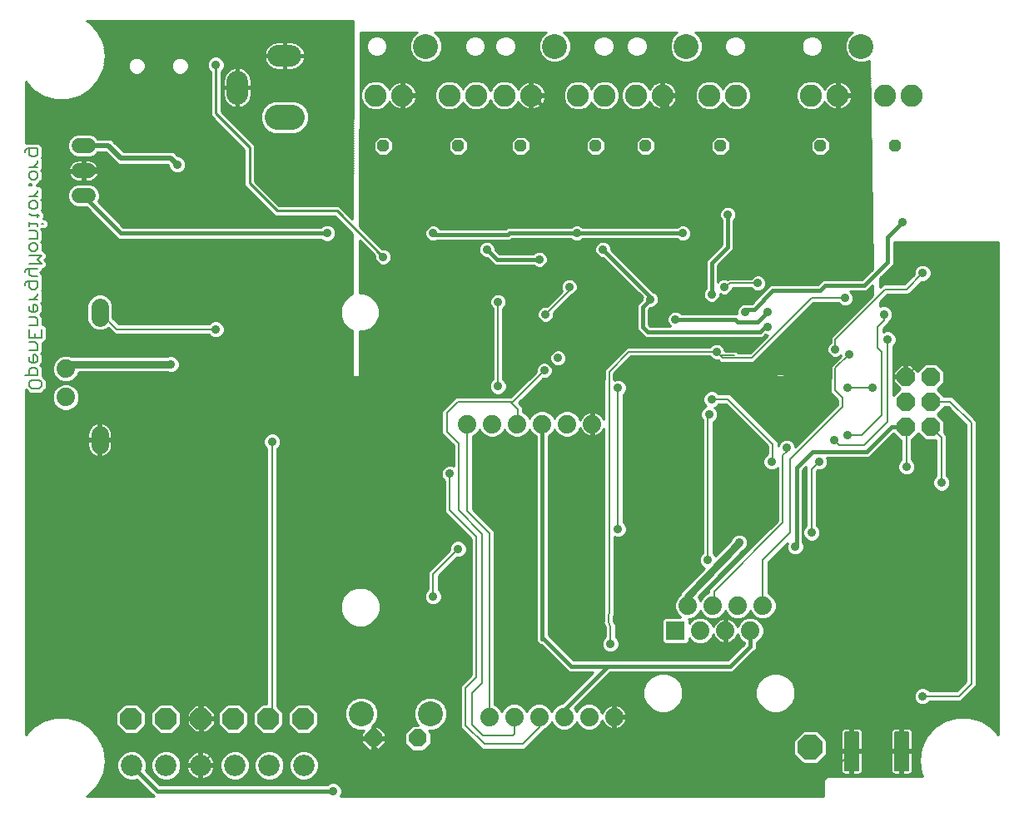
<source format=gbl>
G75*
%MOIN*%
%OFA0B0*%
%FSLAX25Y25*%
%IPPOS*%
%LPD*%
%AMOC8*
5,1,8,0,0,1.08239X$1,22.5*
%
%ADD10C,0.00600*%
%ADD11C,0.10000*%
%ADD12C,0.08858*%
%ADD13OC8,0.04800*%
%ADD14C,0.07000*%
%ADD15C,0.07400*%
%ADD16C,0.06000*%
%ADD17OC8,0.07000*%
%ADD18C,0.08600*%
%ADD19C,0.10000*%
%ADD20OC8,0.10000*%
%ADD21OC8,0.07400*%
%ADD22R,0.07400X0.07400*%
%ADD23C,0.08600*%
%ADD24OC8,0.08500*%
%ADD25C,0.03569*%
%ADD26C,0.02000*%
%ADD27C,0.00800*%
%ADD28C,0.01600*%
%ADD29C,0.01000*%
%ADD30C,0.03000*%
D10*
X0334300Y0105138D02*
X0339700Y0105138D01*
X0339700Y0089738D01*
X0334300Y0089738D01*
X0334300Y0105138D01*
X0334300Y0090337D02*
X0339700Y0090337D01*
X0339700Y0090936D02*
X0334300Y0090936D01*
X0334300Y0091535D02*
X0339700Y0091535D01*
X0339700Y0092134D02*
X0334300Y0092134D01*
X0334300Y0092733D02*
X0339700Y0092733D01*
X0339700Y0093332D02*
X0334300Y0093332D01*
X0334300Y0093931D02*
X0339700Y0093931D01*
X0339700Y0094530D02*
X0334300Y0094530D01*
X0334300Y0095129D02*
X0339700Y0095129D01*
X0339700Y0095728D02*
X0334300Y0095728D01*
X0334300Y0096327D02*
X0339700Y0096327D01*
X0339700Y0096926D02*
X0334300Y0096926D01*
X0334300Y0097525D02*
X0339700Y0097525D01*
X0339700Y0098124D02*
X0334300Y0098124D01*
X0334300Y0098723D02*
X0339700Y0098723D01*
X0339700Y0099322D02*
X0334300Y0099322D01*
X0334300Y0099921D02*
X0339700Y0099921D01*
X0339700Y0100520D02*
X0334300Y0100520D01*
X0334300Y0101119D02*
X0339700Y0101119D01*
X0339700Y0101718D02*
X0334300Y0101718D01*
X0334300Y0102317D02*
X0339700Y0102317D01*
X0339700Y0102916D02*
X0334300Y0102916D01*
X0334300Y0103515D02*
X0339700Y0103515D01*
X0339700Y0104114D02*
X0334300Y0104114D01*
X0334300Y0104713D02*
X0339700Y0104713D01*
X0354300Y0105138D02*
X0359700Y0105138D01*
X0359700Y0089738D01*
X0354300Y0089738D01*
X0354300Y0105138D01*
X0354300Y0090337D02*
X0359700Y0090337D01*
X0359700Y0090936D02*
X0354300Y0090936D01*
X0354300Y0091535D02*
X0359700Y0091535D01*
X0359700Y0092134D02*
X0354300Y0092134D01*
X0354300Y0092733D02*
X0359700Y0092733D01*
X0359700Y0093332D02*
X0354300Y0093332D01*
X0354300Y0093931D02*
X0359700Y0093931D01*
X0359700Y0094530D02*
X0354300Y0094530D01*
X0354300Y0095129D02*
X0359700Y0095129D01*
X0359700Y0095728D02*
X0354300Y0095728D01*
X0354300Y0096327D02*
X0359700Y0096327D01*
X0359700Y0096926D02*
X0354300Y0096926D01*
X0354300Y0097525D02*
X0359700Y0097525D01*
X0359700Y0098124D02*
X0354300Y0098124D01*
X0354300Y0098723D02*
X0359700Y0098723D01*
X0359700Y0099322D02*
X0354300Y0099322D01*
X0354300Y0099921D02*
X0359700Y0099921D01*
X0359700Y0100520D02*
X0354300Y0100520D01*
X0354300Y0101119D02*
X0359700Y0101119D01*
X0359700Y0101718D02*
X0354300Y0101718D01*
X0354300Y0102317D02*
X0359700Y0102317D01*
X0359700Y0102916D02*
X0354300Y0102916D01*
X0354300Y0103515D02*
X0359700Y0103515D01*
X0359700Y0104114D02*
X0354300Y0104114D01*
X0354300Y0104713D02*
X0359700Y0104713D01*
X0012698Y0243681D02*
X0011881Y0242864D01*
X0008611Y0242864D01*
X0007794Y0243681D01*
X0007794Y0245316D01*
X0008611Y0246133D01*
X0011881Y0246133D01*
X0012698Y0245316D01*
X0012698Y0243681D01*
X0011063Y0247928D02*
X0006159Y0247928D01*
X0007794Y0247928D02*
X0007794Y0250380D01*
X0008611Y0251197D01*
X0010246Y0251197D01*
X0011063Y0250380D01*
X0011063Y0247928D01*
X0010246Y0252992D02*
X0011063Y0253810D01*
X0011063Y0255444D01*
X0010246Y0256262D01*
X0009428Y0256262D01*
X0009428Y0252992D01*
X0008611Y0252992D02*
X0010246Y0252992D01*
X0008611Y0252992D02*
X0007794Y0253810D01*
X0007794Y0255444D01*
X0007794Y0258057D02*
X0011063Y0258057D01*
X0011063Y0260509D01*
X0010246Y0261326D01*
X0007794Y0261326D01*
X0007794Y0263121D02*
X0007794Y0266390D01*
X0007794Y0268185D02*
X0011063Y0268185D01*
X0011063Y0270637D01*
X0010246Y0271455D01*
X0007794Y0271455D01*
X0008611Y0273250D02*
X0010246Y0273250D01*
X0011063Y0274067D01*
X0011063Y0275702D01*
X0010246Y0276519D01*
X0009428Y0276519D01*
X0009428Y0273250D01*
X0008611Y0273250D02*
X0007794Y0274067D01*
X0007794Y0275702D01*
X0007794Y0278314D02*
X0011063Y0278314D01*
X0009428Y0278314D02*
X0011063Y0279949D01*
X0011063Y0280766D01*
X0010246Y0282534D02*
X0008611Y0282534D01*
X0007794Y0283352D01*
X0007794Y0285804D01*
X0006976Y0285804D02*
X0011063Y0285804D01*
X0011063Y0283352D01*
X0010246Y0282534D01*
X0006159Y0284169D02*
X0006159Y0284986D01*
X0006976Y0285804D01*
X0008611Y0287598D02*
X0007794Y0288416D01*
X0007794Y0290868D01*
X0006976Y0290868D02*
X0006159Y0290051D01*
X0006159Y0289233D01*
X0006976Y0290868D02*
X0011063Y0290868D01*
X0012698Y0292663D02*
X0011063Y0294298D01*
X0012698Y0295932D01*
X0007794Y0295932D01*
X0008611Y0297727D02*
X0007794Y0298544D01*
X0007794Y0300179D01*
X0008611Y0300997D01*
X0010246Y0300997D01*
X0011063Y0300179D01*
X0011063Y0298544D01*
X0010246Y0297727D01*
X0008611Y0297727D01*
X0007794Y0292663D02*
X0012698Y0292663D01*
X0011063Y0287598D02*
X0008611Y0287598D01*
X0007794Y0302791D02*
X0011063Y0302791D01*
X0011063Y0305244D01*
X0010246Y0306061D01*
X0007794Y0306061D01*
X0007794Y0307856D02*
X0007794Y0309490D01*
X0007794Y0308673D02*
X0011063Y0308673D01*
X0011063Y0307856D01*
X0012698Y0308673D02*
X0013515Y0308673D01*
X0011063Y0311232D02*
X0011063Y0312867D01*
X0011881Y0312049D02*
X0008611Y0312049D01*
X0007794Y0312867D01*
X0008611Y0314608D02*
X0007794Y0315426D01*
X0007794Y0317060D01*
X0008611Y0317878D01*
X0010246Y0317878D01*
X0011063Y0317060D01*
X0011063Y0315426D01*
X0010246Y0314608D01*
X0008611Y0314608D01*
X0007794Y0319673D02*
X0011063Y0319673D01*
X0011063Y0321307D02*
X0009428Y0319673D01*
X0011063Y0321307D02*
X0011063Y0322125D01*
X0008611Y0323893D02*
X0008611Y0324710D01*
X0007794Y0324710D01*
X0007794Y0323893D01*
X0008611Y0323893D01*
X0008611Y0326425D02*
X0007794Y0327242D01*
X0007794Y0328877D01*
X0008611Y0329694D01*
X0010246Y0329694D01*
X0011063Y0328877D01*
X0011063Y0327242D01*
X0010246Y0326425D01*
X0008611Y0326425D01*
X0007794Y0331489D02*
X0011063Y0331489D01*
X0009428Y0331489D02*
X0011063Y0333124D01*
X0011063Y0333941D01*
X0010246Y0335710D02*
X0008611Y0335710D01*
X0007794Y0336527D01*
X0007794Y0338979D01*
X0006976Y0338979D02*
X0011063Y0338979D01*
X0011063Y0336527D01*
X0010246Y0335710D01*
X0006159Y0337344D02*
X0006159Y0338162D01*
X0006976Y0338979D01*
X0012698Y0266390D02*
X0012698Y0263121D01*
X0007794Y0263121D01*
X0010246Y0263121D02*
X0010246Y0264756D01*
D11*
X0166587Y0379865D03*
X0218142Y0379865D03*
X0270760Y0379865D03*
X0340878Y0379865D03*
X0168300Y0112442D03*
X0140700Y0112442D03*
D12*
X0146508Y0360180D03*
X0157138Y0360180D03*
X0176035Y0360180D03*
X0186665Y0360180D03*
X0198063Y0360180D03*
X0208693Y0360180D03*
X0227591Y0360180D03*
X0238220Y0360180D03*
X0250681Y0360180D03*
X0261311Y0360180D03*
X0280209Y0360180D03*
X0290839Y0360180D03*
X0320799Y0360180D03*
X0331429Y0360180D03*
X0350327Y0360180D03*
X0360957Y0360180D03*
D13*
X0354500Y0339944D03*
X0324500Y0339944D03*
X0284500Y0339944D03*
X0254500Y0339944D03*
X0234500Y0339944D03*
X0204500Y0339944D03*
X0179500Y0339944D03*
X0149500Y0339944D03*
D14*
X0036035Y0275390D02*
X0036035Y0271190D01*
X0036035Y0224209D02*
X0036035Y0220009D01*
D15*
X0022500Y0239244D03*
X0022500Y0250644D03*
X0183130Y0228505D03*
X0193130Y0228505D03*
X0203130Y0228505D03*
X0213130Y0228505D03*
X0223130Y0228505D03*
X0233130Y0228505D03*
X0271528Y0155745D03*
X0281528Y0155745D03*
X0291528Y0155745D03*
X0301528Y0155745D03*
X0296528Y0145745D03*
X0286528Y0145745D03*
X0276528Y0145745D03*
X0241980Y0111204D03*
X0231980Y0111204D03*
X0221980Y0111204D03*
X0211980Y0111204D03*
X0201980Y0111204D03*
X0191980Y0111204D03*
D16*
X0031300Y0319944D02*
X0027700Y0319944D01*
X0027700Y0329944D02*
X0031300Y0329944D01*
X0031300Y0339944D02*
X0027700Y0339944D01*
D17*
X0145600Y0102642D03*
X0163400Y0102642D03*
D18*
X0091114Y0360684D02*
X0091114Y0365844D01*
X0107432Y0376060D02*
X0112592Y0376060D01*
D19*
X0113012Y0351453D02*
X0107012Y0351453D01*
D20*
X0320500Y0098938D03*
D21*
X0358752Y0227438D03*
X0358752Y0237438D03*
X0358752Y0247438D03*
X0368752Y0247438D03*
X0368752Y0237438D03*
X0368752Y0227438D03*
D22*
X0266528Y0145745D03*
D23*
X0117689Y0091755D03*
X0103909Y0091755D03*
X0090130Y0091755D03*
X0076350Y0091755D03*
X0062571Y0091755D03*
X0048791Y0091755D03*
D24*
X0048500Y0110438D03*
X0062500Y0110438D03*
X0076500Y0110438D03*
X0089500Y0110438D03*
X0103500Y0110438D03*
X0117500Y0110438D03*
D25*
X0129500Y0081438D03*
X0180126Y0098075D03*
X0213000Y0096938D03*
X0247000Y0087938D03*
X0314500Y0104938D03*
X0330500Y0096938D03*
X0330500Y0090938D03*
X0324500Y0090938D03*
X0318500Y0084938D03*
X0357500Y0111938D03*
X0366500Y0108938D03*
X0365500Y0119438D03*
X0349500Y0122938D03*
X0341500Y0123938D03*
X0341500Y0144938D03*
X0307000Y0133438D03*
X0304500Y0145438D03*
X0279500Y0173938D03*
X0292000Y0180938D03*
X0271500Y0188938D03*
X0283500Y0198938D03*
X0305000Y0213438D03*
X0311000Y0218938D03*
X0324000Y0213438D03*
X0326000Y0205438D03*
X0345500Y0213938D03*
X0359000Y0211438D03*
X0373000Y0204938D03*
X0389000Y0193438D03*
X0335500Y0223938D03*
X0330000Y0221938D03*
X0315000Y0238938D03*
X0309000Y0238938D03*
X0308500Y0245438D03*
X0315000Y0244938D03*
X0330500Y0258438D03*
X0336000Y0256438D03*
X0326500Y0264438D03*
X0327500Y0275438D03*
X0334500Y0278938D03*
X0350000Y0272438D03*
X0351500Y0262438D03*
X0367500Y0278438D03*
X0365500Y0288938D03*
X0370500Y0295438D03*
X0387000Y0293438D03*
X0357500Y0309438D03*
X0331500Y0317438D03*
X0313000Y0310438D03*
X0331500Y0296438D03*
X0299500Y0284938D03*
X0286000Y0283438D03*
X0281000Y0280438D03*
X0294500Y0273438D03*
X0303500Y0273438D03*
X0303500Y0267438D03*
X0283000Y0257438D03*
X0266500Y0270438D03*
X0256500Y0278438D03*
X0234500Y0279438D03*
X0224000Y0283438D03*
X0214500Y0272438D03*
X0195500Y0277438D03*
X0212000Y0294438D03*
X0227000Y0304938D03*
X0237500Y0298438D03*
X0255500Y0312938D03*
X0263000Y0318938D03*
X0269500Y0304938D03*
X0287500Y0312438D03*
X0300000Y0340938D03*
X0245500Y0332438D03*
X0213000Y0318938D03*
X0198000Y0312438D03*
X0191000Y0298438D03*
X0169500Y0304938D03*
X0168500Y0289438D03*
X0149500Y0295438D03*
X0127000Y0304938D03*
X0157500Y0319938D03*
X0191500Y0334938D03*
X0125500Y0272438D03*
X0100000Y0270938D03*
X0082500Y0266438D03*
X0075000Y0276938D03*
X0074500Y0252438D03*
X0064500Y0252438D03*
X0093500Y0230938D03*
X0105000Y0221438D03*
X0164000Y0201938D03*
X0176154Y0208540D03*
X0201500Y0201438D03*
X0179500Y0178438D03*
X0169500Y0159438D03*
X0225000Y0154438D03*
X0240500Y0140438D03*
X0243500Y0186438D03*
X0266000Y0221438D03*
X0266000Y0237438D03*
X0280000Y0232438D03*
X0281000Y0238438D03*
X0291000Y0230438D03*
X0283500Y0224438D03*
X0243500Y0242938D03*
X0219500Y0254938D03*
X0214000Y0249938D03*
X0195445Y0243579D03*
X0314500Y0179438D03*
X0321000Y0184938D03*
X0388500Y0150938D03*
X0391500Y0131938D03*
X0390500Y0116938D03*
X0363500Y0097938D03*
X0363500Y0089938D03*
X0345500Y0242938D03*
X0335500Y0242938D03*
X0382000Y0247438D03*
X0115000Y0146438D03*
X0030000Y0174938D03*
X0016600Y0275638D03*
X0069000Y0312938D03*
X0064500Y0320438D03*
X0067000Y0332438D03*
X0031500Y0358438D03*
X0082500Y0372438D03*
D26*
X0044500Y0334938D02*
X0039494Y0339944D01*
X0029500Y0339944D01*
X0044500Y0334938D02*
X0064500Y0334938D01*
X0067000Y0332438D01*
X0074500Y0252438D02*
X0074500Y0242438D01*
X0054172Y0222109D01*
X0076500Y0199781D01*
X0076500Y0110438D01*
X0054172Y0222109D02*
X0036035Y0222109D01*
X0022706Y0250644D02*
X0022500Y0250644D01*
X0022706Y0250644D02*
X0024500Y0252438D01*
D27*
X0042888Y0266438D02*
X0036035Y0273290D01*
X0042888Y0266438D02*
X0082500Y0266438D01*
X0105000Y0221438D02*
X0105000Y0111938D01*
X0103500Y0110438D01*
X0087238Y0102642D02*
X0076350Y0091755D01*
X0087238Y0102642D02*
X0145600Y0102642D01*
X0145600Y0099838D01*
X0152500Y0092938D01*
X0235000Y0092938D01*
X0242000Y0099938D01*
X0242000Y0111184D01*
X0241980Y0111204D01*
X0211980Y0111204D02*
X0211980Y0106965D01*
X0205287Y0100272D01*
X0189933Y0100272D01*
X0182453Y0107753D01*
X0182453Y0122713D01*
X0186783Y0127044D01*
X0186783Y0183343D01*
X0176154Y0193973D01*
X0176154Y0208540D01*
X0179697Y0220745D02*
X0174972Y0225469D01*
X0174972Y0232949D01*
X0179303Y0237280D01*
X0200563Y0237280D01*
X0201343Y0237280D01*
X0214000Y0249938D01*
X0200563Y0237280D02*
X0203319Y0234524D01*
X0203319Y0228694D01*
X0203130Y0228505D01*
X0195445Y0243579D02*
X0195445Y0277383D01*
X0195500Y0277438D01*
X0214500Y0272438D02*
X0224000Y0281938D01*
X0224000Y0283438D01*
X0247922Y0257438D02*
X0239933Y0249448D01*
X0239933Y0152874D01*
X0239816Y0151757D01*
X0239816Y0149119D01*
X0240500Y0147434D01*
X0240500Y0140438D01*
X0262000Y0152938D02*
X0262000Y0179438D01*
X0271500Y0188938D01*
X0283500Y0198938D02*
X0283500Y0224438D01*
X0290000Y0230938D01*
X0291000Y0230438D01*
X0287500Y0238438D02*
X0281000Y0238438D01*
X0280000Y0232438D02*
X0279500Y0231938D01*
X0279500Y0173938D01*
X0282000Y0161438D02*
X0282000Y0156217D01*
X0281528Y0155745D01*
X0282000Y0161438D02*
X0309500Y0188938D01*
X0309500Y0215938D01*
X0311000Y0217438D01*
X0311000Y0218938D01*
X0312500Y0214438D02*
X0333500Y0235438D01*
X0333500Y0238938D01*
X0330500Y0241938D01*
X0330500Y0250938D01*
X0336000Y0256438D01*
X0330500Y0258438D02*
X0330500Y0262438D01*
X0350500Y0282438D01*
X0359000Y0282438D01*
X0365500Y0288938D01*
X0371500Y0286438D02*
X0371500Y0294438D01*
X0370500Y0295438D01*
X0374500Y0295438D01*
X0376500Y0293438D01*
X0387000Y0293438D01*
X0372500Y0293438D02*
X0370500Y0295438D01*
X0371500Y0286438D02*
X0367500Y0282438D01*
X0367500Y0278438D01*
X0350000Y0272438D02*
X0350000Y0269938D01*
X0347500Y0267438D01*
X0347500Y0258938D01*
X0349000Y0257438D01*
X0349000Y0231938D01*
X0341000Y0223938D01*
X0335500Y0223938D01*
X0332000Y0219938D02*
X0330000Y0221938D01*
X0332000Y0219938D02*
X0342000Y0219938D01*
X0351500Y0229438D01*
X0351500Y0262438D01*
X0358752Y0247438D02*
X0366752Y0255438D01*
X0377500Y0255438D01*
X0382000Y0250938D01*
X0382000Y0247438D01*
X0376500Y0237438D02*
X0368752Y0237438D01*
X0376500Y0237438D02*
X0385000Y0228938D01*
X0385000Y0124438D01*
X0380000Y0119438D01*
X0365500Y0119438D01*
X0337000Y0097438D02*
X0337000Y0096938D01*
X0326750Y0086688D01*
X0324250Y0086688D01*
X0323000Y0085438D01*
X0273652Y0085438D01*
X0201980Y0104446D02*
X0201350Y0103816D01*
X0189539Y0103816D01*
X0185209Y0108146D01*
X0185209Y0120745D01*
X0189146Y0124682D01*
X0189146Y0184524D01*
X0179697Y0193973D01*
X0179697Y0220745D01*
X0183240Y0228394D02*
X0183130Y0228505D01*
X0183240Y0228394D02*
X0183240Y0193579D01*
X0191980Y0184839D01*
X0191980Y0111204D01*
X0201980Y0111204D02*
X0201980Y0104446D01*
X0201980Y0111204D02*
X0202000Y0111223D01*
X0169500Y0159438D02*
X0169500Y0168438D01*
X0179500Y0178438D01*
X0243500Y0186438D02*
X0243500Y0242938D01*
X0247922Y0257438D02*
X0283000Y0257438D01*
X0285364Y0255074D01*
X0297136Y0255074D01*
X0321000Y0278938D01*
X0334500Y0278938D01*
X0327500Y0275438D02*
X0326500Y0274438D01*
X0326500Y0264438D01*
X0335500Y0242938D02*
X0345500Y0242938D01*
X0358752Y0227438D02*
X0359000Y0227190D01*
X0359000Y0211438D01*
X0345500Y0213938D02*
X0337000Y0205438D01*
X0326000Y0205438D01*
X0321000Y0210438D02*
X0324000Y0213438D01*
X0323500Y0212438D01*
X0321000Y0210438D02*
X0321000Y0184938D01*
X0312500Y0184938D02*
X0312500Y0214438D01*
X0305500Y0213938D02*
X0305500Y0220438D01*
X0287500Y0238438D01*
X0290000Y0255938D02*
X0284500Y0255938D01*
X0283000Y0257438D01*
X0286000Y0283438D02*
X0288500Y0284938D01*
X0299500Y0284938D01*
X0368752Y0227438D02*
X0373000Y0223190D01*
X0373000Y0204938D01*
X0312500Y0184938D02*
X0301528Y0173965D01*
X0301528Y0155745D01*
X0304500Y0145438D02*
X0305000Y0144938D01*
X0341500Y0144938D01*
X0304500Y0145438D02*
X0304000Y0144938D01*
X0305000Y0213438D02*
X0305500Y0213938D01*
X0305000Y0213438D02*
X0305000Y0214438D01*
X0064500Y0320438D02*
X0054700Y0320438D01*
X0044000Y0331138D01*
X0030694Y0331138D01*
X0029500Y0329944D01*
D28*
X0029500Y0319944D02*
X0044506Y0304938D01*
X0127000Y0304938D01*
X0157500Y0319938D02*
X0158346Y0319091D01*
X0262846Y0319091D01*
X0263000Y0318938D01*
X0263000Y0358491D01*
X0261311Y0360180D01*
X0213000Y0355873D02*
X0208693Y0360180D01*
X0213000Y0355873D02*
X0213000Y0318938D01*
X0200000Y0304938D02*
X0199500Y0304438D01*
X0170000Y0304438D01*
X0169500Y0304938D01*
X0191000Y0298438D02*
X0195000Y0294438D01*
X0212000Y0294438D01*
X0200000Y0304938D02*
X0227000Y0304938D01*
X0269500Y0304938D01*
X0263000Y0318938D02*
X0330000Y0318938D01*
X0331500Y0317438D01*
X0331500Y0296438D01*
X0326500Y0283938D02*
X0342000Y0283938D01*
X0351500Y0293438D01*
X0351500Y0303438D01*
X0357500Y0309438D01*
X0326500Y0283938D02*
X0324500Y0281938D01*
X0305500Y0281938D01*
X0298000Y0274438D01*
X0295500Y0274438D01*
X0294500Y0273438D01*
X0290500Y0270438D02*
X0291500Y0269438D01*
X0299500Y0269438D01*
X0303500Y0273438D01*
X0303500Y0267438D02*
X0302500Y0267438D01*
X0300500Y0265438D01*
X0255500Y0265438D01*
X0253500Y0267438D01*
X0253500Y0275438D01*
X0256500Y0278438D01*
X0256500Y0279438D01*
X0237500Y0298438D01*
X0266500Y0270438D02*
X0290500Y0270438D01*
X0281000Y0280438D02*
X0281000Y0292938D01*
X0287500Y0299438D01*
X0287500Y0312438D01*
X0353000Y0227438D02*
X0358752Y0227438D01*
X0353000Y0227438D02*
X0343000Y0217438D01*
X0321500Y0217438D01*
X0315000Y0210938D01*
X0315000Y0179938D01*
X0314500Y0179438D01*
X0296528Y0145745D02*
X0296500Y0145717D01*
X0296500Y0139438D01*
X0288500Y0131438D01*
X0239500Y0131438D01*
X0224745Y0131438D01*
X0213130Y0143053D01*
X0213130Y0142456D01*
X0213130Y0143053D02*
X0213130Y0228505D01*
X0239500Y0131438D02*
X0221980Y0113918D01*
X0221980Y0111204D01*
X0129500Y0081438D02*
X0059109Y0081438D01*
X0048791Y0091755D01*
D29*
X0032233Y0080229D02*
X0030879Y0079358D01*
X0057655Y0079356D01*
X0050884Y0086127D01*
X0049985Y0085755D01*
X0047598Y0085755D01*
X0045393Y0086668D01*
X0043705Y0088356D01*
X0042791Y0090562D01*
X0042791Y0092948D01*
X0043705Y0095154D01*
X0045393Y0096842D01*
X0047598Y0097755D01*
X0049985Y0097755D01*
X0052190Y0096842D01*
X0053878Y0095154D01*
X0054791Y0092948D01*
X0054791Y0090562D01*
X0054419Y0089663D01*
X0060144Y0083938D01*
X0127073Y0083938D01*
X0127526Y0084391D01*
X0128807Y0084922D01*
X0130193Y0084922D01*
X0131474Y0084391D01*
X0132454Y0083411D01*
X0132984Y0082131D01*
X0132984Y0080745D01*
X0132454Y0079464D01*
X0132340Y0079350D01*
X0325831Y0079335D01*
X0325831Y0086097D01*
X0326943Y0087209D01*
X0365326Y0087209D01*
X0364682Y0088619D01*
X0364682Y0088619D01*
X0363965Y0093605D01*
X0363965Y0093605D01*
X0364682Y0098592D01*
X0364682Y0098592D01*
X0366775Y0103175D01*
X0366775Y0103175D01*
X0370074Y0106982D01*
X0374312Y0109706D01*
X0374312Y0109706D01*
X0379146Y0111125D01*
X0384184Y0111125D01*
X0389018Y0109706D01*
X0389018Y0109706D01*
X0393256Y0106982D01*
X0393256Y0106982D01*
X0395910Y0103919D01*
X0395910Y0301438D01*
X0354000Y0301438D01*
X0354000Y0292940D01*
X0353619Y0292022D01*
X0348500Y0286902D01*
X0348500Y0283407D01*
X0349630Y0284538D01*
X0358130Y0284538D01*
X0362016Y0288423D01*
X0362016Y0289631D01*
X0362546Y0290911D01*
X0363526Y0291891D01*
X0364807Y0292422D01*
X0366193Y0292422D01*
X0367474Y0291891D01*
X0368454Y0290911D01*
X0368984Y0289631D01*
X0368984Y0288245D01*
X0368454Y0286964D01*
X0367474Y0285984D01*
X0366193Y0285453D01*
X0364986Y0285453D01*
X0359870Y0280338D01*
X0351370Y0280338D01*
X0348500Y0277468D01*
X0348500Y0275588D01*
X0349307Y0275922D01*
X0350693Y0275922D01*
X0351974Y0275391D01*
X0352954Y0274411D01*
X0353484Y0273131D01*
X0353484Y0271745D01*
X0352954Y0270464D01*
X0352100Y0269610D01*
X0352100Y0269068D01*
X0350870Y0267838D01*
X0349600Y0266568D01*
X0349600Y0265422D01*
X0350807Y0265922D01*
X0352193Y0265922D01*
X0353474Y0265391D01*
X0354454Y0264411D01*
X0354984Y0263131D01*
X0354984Y0261745D01*
X0354454Y0260464D01*
X0353600Y0259610D01*
X0353600Y0239922D01*
X0356398Y0242720D01*
X0353752Y0245367D01*
X0353752Y0246938D01*
X0358252Y0246938D01*
X0358252Y0247938D01*
X0358252Y0252438D01*
X0356681Y0252438D01*
X0353752Y0249509D01*
X0353752Y0247938D01*
X0358252Y0247938D01*
X0359252Y0247938D01*
X0359252Y0252438D01*
X0360823Y0252438D01*
X0363469Y0249792D01*
X0366515Y0252838D01*
X0370989Y0252838D01*
X0374152Y0249674D01*
X0374152Y0245201D01*
X0371389Y0242438D01*
X0374152Y0239674D01*
X0374152Y0239538D01*
X0377370Y0239538D01*
X0378600Y0238308D01*
X0387100Y0229808D01*
X0387100Y0123568D01*
X0385870Y0122338D01*
X0380870Y0117338D01*
X0368327Y0117338D01*
X0367474Y0116484D01*
X0366193Y0115953D01*
X0364807Y0115953D01*
X0363526Y0116484D01*
X0362546Y0117464D01*
X0362016Y0118745D01*
X0362016Y0120131D01*
X0362546Y0121411D01*
X0363526Y0122391D01*
X0364807Y0122922D01*
X0366193Y0122922D01*
X0367474Y0122391D01*
X0368327Y0121538D01*
X0379130Y0121538D01*
X0382900Y0125308D01*
X0382900Y0228068D01*
X0375630Y0235338D01*
X0374152Y0235338D01*
X0374152Y0235201D01*
X0371389Y0232438D01*
X0374152Y0229674D01*
X0374152Y0225201D01*
X0374055Y0225104D01*
X0375100Y0224059D01*
X0375100Y0207765D01*
X0375954Y0206911D01*
X0376484Y0205631D01*
X0376484Y0204245D01*
X0375954Y0202964D01*
X0374974Y0201984D01*
X0373693Y0201453D01*
X0372307Y0201453D01*
X0371026Y0201984D01*
X0370046Y0202964D01*
X0369516Y0204245D01*
X0369516Y0205631D01*
X0370046Y0206911D01*
X0370900Y0207765D01*
X0370900Y0222038D01*
X0366515Y0222038D01*
X0363752Y0224801D01*
X0361100Y0222149D01*
X0361100Y0214265D01*
X0361954Y0213411D01*
X0362484Y0212131D01*
X0362484Y0210745D01*
X0361954Y0209464D01*
X0360974Y0208484D01*
X0359693Y0207953D01*
X0358307Y0207953D01*
X0357026Y0208484D01*
X0356046Y0209464D01*
X0355516Y0210745D01*
X0355516Y0212131D01*
X0356046Y0213411D01*
X0356900Y0214265D01*
X0356900Y0222038D01*
X0356515Y0222038D01*
X0353825Y0224728D01*
X0344416Y0215318D01*
X0343497Y0214938D01*
X0327150Y0214938D01*
X0327484Y0214131D01*
X0327484Y0212745D01*
X0326954Y0211464D01*
X0325974Y0210484D01*
X0324693Y0209953D01*
X0323486Y0209953D01*
X0323100Y0209568D01*
X0323100Y0187765D01*
X0323954Y0186911D01*
X0324484Y0185631D01*
X0324484Y0184245D01*
X0323954Y0182964D01*
X0322974Y0181984D01*
X0321693Y0181453D01*
X0320307Y0181453D01*
X0319026Y0181984D01*
X0318046Y0182964D01*
X0317516Y0184245D01*
X0317516Y0185631D01*
X0318046Y0186911D01*
X0318900Y0187765D01*
X0318900Y0211302D01*
X0317500Y0209902D01*
X0317500Y0181300D01*
X0317984Y0180131D01*
X0317984Y0178745D01*
X0317454Y0177464D01*
X0316474Y0176484D01*
X0315193Y0175953D01*
X0313807Y0175953D01*
X0312526Y0176484D01*
X0311546Y0177464D01*
X0311016Y0178745D01*
X0311016Y0180131D01*
X0311265Y0180733D01*
X0303628Y0173095D01*
X0303628Y0160720D01*
X0304586Y0160323D01*
X0306105Y0158804D01*
X0306928Y0156819D01*
X0306928Y0154671D01*
X0306105Y0152686D01*
X0304586Y0151167D01*
X0302602Y0150345D01*
X0300453Y0150345D01*
X0298469Y0151167D01*
X0296950Y0152686D01*
X0296528Y0153705D01*
X0296105Y0152686D01*
X0294586Y0151167D01*
X0292602Y0150345D01*
X0290453Y0150345D01*
X0288469Y0151167D01*
X0286950Y0152686D01*
X0286528Y0153705D01*
X0286105Y0152686D01*
X0284586Y0151167D01*
X0282602Y0150345D01*
X0280453Y0150345D01*
X0278469Y0151167D01*
X0276950Y0152686D01*
X0276528Y0153705D01*
X0276105Y0152686D01*
X0274586Y0151167D01*
X0272602Y0150345D01*
X0271732Y0150345D01*
X0271928Y0150149D01*
X0271928Y0148750D01*
X0271950Y0148804D01*
X0273469Y0150323D01*
X0275453Y0151145D01*
X0277602Y0151145D01*
X0279586Y0150323D01*
X0281105Y0148804D01*
X0281755Y0147236D01*
X0281894Y0147664D01*
X0282251Y0148365D01*
X0282714Y0149002D01*
X0283270Y0149559D01*
X0283907Y0150021D01*
X0284608Y0150378D01*
X0285357Y0150622D01*
X0286043Y0150730D01*
X0286043Y0146229D01*
X0287012Y0146229D01*
X0287012Y0150730D01*
X0287698Y0150622D01*
X0288447Y0150378D01*
X0289148Y0150021D01*
X0289785Y0149559D01*
X0290341Y0149002D01*
X0290804Y0148365D01*
X0291161Y0147664D01*
X0291300Y0147236D01*
X0291950Y0148804D01*
X0293469Y0150323D01*
X0295453Y0151145D01*
X0297602Y0151145D01*
X0299586Y0150323D01*
X0301105Y0148804D01*
X0301928Y0146819D01*
X0301928Y0144671D01*
X0301105Y0142686D01*
X0299586Y0141167D01*
X0299000Y0140924D01*
X0299000Y0138940D01*
X0298619Y0138022D01*
X0297916Y0137318D01*
X0289916Y0129318D01*
X0288997Y0128938D01*
X0240536Y0128938D01*
X0226209Y0114611D01*
X0226558Y0114263D01*
X0226980Y0113244D01*
X0227402Y0114263D01*
X0228921Y0115782D01*
X0230906Y0116604D01*
X0233054Y0116604D01*
X0235039Y0115782D01*
X0236558Y0114263D01*
X0237208Y0112695D01*
X0237347Y0113123D01*
X0237704Y0113824D01*
X0238167Y0114461D01*
X0238723Y0115018D01*
X0239360Y0115480D01*
X0240061Y0115837D01*
X0240809Y0116081D01*
X0241480Y0116187D01*
X0241480Y0111704D01*
X0242480Y0111704D01*
X0242480Y0116187D01*
X0243151Y0116081D01*
X0243900Y0115837D01*
X0244601Y0115480D01*
X0245238Y0115018D01*
X0245794Y0114461D01*
X0246257Y0113824D01*
X0246614Y0113123D01*
X0246857Y0112375D01*
X0246963Y0111704D01*
X0242480Y0111704D01*
X0242480Y0110704D01*
X0242480Y0106221D01*
X0243151Y0106327D01*
X0243900Y0106570D01*
X0244601Y0106927D01*
X0245238Y0107390D01*
X0245794Y0107947D01*
X0246257Y0108583D01*
X0246614Y0109284D01*
X0246857Y0110033D01*
X0246963Y0110704D01*
X0242480Y0110704D01*
X0241480Y0110704D01*
X0241480Y0106221D01*
X0240809Y0106327D01*
X0240061Y0106570D01*
X0239360Y0106927D01*
X0238723Y0107390D01*
X0238167Y0107947D01*
X0237704Y0108583D01*
X0237347Y0109284D01*
X0237208Y0109713D01*
X0236558Y0108145D01*
X0235039Y0106626D01*
X0233054Y0105804D01*
X0230906Y0105804D01*
X0228921Y0106626D01*
X0227402Y0108145D01*
X0226980Y0109164D01*
X0226558Y0108145D01*
X0225039Y0106626D01*
X0223054Y0105804D01*
X0220906Y0105804D01*
X0218921Y0106626D01*
X0217402Y0108145D01*
X0216980Y0109164D01*
X0216558Y0108145D01*
X0215039Y0106626D01*
X0214080Y0106229D01*
X0214080Y0106095D01*
X0207387Y0099402D01*
X0206157Y0098172D01*
X0189063Y0098172D01*
X0181583Y0105653D01*
X0180353Y0106883D01*
X0180353Y0123583D01*
X0184683Y0127914D01*
X0184683Y0182473D01*
X0174054Y0193103D01*
X0174054Y0205713D01*
X0173200Y0206566D01*
X0172669Y0207847D01*
X0172669Y0209233D01*
X0173200Y0210514D01*
X0174180Y0211494D01*
X0175460Y0212024D01*
X0176847Y0212024D01*
X0177597Y0211713D01*
X0177597Y0219875D01*
X0174103Y0223369D01*
X0172872Y0224599D01*
X0172872Y0233819D01*
X0174103Y0235049D01*
X0174103Y0235049D01*
X0177203Y0238150D01*
X0177203Y0238150D01*
X0178433Y0239380D01*
X0200473Y0239380D01*
X0208629Y0247536D01*
X0197545Y0247536D01*
X0197545Y0246407D01*
X0198399Y0245553D01*
X0198929Y0244272D01*
X0198929Y0242886D01*
X0198399Y0241606D01*
X0197419Y0240626D01*
X0196138Y0240095D01*
X0194752Y0240095D01*
X0193471Y0240626D01*
X0192491Y0241606D01*
X0191961Y0242886D01*
X0191961Y0244272D01*
X0192491Y0245553D01*
X0193345Y0246407D01*
X0193345Y0247536D01*
X0136969Y0247536D01*
X0137035Y0266012D01*
X0135835Y0266509D01*
X0133585Y0268759D01*
X0132367Y0271699D01*
X0132367Y0274882D01*
X0133585Y0277822D01*
X0135835Y0280072D01*
X0137087Y0280591D01*
X0137174Y0304653D01*
X0130089Y0311738D01*
X0106089Y0311738D01*
X0104800Y0313026D01*
X0093800Y0324026D01*
X0093800Y0338526D01*
X0080300Y0352026D01*
X0080300Y0369710D01*
X0079546Y0370464D01*
X0079016Y0371745D01*
X0079016Y0373131D01*
X0079546Y0374411D01*
X0080526Y0375391D01*
X0081807Y0375922D01*
X0083193Y0375922D01*
X0084474Y0375391D01*
X0085454Y0374411D01*
X0085984Y0373131D01*
X0085984Y0371745D01*
X0085454Y0370464D01*
X0084700Y0369710D01*
X0084700Y0353849D01*
X0096911Y0341638D01*
X0098200Y0340349D01*
X0098200Y0325849D01*
X0107911Y0316138D01*
X0131911Y0316138D01*
X0137196Y0310853D01*
X0137481Y0390134D01*
X0030882Y0390134D01*
X0032233Y0389266D01*
X0032233Y0389266D01*
X0035532Y0385458D01*
X0035532Y0385458D01*
X0037625Y0380876D01*
X0037625Y0380875D01*
X0038342Y0375889D01*
X0037625Y0370902D01*
X0037625Y0370902D01*
X0035532Y0366320D01*
X0035532Y0366319D01*
X0032233Y0362512D01*
X0032233Y0362512D01*
X0032233Y0362512D01*
X0027995Y0359788D01*
X0027995Y0359788D01*
X0023161Y0358369D01*
X0018123Y0358369D01*
X0013289Y0359788D01*
X0013289Y0359788D01*
X0009051Y0362512D01*
X0009051Y0362512D01*
X0006397Y0365575D01*
X0006397Y0340979D01*
X0011892Y0340979D01*
X0013063Y0339807D01*
X0013063Y0335698D01*
X0012599Y0335234D01*
X0013063Y0334770D01*
X0013063Y0330661D01*
X0012585Y0330183D01*
X0013063Y0329705D01*
X0013063Y0326414D01*
X0012246Y0325597D01*
X0011074Y0324425D01*
X0010611Y0324425D01*
X0010611Y0324125D01*
X0011892Y0324125D01*
X0013063Y0322953D01*
X0013063Y0318844D01*
X0012585Y0318366D01*
X0013063Y0317889D01*
X0013063Y0314597D01*
X0012612Y0314146D01*
X0012709Y0314049D01*
X0012709Y0314049D01*
X0013881Y0312878D01*
X0013881Y0311221D01*
X0013333Y0310673D01*
X0014344Y0310673D01*
X0015515Y0309502D01*
X0015515Y0307845D01*
X0014344Y0306673D01*
X0012709Y0306673D01*
X0012585Y0306550D01*
X0013063Y0306072D01*
X0013063Y0301963D01*
X0012585Y0301485D01*
X0013063Y0301008D01*
X0013063Y0297932D01*
X0013526Y0297932D01*
X0014698Y0296761D01*
X0014698Y0295104D01*
X0013892Y0294298D01*
X0014698Y0293491D01*
X0014698Y0291834D01*
X0013526Y0290663D01*
X0013063Y0290663D01*
X0013063Y0290039D01*
X0012257Y0289233D01*
X0013063Y0288427D01*
X0013063Y0286770D01*
X0012994Y0286701D01*
X0013063Y0286632D01*
X0013063Y0282523D01*
X0012599Y0282059D01*
X0013063Y0281594D01*
X0013063Y0277485D01*
X0012585Y0277008D01*
X0013063Y0276530D01*
X0013063Y0273238D01*
X0012246Y0272421D01*
X0012246Y0272421D01*
X0012177Y0272352D01*
X0012246Y0272283D01*
X0013063Y0271466D01*
X0013063Y0268390D01*
X0013526Y0268390D01*
X0014698Y0267219D01*
X0014698Y0262292D01*
X0013526Y0261121D01*
X0013063Y0261121D01*
X0013063Y0257228D01*
X0012585Y0256750D01*
X0013063Y0256273D01*
X0013063Y0252981D01*
X0012177Y0252095D01*
X0012246Y0252026D01*
X0013063Y0251208D01*
X0013063Y0247779D01*
X0014698Y0246144D01*
X0014698Y0242853D01*
X0013881Y0242035D01*
X0013881Y0242035D01*
X0012709Y0240864D01*
X0007783Y0240864D01*
X0006965Y0241681D01*
X0006397Y0242249D01*
X0006397Y0103919D01*
X0009051Y0106982D01*
X0009051Y0106982D01*
X0009051Y0106982D01*
X0013289Y0109706D01*
X0013289Y0109706D01*
X0018123Y0111125D01*
X0023161Y0111125D01*
X0027995Y0109706D01*
X0027995Y0109706D01*
X0032233Y0106982D01*
X0032233Y0106982D01*
X0035532Y0103175D01*
X0035532Y0103175D01*
X0037625Y0098592D01*
X0037625Y0098592D01*
X0038342Y0093605D01*
X0037625Y0088619D01*
X0037625Y0088619D01*
X0035532Y0084036D01*
X0032233Y0080229D01*
X0032233Y0080229D01*
X0032410Y0080433D02*
X0056578Y0080433D01*
X0057576Y0079435D02*
X0030997Y0079435D01*
X0033275Y0081432D02*
X0055579Y0081432D01*
X0054581Y0082430D02*
X0034140Y0082430D01*
X0035006Y0083429D02*
X0053582Y0083429D01*
X0052584Y0084427D02*
X0035711Y0084427D01*
X0036167Y0085426D02*
X0051585Y0085426D01*
X0054662Y0089420D02*
X0057044Y0089420D01*
X0056630Y0090418D02*
X0054732Y0090418D01*
X0054791Y0091417D02*
X0056571Y0091417D01*
X0056571Y0090562D02*
X0057484Y0088356D01*
X0059172Y0086668D01*
X0061377Y0085755D01*
X0063764Y0085755D01*
X0065970Y0086668D01*
X0067657Y0088356D01*
X0068571Y0090562D01*
X0068571Y0092948D01*
X0067657Y0095154D01*
X0065970Y0096842D01*
X0063764Y0097755D01*
X0061377Y0097755D01*
X0059172Y0096842D01*
X0057484Y0095154D01*
X0056571Y0092948D01*
X0056571Y0090562D01*
X0056571Y0092415D02*
X0054791Y0092415D01*
X0054599Y0093414D02*
X0056764Y0093414D01*
X0057177Y0094412D02*
X0054185Y0094412D01*
X0053621Y0095411D02*
X0057741Y0095411D01*
X0058740Y0096409D02*
X0052622Y0096409D01*
X0050823Y0097408D02*
X0060539Y0097408D01*
X0064602Y0097408D02*
X0088099Y0097408D01*
X0088936Y0097755D02*
X0086731Y0096842D01*
X0085043Y0095154D01*
X0084130Y0092948D01*
X0084130Y0090562D01*
X0085043Y0088356D01*
X0086731Y0086668D01*
X0088936Y0085755D01*
X0091323Y0085755D01*
X0093529Y0086668D01*
X0095216Y0088356D01*
X0096130Y0090562D01*
X0096130Y0092948D01*
X0095216Y0095154D01*
X0093529Y0096842D01*
X0091323Y0097755D01*
X0088936Y0097755D01*
X0086299Y0096409D02*
X0079471Y0096409D01*
X0079285Y0096545D02*
X0078500Y0096945D01*
X0077662Y0097217D01*
X0076835Y0097348D01*
X0076835Y0092239D01*
X0081943Y0092239D01*
X0081812Y0093066D01*
X0081540Y0093905D01*
X0081140Y0094690D01*
X0080622Y0095403D01*
X0079999Y0096026D01*
X0079285Y0096545D01*
X0080614Y0095411D02*
X0085301Y0095411D01*
X0084736Y0094412D02*
X0081281Y0094412D01*
X0081700Y0093414D02*
X0084323Y0093414D01*
X0084130Y0092415D02*
X0081916Y0092415D01*
X0081943Y0091271D02*
X0076835Y0091271D01*
X0076835Y0092239D01*
X0075866Y0092239D01*
X0075866Y0091271D01*
X0070757Y0091271D01*
X0070888Y0090444D01*
X0071161Y0089605D01*
X0071561Y0088820D01*
X0072079Y0088107D01*
X0072702Y0087484D01*
X0073415Y0086965D01*
X0074201Y0086565D01*
X0075039Y0086293D01*
X0075866Y0086162D01*
X0075866Y0091271D01*
X0076835Y0091271D01*
X0076835Y0086162D01*
X0077662Y0086293D01*
X0078500Y0086565D01*
X0079285Y0086965D01*
X0079999Y0087484D01*
X0080622Y0088107D01*
X0081140Y0088820D01*
X0081540Y0089605D01*
X0081812Y0090444D01*
X0081943Y0091271D01*
X0081804Y0090418D02*
X0084189Y0090418D01*
X0084130Y0091417D02*
X0076835Y0091417D01*
X0076500Y0091905D02*
X0076350Y0091755D01*
X0076500Y0091905D02*
X0076500Y0110438D01*
X0077000Y0110389D02*
X0083550Y0110389D01*
X0083550Y0111387D02*
X0082050Y0111387D01*
X0082050Y0110938D02*
X0082050Y0112737D01*
X0078799Y0115988D01*
X0077000Y0115988D01*
X0077000Y0110938D01*
X0076000Y0110938D01*
X0076000Y0115988D01*
X0074201Y0115988D01*
X0070950Y0112737D01*
X0070950Y0110938D01*
X0076000Y0110938D01*
X0076000Y0109938D01*
X0070950Y0109938D01*
X0070950Y0108139D01*
X0074201Y0104888D01*
X0076000Y0104888D01*
X0076000Y0109938D01*
X0077000Y0109938D01*
X0077000Y0110938D01*
X0082050Y0110938D01*
X0082050Y0109938D02*
X0077000Y0109938D01*
X0077000Y0104888D01*
X0078799Y0104888D01*
X0082050Y0108139D01*
X0082050Y0109938D01*
X0082050Y0109390D02*
X0083550Y0109390D01*
X0083550Y0108392D02*
X0082050Y0108392D01*
X0081304Y0107393D02*
X0084130Y0107393D01*
X0083550Y0107973D02*
X0087035Y0104488D01*
X0091965Y0104488D01*
X0095450Y0107973D01*
X0095450Y0112902D01*
X0091965Y0116388D01*
X0087035Y0116388D01*
X0083550Y0112902D01*
X0083550Y0107973D01*
X0085129Y0106394D02*
X0080306Y0106394D01*
X0079307Y0105396D02*
X0086127Y0105396D01*
X0092873Y0105396D02*
X0100127Y0105396D01*
X0101035Y0104488D02*
X0105965Y0104488D01*
X0109450Y0107973D01*
X0109450Y0112902D01*
X0107100Y0115252D01*
X0107100Y0218610D01*
X0107954Y0219464D01*
X0108484Y0220745D01*
X0108484Y0222131D01*
X0107954Y0223411D01*
X0106974Y0224391D01*
X0105693Y0224922D01*
X0104307Y0224922D01*
X0103026Y0224391D01*
X0102046Y0223411D01*
X0101516Y0222131D01*
X0101516Y0220745D01*
X0102046Y0219464D01*
X0102900Y0218610D01*
X0102900Y0116388D01*
X0101035Y0116388D01*
X0097550Y0112902D01*
X0097550Y0107973D01*
X0101035Y0104488D01*
X0099129Y0106394D02*
X0093871Y0106394D01*
X0094870Y0107393D02*
X0098130Y0107393D01*
X0097550Y0108392D02*
X0095450Y0108392D01*
X0095450Y0109390D02*
X0097550Y0109390D01*
X0097550Y0110389D02*
X0095450Y0110389D01*
X0095450Y0111387D02*
X0097550Y0111387D01*
X0097550Y0112386D02*
X0095450Y0112386D01*
X0094968Y0113384D02*
X0098032Y0113384D01*
X0099030Y0114383D02*
X0093970Y0114383D01*
X0092971Y0115381D02*
X0100029Y0115381D01*
X0101027Y0116380D02*
X0091973Y0116380D01*
X0087027Y0116380D02*
X0064973Y0116380D01*
X0064965Y0116388D02*
X0060035Y0116388D01*
X0056550Y0112902D01*
X0056550Y0107973D01*
X0060035Y0104488D01*
X0064965Y0104488D01*
X0068450Y0107973D01*
X0068450Y0112902D01*
X0064965Y0116388D01*
X0065971Y0115381D02*
X0073595Y0115381D01*
X0072596Y0114383D02*
X0066970Y0114383D01*
X0067968Y0113384D02*
X0071598Y0113384D01*
X0070950Y0112386D02*
X0068450Y0112386D01*
X0068450Y0111387D02*
X0070950Y0111387D01*
X0070950Y0109390D02*
X0068450Y0109390D01*
X0068450Y0108392D02*
X0070950Y0108392D01*
X0071696Y0107393D02*
X0067870Y0107393D01*
X0066871Y0106394D02*
X0072694Y0106394D01*
X0073693Y0105396D02*
X0065873Y0105396D01*
X0068450Y0110389D02*
X0076000Y0110389D01*
X0076000Y0111387D02*
X0077000Y0111387D01*
X0077000Y0112386D02*
X0076000Y0112386D01*
X0076000Y0113384D02*
X0077000Y0113384D01*
X0077000Y0114383D02*
X0076000Y0114383D01*
X0076000Y0115381D02*
X0077000Y0115381D01*
X0079405Y0115381D02*
X0086029Y0115381D01*
X0085030Y0114383D02*
X0080404Y0114383D01*
X0081402Y0113384D02*
X0084032Y0113384D01*
X0083550Y0112386D02*
X0082050Y0112386D01*
X0077000Y0109390D02*
X0076000Y0109390D01*
X0076000Y0108392D02*
X0077000Y0108392D01*
X0077000Y0107393D02*
X0076000Y0107393D01*
X0076000Y0106394D02*
X0077000Y0106394D01*
X0077000Y0105396D02*
X0076000Y0105396D01*
X0075866Y0097348D02*
X0075039Y0097217D01*
X0074201Y0096945D01*
X0073415Y0096545D01*
X0072702Y0096026D01*
X0072079Y0095403D01*
X0071561Y0094690D01*
X0071161Y0093905D01*
X0070888Y0093066D01*
X0070757Y0092239D01*
X0075866Y0092239D01*
X0075866Y0097348D01*
X0075866Y0096409D02*
X0076835Y0096409D01*
X0076835Y0095411D02*
X0075866Y0095411D01*
X0075866Y0094412D02*
X0076835Y0094412D01*
X0076835Y0093414D02*
X0075866Y0093414D01*
X0075866Y0092415D02*
X0076835Y0092415D01*
X0075866Y0091417D02*
X0068571Y0091417D01*
X0068571Y0092415D02*
X0070785Y0092415D01*
X0071001Y0093414D02*
X0068378Y0093414D01*
X0067964Y0094412D02*
X0071419Y0094412D01*
X0072087Y0095411D02*
X0067400Y0095411D01*
X0066402Y0096409D02*
X0073229Y0096409D01*
X0070897Y0090418D02*
X0068512Y0090418D01*
X0068098Y0089420D02*
X0071255Y0089420D01*
X0071850Y0088421D02*
X0067684Y0088421D01*
X0066724Y0087423D02*
X0072786Y0087423D01*
X0074635Y0086424D02*
X0065380Y0086424D01*
X0059762Y0086424D02*
X0057658Y0086424D01*
X0058418Y0087423D02*
X0056659Y0087423D01*
X0057457Y0088421D02*
X0055661Y0088421D01*
X0058656Y0085426D02*
X0325831Y0085426D01*
X0325831Y0084427D02*
X0131387Y0084427D01*
X0132436Y0083429D02*
X0325831Y0083429D01*
X0325831Y0082430D02*
X0132860Y0082430D01*
X0132984Y0081432D02*
X0325831Y0081432D01*
X0325831Y0080433D02*
X0132855Y0080433D01*
X0132424Y0079435D02*
X0325831Y0079435D01*
X0326158Y0086424D02*
X0120498Y0086424D01*
X0121088Y0086668D02*
X0122776Y0088356D01*
X0123689Y0090562D01*
X0123689Y0092948D01*
X0122776Y0095154D01*
X0121088Y0096842D01*
X0118882Y0097755D01*
X0116495Y0097755D01*
X0114290Y0096842D01*
X0112602Y0095154D01*
X0111689Y0092948D01*
X0111689Y0090562D01*
X0112602Y0088356D01*
X0114290Y0086668D01*
X0116495Y0085755D01*
X0118882Y0085755D01*
X0121088Y0086668D01*
X0121842Y0087423D02*
X0365228Y0087423D01*
X0364772Y0088421D02*
X0360620Y0088421D01*
X0360682Y0088457D02*
X0360980Y0088755D01*
X0361191Y0089120D01*
X0361300Y0089527D01*
X0361300Y0096938D01*
X0357500Y0096938D01*
X0357500Y0097938D01*
X0356500Y0097938D01*
X0356500Y0106738D01*
X0354089Y0106738D01*
X0353682Y0106629D01*
X0353318Y0106418D01*
X0353020Y0106120D01*
X0352809Y0105755D01*
X0352700Y0105348D01*
X0352700Y0097938D01*
X0356500Y0097938D01*
X0356500Y0096938D01*
X0352700Y0096938D01*
X0352700Y0089527D01*
X0352809Y0089120D01*
X0353020Y0088755D01*
X0353318Y0088457D01*
X0353682Y0088247D01*
X0354089Y0088138D01*
X0356500Y0088138D01*
X0356500Y0096938D01*
X0357500Y0096938D01*
X0357500Y0088138D01*
X0359911Y0088138D01*
X0360318Y0088247D01*
X0360682Y0088457D01*
X0361271Y0089420D02*
X0364567Y0089420D01*
X0364424Y0090418D02*
X0361300Y0090418D01*
X0361300Y0091417D02*
X0364280Y0091417D01*
X0364136Y0092415D02*
X0361300Y0092415D01*
X0361300Y0093414D02*
X0363993Y0093414D01*
X0364081Y0094412D02*
X0361300Y0094412D01*
X0361300Y0095411D02*
X0364225Y0095411D01*
X0364369Y0096409D02*
X0361300Y0096409D01*
X0361300Y0097938D02*
X0361300Y0105348D01*
X0361191Y0105755D01*
X0360980Y0106120D01*
X0360682Y0106418D01*
X0360318Y0106629D01*
X0359911Y0106738D01*
X0357500Y0106738D01*
X0357500Y0097938D01*
X0361300Y0097938D01*
X0361300Y0098406D02*
X0364656Y0098406D01*
X0364512Y0097408D02*
X0357500Y0097408D01*
X0357500Y0098406D02*
X0356500Y0098406D01*
X0356500Y0097408D02*
X0337500Y0097408D01*
X0337500Y0096938D02*
X0337500Y0097938D01*
X0336500Y0097938D01*
X0336500Y0106738D01*
X0334089Y0106738D01*
X0333682Y0106629D01*
X0333318Y0106418D01*
X0333020Y0106120D01*
X0332809Y0105755D01*
X0332700Y0105348D01*
X0332700Y0097938D01*
X0336500Y0097938D01*
X0336500Y0096938D01*
X0332700Y0096938D01*
X0332700Y0089527D01*
X0332809Y0089120D01*
X0333020Y0088755D01*
X0333318Y0088457D01*
X0333682Y0088247D01*
X0334089Y0088138D01*
X0336500Y0088138D01*
X0336500Y0096938D01*
X0337500Y0096938D01*
X0341300Y0096938D01*
X0341300Y0089527D01*
X0341191Y0089120D01*
X0340980Y0088755D01*
X0340682Y0088457D01*
X0340318Y0088247D01*
X0339911Y0088138D01*
X0337500Y0088138D01*
X0337500Y0096938D01*
X0337500Y0096409D02*
X0336500Y0096409D01*
X0336500Y0095411D02*
X0337500Y0095411D01*
X0337500Y0094412D02*
X0336500Y0094412D01*
X0336500Y0093414D02*
X0337500Y0093414D01*
X0337500Y0092415D02*
X0336500Y0092415D01*
X0336500Y0091417D02*
X0337500Y0091417D01*
X0337500Y0090418D02*
X0336500Y0090418D01*
X0336500Y0089420D02*
X0337500Y0089420D01*
X0337500Y0088421D02*
X0336500Y0088421D01*
X0333380Y0088421D02*
X0122802Y0088421D01*
X0123216Y0089420D02*
X0332729Y0089420D01*
X0332700Y0090418D02*
X0123630Y0090418D01*
X0123689Y0091417D02*
X0332700Y0091417D01*
X0332700Y0092415D02*
X0323453Y0092415D01*
X0323275Y0092238D02*
X0327200Y0096162D01*
X0327200Y0101713D01*
X0323275Y0105638D01*
X0317725Y0105638D01*
X0313800Y0101713D01*
X0313800Y0096162D01*
X0317725Y0092238D01*
X0323275Y0092238D01*
X0324451Y0093414D02*
X0332700Y0093414D01*
X0332700Y0094412D02*
X0325450Y0094412D01*
X0326448Y0095411D02*
X0332700Y0095411D01*
X0332700Y0096409D02*
X0327200Y0096409D01*
X0327200Y0097408D02*
X0336500Y0097408D01*
X0336500Y0098406D02*
X0337500Y0098406D01*
X0337500Y0097938D02*
X0337500Y0106738D01*
X0339911Y0106738D01*
X0340318Y0106629D01*
X0340682Y0106418D01*
X0340980Y0106120D01*
X0341191Y0105755D01*
X0341300Y0105348D01*
X0341300Y0097938D01*
X0337500Y0097938D01*
X0337500Y0099405D02*
X0336500Y0099405D01*
X0336500Y0100403D02*
X0337500Y0100403D01*
X0337500Y0101402D02*
X0336500Y0101402D01*
X0336500Y0102400D02*
X0337500Y0102400D01*
X0337500Y0103399D02*
X0336500Y0103399D01*
X0336500Y0104397D02*
X0337500Y0104397D01*
X0337500Y0105396D02*
X0336500Y0105396D01*
X0336500Y0106394D02*
X0337500Y0106394D01*
X0340706Y0106394D02*
X0353294Y0106394D01*
X0352713Y0105396D02*
X0341287Y0105396D01*
X0341300Y0104397D02*
X0352700Y0104397D01*
X0352700Y0103399D02*
X0341300Y0103399D01*
X0341300Y0102400D02*
X0352700Y0102400D01*
X0352700Y0101402D02*
X0341300Y0101402D01*
X0341300Y0100403D02*
X0352700Y0100403D01*
X0352700Y0099405D02*
X0341300Y0099405D01*
X0341300Y0098406D02*
X0352700Y0098406D01*
X0352700Y0096409D02*
X0341300Y0096409D01*
X0341300Y0095411D02*
X0352700Y0095411D01*
X0352700Y0094412D02*
X0341300Y0094412D01*
X0341300Y0093414D02*
X0352700Y0093414D01*
X0352700Y0092415D02*
X0341300Y0092415D01*
X0341300Y0091417D02*
X0352700Y0091417D01*
X0352700Y0090418D02*
X0341300Y0090418D01*
X0341271Y0089420D02*
X0352729Y0089420D01*
X0353380Y0088421D02*
X0340620Y0088421D01*
X0332700Y0098406D02*
X0327200Y0098406D01*
X0327200Y0099405D02*
X0332700Y0099405D01*
X0332700Y0100403D02*
X0327200Y0100403D01*
X0327200Y0101402D02*
X0332700Y0101402D01*
X0332700Y0102400D02*
X0326512Y0102400D01*
X0325514Y0103399D02*
X0332700Y0103399D01*
X0332700Y0104397D02*
X0324515Y0104397D01*
X0323517Y0105396D02*
X0332713Y0105396D01*
X0333294Y0106394D02*
X0243359Y0106394D01*
X0242480Y0106394D02*
X0241480Y0106394D01*
X0240602Y0106394D02*
X0234480Y0106394D01*
X0235806Y0107393D02*
X0238720Y0107393D01*
X0237843Y0108392D02*
X0236660Y0108392D01*
X0237074Y0109390D02*
X0237312Y0109390D01*
X0237480Y0113384D02*
X0236922Y0113384D01*
X0236438Y0114383D02*
X0238109Y0114383D01*
X0239223Y0115381D02*
X0235440Y0115381D01*
X0233596Y0116380D02*
X0254677Y0116380D01*
X0254746Y0116214D02*
X0256996Y0113963D01*
X0259936Y0112746D01*
X0263119Y0112746D01*
X0266059Y0113963D01*
X0268309Y0116214D01*
X0269527Y0119154D01*
X0269527Y0122336D01*
X0268309Y0125276D01*
X0266059Y0127526D01*
X0263119Y0128744D01*
X0259936Y0128744D01*
X0256996Y0127526D01*
X0254746Y0125276D01*
X0253528Y0122336D01*
X0253528Y0119154D01*
X0254746Y0116214D01*
X0255579Y0115381D02*
X0244737Y0115381D01*
X0245851Y0114383D02*
X0256577Y0114383D01*
X0258395Y0113384D02*
X0246481Y0113384D01*
X0246854Y0112386D02*
X0395910Y0112386D01*
X0395910Y0113384D02*
X0309660Y0113384D01*
X0311059Y0113963D02*
X0313309Y0116214D01*
X0314527Y0119154D01*
X0314527Y0122336D01*
X0313309Y0125276D01*
X0311059Y0127526D01*
X0308119Y0128744D01*
X0304936Y0128744D01*
X0301996Y0127526D01*
X0299746Y0125276D01*
X0298528Y0122336D01*
X0298528Y0119154D01*
X0299746Y0116214D01*
X0301996Y0113963D01*
X0304936Y0112746D01*
X0308119Y0112746D01*
X0311059Y0113963D01*
X0311478Y0114383D02*
X0395910Y0114383D01*
X0395910Y0115381D02*
X0312477Y0115381D01*
X0313378Y0116380D02*
X0363778Y0116380D01*
X0362632Y0117378D02*
X0313791Y0117378D01*
X0314205Y0118377D02*
X0362168Y0118377D01*
X0362016Y0119375D02*
X0314527Y0119375D01*
X0314527Y0120374D02*
X0362116Y0120374D01*
X0362530Y0121372D02*
X0314527Y0121372D01*
X0314512Y0122371D02*
X0363506Y0122371D01*
X0367494Y0122371D02*
X0379963Y0122371D01*
X0380962Y0123369D02*
X0314099Y0123369D01*
X0313685Y0124368D02*
X0381960Y0124368D01*
X0382900Y0125366D02*
X0313219Y0125366D01*
X0312220Y0126365D02*
X0382900Y0126365D01*
X0382900Y0127363D02*
X0311222Y0127363D01*
X0309041Y0128362D02*
X0382900Y0128362D01*
X0382900Y0129360D02*
X0289958Y0129360D01*
X0290957Y0130359D02*
X0382900Y0130359D01*
X0382900Y0131357D02*
X0291955Y0131357D01*
X0292954Y0132356D02*
X0382900Y0132356D01*
X0382900Y0133354D02*
X0293952Y0133354D01*
X0294951Y0134353D02*
X0382900Y0134353D01*
X0382900Y0135351D02*
X0295949Y0135351D01*
X0296948Y0136350D02*
X0382900Y0136350D01*
X0382900Y0137348D02*
X0297946Y0137348D01*
X0298754Y0138347D02*
X0382900Y0138347D01*
X0382900Y0139345D02*
X0299000Y0139345D01*
X0299000Y0140344D02*
X0382900Y0140344D01*
X0382900Y0141342D02*
X0299762Y0141342D01*
X0300760Y0142341D02*
X0382900Y0142341D01*
X0382900Y0143339D02*
X0301376Y0143339D01*
X0301790Y0144338D02*
X0382900Y0144338D01*
X0382900Y0145336D02*
X0301928Y0145336D01*
X0301928Y0146335D02*
X0382900Y0146335D01*
X0382900Y0147333D02*
X0301714Y0147333D01*
X0301301Y0148332D02*
X0382900Y0148332D01*
X0382900Y0149330D02*
X0300579Y0149330D01*
X0299571Y0150329D02*
X0382900Y0150329D01*
X0382900Y0151327D02*
X0304747Y0151327D01*
X0305746Y0152326D02*
X0382900Y0152326D01*
X0382900Y0153325D02*
X0306370Y0153325D01*
X0306784Y0154323D02*
X0382900Y0154323D01*
X0382900Y0155322D02*
X0306928Y0155322D01*
X0306928Y0156320D02*
X0382900Y0156320D01*
X0382900Y0157319D02*
X0306721Y0157319D01*
X0306307Y0158317D02*
X0382900Y0158317D01*
X0382900Y0159316D02*
X0305593Y0159316D01*
X0304595Y0160314D02*
X0382900Y0160314D01*
X0382900Y0161313D02*
X0303628Y0161313D01*
X0303628Y0162311D02*
X0382900Y0162311D01*
X0382900Y0163310D02*
X0303628Y0163310D01*
X0303628Y0164308D02*
X0382900Y0164308D01*
X0382900Y0165307D02*
X0303628Y0165307D01*
X0303628Y0166305D02*
X0382900Y0166305D01*
X0382900Y0167304D02*
X0303628Y0167304D01*
X0303628Y0168302D02*
X0382900Y0168302D01*
X0382900Y0169301D02*
X0303628Y0169301D01*
X0303628Y0170299D02*
X0382900Y0170299D01*
X0382900Y0171298D02*
X0303628Y0171298D01*
X0303628Y0172296D02*
X0382900Y0172296D01*
X0382900Y0173295D02*
X0303827Y0173295D01*
X0304825Y0174293D02*
X0382900Y0174293D01*
X0382900Y0175292D02*
X0305824Y0175292D01*
X0306822Y0176290D02*
X0312994Y0176290D01*
X0311721Y0177289D02*
X0307821Y0177289D01*
X0308819Y0178287D02*
X0311205Y0178287D01*
X0311016Y0179286D02*
X0309818Y0179286D01*
X0310816Y0180284D02*
X0311079Y0180284D01*
X0316006Y0176290D02*
X0382900Y0176290D01*
X0382900Y0177289D02*
X0317279Y0177289D01*
X0317795Y0178287D02*
X0382900Y0178287D01*
X0382900Y0179286D02*
X0317984Y0179286D01*
X0317921Y0180284D02*
X0382900Y0180284D01*
X0382900Y0181283D02*
X0317507Y0181283D01*
X0317500Y0182281D02*
X0318729Y0182281D01*
X0317915Y0183280D02*
X0317500Y0183280D01*
X0317500Y0184278D02*
X0317516Y0184278D01*
X0317500Y0185277D02*
X0317516Y0185277D01*
X0317500Y0186275D02*
X0317783Y0186275D01*
X0317500Y0187274D02*
X0318409Y0187274D01*
X0318900Y0188272D02*
X0317500Y0188272D01*
X0317500Y0189271D02*
X0318900Y0189271D01*
X0318900Y0190269D02*
X0317500Y0190269D01*
X0317500Y0191268D02*
X0318900Y0191268D01*
X0318900Y0192266D02*
X0317500Y0192266D01*
X0317500Y0193265D02*
X0318900Y0193265D01*
X0318900Y0194263D02*
X0317500Y0194263D01*
X0317500Y0195262D02*
X0318900Y0195262D01*
X0318900Y0196261D02*
X0317500Y0196261D01*
X0317500Y0197259D02*
X0318900Y0197259D01*
X0318900Y0198258D02*
X0317500Y0198258D01*
X0317500Y0199256D02*
X0318900Y0199256D01*
X0318900Y0200255D02*
X0317500Y0200255D01*
X0317500Y0201253D02*
X0318900Y0201253D01*
X0318900Y0202252D02*
X0317500Y0202252D01*
X0317500Y0203250D02*
X0318900Y0203250D01*
X0318900Y0204249D02*
X0317500Y0204249D01*
X0317500Y0205247D02*
X0318900Y0205247D01*
X0318900Y0206246D02*
X0317500Y0206246D01*
X0317500Y0207244D02*
X0318900Y0207244D01*
X0318900Y0208243D02*
X0317500Y0208243D01*
X0317500Y0209241D02*
X0318900Y0209241D01*
X0318900Y0210240D02*
X0317838Y0210240D01*
X0318836Y0211238D02*
X0318900Y0211238D01*
X0323100Y0209241D02*
X0356269Y0209241D01*
X0355725Y0210240D02*
X0325384Y0210240D01*
X0326728Y0211238D02*
X0355516Y0211238D01*
X0355560Y0212237D02*
X0327274Y0212237D01*
X0327484Y0213235D02*
X0355973Y0213235D01*
X0356869Y0214234D02*
X0327442Y0214234D01*
X0323100Y0208243D02*
X0357609Y0208243D01*
X0360391Y0208243D02*
X0370900Y0208243D01*
X0370900Y0209241D02*
X0361731Y0209241D01*
X0362275Y0210240D02*
X0370900Y0210240D01*
X0370900Y0211238D02*
X0362484Y0211238D01*
X0362440Y0212237D02*
X0370900Y0212237D01*
X0370900Y0213235D02*
X0362027Y0213235D01*
X0361131Y0214234D02*
X0370900Y0214234D01*
X0370900Y0215232D02*
X0361100Y0215232D01*
X0361100Y0216231D02*
X0370900Y0216231D01*
X0370900Y0217229D02*
X0361100Y0217229D01*
X0361100Y0218228D02*
X0370900Y0218228D01*
X0370900Y0219226D02*
X0361100Y0219226D01*
X0361100Y0220225D02*
X0370900Y0220225D01*
X0370900Y0221223D02*
X0361100Y0221223D01*
X0361173Y0222222D02*
X0366331Y0222222D01*
X0365333Y0223220D02*
X0362171Y0223220D01*
X0363170Y0224219D02*
X0364334Y0224219D01*
X0356900Y0221223D02*
X0350321Y0221223D01*
X0349323Y0220225D02*
X0356900Y0220225D01*
X0356900Y0219226D02*
X0348324Y0219226D01*
X0347326Y0218228D02*
X0356900Y0218228D01*
X0356900Y0217229D02*
X0346327Y0217229D01*
X0345329Y0216231D02*
X0356900Y0216231D01*
X0356900Y0215232D02*
X0344208Y0215232D01*
X0351320Y0222222D02*
X0356331Y0222222D01*
X0355333Y0223220D02*
X0352318Y0223220D01*
X0353317Y0224219D02*
X0354334Y0224219D01*
X0371619Y0232207D02*
X0378761Y0232207D01*
X0379759Y0231208D02*
X0372618Y0231208D01*
X0373616Y0230210D02*
X0380758Y0230210D01*
X0381756Y0229211D02*
X0374152Y0229211D01*
X0374152Y0228213D02*
X0382755Y0228213D01*
X0382900Y0227214D02*
X0374152Y0227214D01*
X0374152Y0226216D02*
X0382900Y0226216D01*
X0382900Y0225217D02*
X0374152Y0225217D01*
X0374941Y0224219D02*
X0382900Y0224219D01*
X0382900Y0223220D02*
X0375100Y0223220D01*
X0375100Y0222222D02*
X0382900Y0222222D01*
X0382900Y0221223D02*
X0375100Y0221223D01*
X0375100Y0220225D02*
X0382900Y0220225D01*
X0382900Y0219226D02*
X0375100Y0219226D01*
X0375100Y0218228D02*
X0382900Y0218228D01*
X0382900Y0217229D02*
X0375100Y0217229D01*
X0375100Y0216231D02*
X0382900Y0216231D01*
X0382900Y0215232D02*
X0375100Y0215232D01*
X0375100Y0214234D02*
X0382900Y0214234D01*
X0382900Y0213235D02*
X0375100Y0213235D01*
X0375100Y0212237D02*
X0382900Y0212237D01*
X0382900Y0211238D02*
X0375100Y0211238D01*
X0375100Y0210240D02*
X0382900Y0210240D01*
X0382900Y0209241D02*
X0375100Y0209241D01*
X0375100Y0208243D02*
X0382900Y0208243D01*
X0382900Y0207244D02*
X0375621Y0207244D01*
X0376230Y0206246D02*
X0382900Y0206246D01*
X0382900Y0205247D02*
X0376484Y0205247D01*
X0376484Y0204249D02*
X0382900Y0204249D01*
X0382900Y0203250D02*
X0376072Y0203250D01*
X0375241Y0202252D02*
X0382900Y0202252D01*
X0382900Y0201253D02*
X0323100Y0201253D01*
X0323100Y0200255D02*
X0382900Y0200255D01*
X0382900Y0199256D02*
X0323100Y0199256D01*
X0323100Y0198258D02*
X0382900Y0198258D01*
X0382900Y0197259D02*
X0323100Y0197259D01*
X0323100Y0196261D02*
X0382900Y0196261D01*
X0382900Y0195262D02*
X0323100Y0195262D01*
X0323100Y0194263D02*
X0382900Y0194263D01*
X0382900Y0193265D02*
X0323100Y0193265D01*
X0323100Y0192266D02*
X0382900Y0192266D01*
X0382900Y0191268D02*
X0323100Y0191268D01*
X0323100Y0190269D02*
X0382900Y0190269D01*
X0382900Y0189271D02*
X0323100Y0189271D01*
X0323100Y0188272D02*
X0382900Y0188272D01*
X0382900Y0187274D02*
X0323591Y0187274D01*
X0324217Y0186275D02*
X0382900Y0186275D01*
X0382900Y0185277D02*
X0324484Y0185277D01*
X0324484Y0184278D02*
X0382900Y0184278D01*
X0382900Y0183280D02*
X0324085Y0183280D01*
X0323271Y0182281D02*
X0382900Y0182281D01*
X0387100Y0182281D02*
X0395910Y0182281D01*
X0395910Y0181283D02*
X0387100Y0181283D01*
X0387100Y0180284D02*
X0395910Y0180284D01*
X0395910Y0179286D02*
X0387100Y0179286D01*
X0387100Y0178287D02*
X0395910Y0178287D01*
X0395910Y0177289D02*
X0387100Y0177289D01*
X0387100Y0176290D02*
X0395910Y0176290D01*
X0395910Y0175292D02*
X0387100Y0175292D01*
X0387100Y0174293D02*
X0395910Y0174293D01*
X0395910Y0173295D02*
X0387100Y0173295D01*
X0387100Y0172296D02*
X0395910Y0172296D01*
X0395910Y0171298D02*
X0387100Y0171298D01*
X0387100Y0170299D02*
X0395910Y0170299D01*
X0395910Y0169301D02*
X0387100Y0169301D01*
X0387100Y0168302D02*
X0395910Y0168302D01*
X0395910Y0167304D02*
X0387100Y0167304D01*
X0387100Y0166305D02*
X0395910Y0166305D01*
X0395910Y0165307D02*
X0387100Y0165307D01*
X0387100Y0164308D02*
X0395910Y0164308D01*
X0395910Y0163310D02*
X0387100Y0163310D01*
X0387100Y0162311D02*
X0395910Y0162311D01*
X0395910Y0161313D02*
X0387100Y0161313D01*
X0387100Y0160314D02*
X0395910Y0160314D01*
X0395910Y0159316D02*
X0387100Y0159316D01*
X0387100Y0158317D02*
X0395910Y0158317D01*
X0395910Y0157319D02*
X0387100Y0157319D01*
X0387100Y0156320D02*
X0395910Y0156320D01*
X0395910Y0155322D02*
X0387100Y0155322D01*
X0387100Y0154323D02*
X0395910Y0154323D01*
X0395910Y0153325D02*
X0387100Y0153325D01*
X0387100Y0152326D02*
X0395910Y0152326D01*
X0395910Y0151327D02*
X0387100Y0151327D01*
X0387100Y0150329D02*
X0395910Y0150329D01*
X0395910Y0149330D02*
X0387100Y0149330D01*
X0387100Y0148332D02*
X0395910Y0148332D01*
X0395910Y0147333D02*
X0387100Y0147333D01*
X0387100Y0146335D02*
X0395910Y0146335D01*
X0395910Y0145336D02*
X0387100Y0145336D01*
X0387100Y0144338D02*
X0395910Y0144338D01*
X0395910Y0143339D02*
X0387100Y0143339D01*
X0387100Y0142341D02*
X0395910Y0142341D01*
X0395910Y0141342D02*
X0387100Y0141342D01*
X0387100Y0140344D02*
X0395910Y0140344D01*
X0395910Y0139345D02*
X0387100Y0139345D01*
X0387100Y0138347D02*
X0395910Y0138347D01*
X0395910Y0137348D02*
X0387100Y0137348D01*
X0387100Y0136350D02*
X0395910Y0136350D01*
X0395910Y0135351D02*
X0387100Y0135351D01*
X0387100Y0134353D02*
X0395910Y0134353D01*
X0395910Y0133354D02*
X0387100Y0133354D01*
X0387100Y0132356D02*
X0395910Y0132356D01*
X0395910Y0131357D02*
X0387100Y0131357D01*
X0387100Y0130359D02*
X0395910Y0130359D01*
X0395910Y0129360D02*
X0387100Y0129360D01*
X0387100Y0128362D02*
X0395910Y0128362D01*
X0395910Y0127363D02*
X0387100Y0127363D01*
X0387100Y0126365D02*
X0395910Y0126365D01*
X0395910Y0125366D02*
X0387100Y0125366D01*
X0387100Y0124368D02*
X0395910Y0124368D01*
X0395910Y0123369D02*
X0386901Y0123369D01*
X0385903Y0122371D02*
X0395910Y0122371D01*
X0395910Y0121372D02*
X0384904Y0121372D01*
X0383906Y0120374D02*
X0395910Y0120374D01*
X0395910Y0119375D02*
X0382907Y0119375D01*
X0381909Y0118377D02*
X0395910Y0118377D01*
X0395910Y0117378D02*
X0380910Y0117378D01*
X0376637Y0110389D02*
X0246913Y0110389D01*
X0246648Y0109390D02*
X0373821Y0109390D01*
X0372267Y0108392D02*
X0246117Y0108392D01*
X0245241Y0107393D02*
X0370714Y0107393D01*
X0369565Y0106394D02*
X0360706Y0106394D01*
X0361287Y0105396D02*
X0368700Y0105396D01*
X0367835Y0104397D02*
X0361300Y0104397D01*
X0361300Y0103399D02*
X0366969Y0103399D01*
X0366422Y0102400D02*
X0361300Y0102400D01*
X0361300Y0101402D02*
X0365966Y0101402D01*
X0365510Y0100403D02*
X0361300Y0100403D01*
X0361300Y0099405D02*
X0365054Y0099405D01*
X0357500Y0099405D02*
X0356500Y0099405D01*
X0356500Y0100403D02*
X0357500Y0100403D01*
X0357500Y0101402D02*
X0356500Y0101402D01*
X0356500Y0102400D02*
X0357500Y0102400D01*
X0357500Y0103399D02*
X0356500Y0103399D01*
X0356500Y0104397D02*
X0357500Y0104397D01*
X0357500Y0105396D02*
X0356500Y0105396D01*
X0356500Y0106394D02*
X0357500Y0106394D01*
X0357500Y0096409D02*
X0356500Y0096409D01*
X0356500Y0095411D02*
X0357500Y0095411D01*
X0357500Y0094412D02*
X0356500Y0094412D01*
X0356500Y0093414D02*
X0357500Y0093414D01*
X0357500Y0092415D02*
X0356500Y0092415D01*
X0356500Y0091417D02*
X0357500Y0091417D01*
X0357500Y0090418D02*
X0356500Y0090418D01*
X0356500Y0089420D02*
X0357500Y0089420D01*
X0357500Y0088421D02*
X0356500Y0088421D01*
X0386693Y0110389D02*
X0395910Y0110389D01*
X0395910Y0111387D02*
X0242480Y0111387D01*
X0242480Y0110389D02*
X0241480Y0110389D01*
X0241480Y0109390D02*
X0242480Y0109390D01*
X0242480Y0108392D02*
X0241480Y0108392D01*
X0241480Y0107393D02*
X0242480Y0107393D01*
X0242480Y0112386D02*
X0241480Y0112386D01*
X0241480Y0113384D02*
X0242480Y0113384D01*
X0242480Y0114383D02*
X0241480Y0114383D01*
X0241480Y0115381D02*
X0242480Y0115381D01*
X0232970Y0121372D02*
X0253528Y0121372D01*
X0253528Y0120374D02*
X0231972Y0120374D01*
X0230973Y0119375D02*
X0253528Y0119375D01*
X0253850Y0118377D02*
X0229974Y0118377D01*
X0228976Y0117378D02*
X0254264Y0117378D01*
X0264660Y0113384D02*
X0303395Y0113384D01*
X0301577Y0114383D02*
X0266478Y0114383D01*
X0267477Y0115381D02*
X0300579Y0115381D01*
X0299677Y0116380D02*
X0268378Y0116380D01*
X0268791Y0117378D02*
X0299264Y0117378D01*
X0298850Y0118377D02*
X0269205Y0118377D01*
X0269527Y0119375D02*
X0298528Y0119375D01*
X0298528Y0120374D02*
X0269527Y0120374D01*
X0269527Y0121372D02*
X0298528Y0121372D01*
X0298543Y0122371D02*
X0269512Y0122371D01*
X0269099Y0123369D02*
X0298956Y0123369D01*
X0299370Y0124368D02*
X0268685Y0124368D01*
X0268219Y0125366D02*
X0299836Y0125366D01*
X0300835Y0126365D02*
X0267220Y0126365D01*
X0266222Y0127363D02*
X0301833Y0127363D01*
X0304014Y0128362D02*
X0264041Y0128362D01*
X0259014Y0128362D02*
X0239960Y0128362D01*
X0238961Y0127363D02*
X0256833Y0127363D01*
X0255835Y0126365D02*
X0237963Y0126365D01*
X0236964Y0125366D02*
X0254836Y0125366D01*
X0254370Y0124368D02*
X0235966Y0124368D01*
X0234967Y0123369D02*
X0253956Y0123369D01*
X0253543Y0122371D02*
X0233969Y0122371D01*
X0230892Y0126365D02*
X0194080Y0126365D01*
X0194080Y0127363D02*
X0231890Y0127363D01*
X0232889Y0128362D02*
X0194080Y0128362D01*
X0194080Y0129360D02*
X0223287Y0129360D01*
X0223329Y0129318D02*
X0224248Y0128938D01*
X0233464Y0128938D01*
X0221131Y0116604D01*
X0220906Y0116604D01*
X0218921Y0115782D01*
X0217402Y0114263D01*
X0216980Y0113244D01*
X0216558Y0114263D01*
X0215039Y0115782D01*
X0213054Y0116604D01*
X0210906Y0116604D01*
X0208921Y0115782D01*
X0207402Y0114263D01*
X0206980Y0113244D01*
X0206558Y0114263D01*
X0205039Y0115782D01*
X0203054Y0116604D01*
X0200906Y0116604D01*
X0198921Y0115782D01*
X0197402Y0114263D01*
X0196980Y0113244D01*
X0196558Y0114263D01*
X0195039Y0115782D01*
X0194080Y0116179D01*
X0194080Y0185709D01*
X0185340Y0194449D01*
X0185340Y0223575D01*
X0186189Y0223927D01*
X0187708Y0225446D01*
X0188130Y0226465D01*
X0188552Y0225446D01*
X0190071Y0223927D01*
X0192056Y0223105D01*
X0194204Y0223105D01*
X0196189Y0223927D01*
X0197708Y0225446D01*
X0198130Y0226465D01*
X0198552Y0225446D01*
X0200071Y0223927D01*
X0202056Y0223105D01*
X0204204Y0223105D01*
X0206189Y0223927D01*
X0207708Y0225446D01*
X0208130Y0226465D01*
X0208552Y0225446D01*
X0210071Y0223927D01*
X0210630Y0223695D01*
X0210630Y0141959D01*
X0211011Y0141040D01*
X0211714Y0140336D01*
X0212633Y0139956D01*
X0212691Y0139956D01*
X0223329Y0129318D01*
X0222288Y0130359D02*
X0194080Y0130359D01*
X0194080Y0131357D02*
X0221290Y0131357D01*
X0220291Y0132356D02*
X0194080Y0132356D01*
X0194080Y0133354D02*
X0219293Y0133354D01*
X0218294Y0134353D02*
X0194080Y0134353D01*
X0194080Y0135351D02*
X0217296Y0135351D01*
X0216297Y0136350D02*
X0194080Y0136350D01*
X0194080Y0137348D02*
X0215299Y0137348D01*
X0214300Y0138347D02*
X0194080Y0138347D01*
X0194080Y0139345D02*
X0213302Y0139345D01*
X0211706Y0140344D02*
X0194080Y0140344D01*
X0194080Y0141342D02*
X0210885Y0141342D01*
X0210630Y0142341D02*
X0194080Y0142341D01*
X0194080Y0143339D02*
X0210630Y0143339D01*
X0210630Y0144338D02*
X0194080Y0144338D01*
X0194080Y0145336D02*
X0210630Y0145336D01*
X0210630Y0146335D02*
X0194080Y0146335D01*
X0194080Y0147333D02*
X0210630Y0147333D01*
X0210630Y0148332D02*
X0194080Y0148332D01*
X0194080Y0149330D02*
X0210630Y0149330D01*
X0210630Y0150329D02*
X0194080Y0150329D01*
X0194080Y0151327D02*
X0210630Y0151327D01*
X0210630Y0152326D02*
X0194080Y0152326D01*
X0194080Y0153325D02*
X0210630Y0153325D01*
X0210630Y0154323D02*
X0194080Y0154323D01*
X0194080Y0155322D02*
X0210630Y0155322D01*
X0210630Y0156320D02*
X0194080Y0156320D01*
X0194080Y0157319D02*
X0210630Y0157319D01*
X0210630Y0158317D02*
X0194080Y0158317D01*
X0194080Y0159316D02*
X0210630Y0159316D01*
X0210630Y0160314D02*
X0194080Y0160314D01*
X0194080Y0161313D02*
X0210630Y0161313D01*
X0210630Y0162311D02*
X0194080Y0162311D01*
X0194080Y0163310D02*
X0210630Y0163310D01*
X0210630Y0164308D02*
X0194080Y0164308D01*
X0194080Y0165307D02*
X0210630Y0165307D01*
X0210630Y0166305D02*
X0194080Y0166305D01*
X0194080Y0167304D02*
X0210630Y0167304D01*
X0210630Y0168302D02*
X0194080Y0168302D01*
X0194080Y0169301D02*
X0210630Y0169301D01*
X0210630Y0170299D02*
X0194080Y0170299D01*
X0194080Y0171298D02*
X0210630Y0171298D01*
X0210630Y0172296D02*
X0194080Y0172296D01*
X0194080Y0173295D02*
X0210630Y0173295D01*
X0210630Y0174293D02*
X0194080Y0174293D01*
X0194080Y0175292D02*
X0210630Y0175292D01*
X0210630Y0176290D02*
X0194080Y0176290D01*
X0194080Y0177289D02*
X0210630Y0177289D01*
X0210630Y0178287D02*
X0194080Y0178287D01*
X0194080Y0179286D02*
X0210630Y0179286D01*
X0210630Y0180284D02*
X0194080Y0180284D01*
X0194080Y0181283D02*
X0210630Y0181283D01*
X0210630Y0182281D02*
X0194080Y0182281D01*
X0194080Y0183280D02*
X0210630Y0183280D01*
X0210630Y0184278D02*
X0194080Y0184278D01*
X0194080Y0185277D02*
X0210630Y0185277D01*
X0210630Y0186275D02*
X0193514Y0186275D01*
X0192515Y0187274D02*
X0210630Y0187274D01*
X0210630Y0188272D02*
X0191517Y0188272D01*
X0190518Y0189271D02*
X0210630Y0189271D01*
X0210630Y0190269D02*
X0189520Y0190269D01*
X0188521Y0191268D02*
X0210630Y0191268D01*
X0210630Y0192266D02*
X0187523Y0192266D01*
X0186524Y0193265D02*
X0210630Y0193265D01*
X0210630Y0194263D02*
X0185526Y0194263D01*
X0185340Y0195262D02*
X0210630Y0195262D01*
X0210630Y0196261D02*
X0185340Y0196261D01*
X0185340Y0197259D02*
X0210630Y0197259D01*
X0210630Y0198258D02*
X0185340Y0198258D01*
X0185340Y0199256D02*
X0210630Y0199256D01*
X0210630Y0200255D02*
X0185340Y0200255D01*
X0185340Y0201253D02*
X0210630Y0201253D01*
X0210630Y0202252D02*
X0185340Y0202252D01*
X0185340Y0203250D02*
X0210630Y0203250D01*
X0210630Y0204249D02*
X0185340Y0204249D01*
X0185340Y0205247D02*
X0210630Y0205247D01*
X0210630Y0206246D02*
X0185340Y0206246D01*
X0185340Y0207244D02*
X0210630Y0207244D01*
X0210630Y0208243D02*
X0185340Y0208243D01*
X0185340Y0209241D02*
X0210630Y0209241D01*
X0210630Y0210240D02*
X0185340Y0210240D01*
X0185340Y0211238D02*
X0210630Y0211238D01*
X0210630Y0212237D02*
X0185340Y0212237D01*
X0185340Y0213235D02*
X0210630Y0213235D01*
X0210630Y0214234D02*
X0185340Y0214234D01*
X0185340Y0215232D02*
X0210630Y0215232D01*
X0210630Y0216231D02*
X0185340Y0216231D01*
X0185340Y0217229D02*
X0210630Y0217229D01*
X0210630Y0218228D02*
X0185340Y0218228D01*
X0185340Y0219226D02*
X0210630Y0219226D01*
X0210630Y0220225D02*
X0185340Y0220225D01*
X0185340Y0221223D02*
X0210630Y0221223D01*
X0210630Y0222222D02*
X0185340Y0222222D01*
X0185340Y0223220D02*
X0191776Y0223220D01*
X0189779Y0224219D02*
X0186481Y0224219D01*
X0187479Y0225217D02*
X0188780Y0225217D01*
X0188233Y0226216D02*
X0188027Y0226216D01*
X0194483Y0223220D02*
X0201776Y0223220D01*
X0199779Y0224219D02*
X0196481Y0224219D01*
X0197479Y0225217D02*
X0198780Y0225217D01*
X0198233Y0226216D02*
X0198027Y0226216D01*
X0204483Y0223220D02*
X0210630Y0223220D01*
X0209779Y0224219D02*
X0206481Y0224219D01*
X0207479Y0225217D02*
X0208780Y0225217D01*
X0208233Y0226216D02*
X0208027Y0226216D01*
X0208130Y0230544D02*
X0207708Y0231563D01*
X0206189Y0233082D01*
X0205419Y0233401D01*
X0205419Y0235394D01*
X0204189Y0236624D01*
X0203923Y0236890D01*
X0213486Y0246453D01*
X0214693Y0246453D01*
X0215974Y0246984D01*
X0216526Y0247536D01*
X0237833Y0247536D01*
X0237833Y0230210D01*
X0237764Y0230424D01*
X0237406Y0231125D01*
X0236944Y0231762D01*
X0236387Y0232318D01*
X0235750Y0232781D01*
X0235049Y0233138D01*
X0234301Y0233381D01*
X0233630Y0233488D01*
X0233630Y0229005D01*
X0232630Y0229005D01*
X0232630Y0233488D01*
X0231959Y0233381D01*
X0231211Y0233138D01*
X0230509Y0232781D01*
X0229873Y0232318D01*
X0229316Y0231762D01*
X0228854Y0231125D01*
X0228496Y0230424D01*
X0228357Y0229996D01*
X0227708Y0231563D01*
X0226189Y0233082D01*
X0224204Y0233905D01*
X0222056Y0233905D01*
X0220071Y0233082D01*
X0218552Y0231563D01*
X0218130Y0230544D01*
X0217708Y0231563D01*
X0216189Y0233082D01*
X0214204Y0233905D01*
X0212056Y0233905D01*
X0210071Y0233082D01*
X0208552Y0231563D01*
X0208130Y0230544D01*
X0207855Y0231208D02*
X0208405Y0231208D01*
X0209195Y0232207D02*
X0207064Y0232207D01*
X0205892Y0233205D02*
X0210368Y0233205D01*
X0205419Y0234204D02*
X0237833Y0234204D01*
X0237833Y0235202D02*
X0205419Y0235202D01*
X0204612Y0236201D02*
X0237833Y0236201D01*
X0237833Y0237199D02*
X0204232Y0237199D01*
X0205230Y0238198D02*
X0237833Y0238198D01*
X0237833Y0239196D02*
X0206229Y0239196D01*
X0207227Y0240195D02*
X0237833Y0240195D01*
X0237833Y0241194D02*
X0208226Y0241194D01*
X0209224Y0242192D02*
X0237833Y0242192D01*
X0237833Y0243191D02*
X0210223Y0243191D01*
X0211221Y0244189D02*
X0237833Y0244189D01*
X0237833Y0245188D02*
X0212220Y0245188D01*
X0213218Y0246186D02*
X0237833Y0246186D01*
X0238033Y0246400D02*
X0213089Y0246340D01*
X0213403Y0246653D01*
X0214653Y0246653D01*
X0215860Y0247153D01*
X0216784Y0248077D01*
X0217284Y0249284D01*
X0217284Y0250591D01*
X0216784Y0251798D01*
X0215860Y0252722D01*
X0214653Y0253222D01*
X0213347Y0253222D01*
X0212140Y0252722D01*
X0211216Y0251798D01*
X0210716Y0250591D01*
X0210716Y0249340D01*
X0207702Y0246326D01*
X0197367Y0246301D01*
X0197345Y0246324D01*
X0197345Y0274647D01*
X0197360Y0274653D01*
X0198284Y0275577D01*
X0198784Y0276784D01*
X0198784Y0278091D01*
X0198284Y0279298D01*
X0197360Y0280222D01*
X0196153Y0280722D01*
X0194847Y0280722D01*
X0193640Y0280222D01*
X0192716Y0279298D01*
X0192216Y0278091D01*
X0192216Y0276784D01*
X0192716Y0275577D01*
X0193545Y0274748D01*
X0193545Y0246324D01*
X0193513Y0246292D01*
X0139969Y0246162D01*
X0140043Y0265691D01*
X0141878Y0265691D01*
X0144671Y0266848D01*
X0146808Y0268986D01*
X0147965Y0271779D01*
X0147965Y0274802D01*
X0146808Y0277595D01*
X0144671Y0279733D01*
X0141878Y0280890D01*
X0140101Y0280890D01*
X0140181Y0301928D01*
X0146216Y0295893D01*
X0146216Y0294784D01*
X0146716Y0293577D01*
X0147640Y0292653D01*
X0148847Y0292153D01*
X0150153Y0292153D01*
X0151360Y0292653D01*
X0152284Y0293577D01*
X0152784Y0294784D01*
X0152784Y0296091D01*
X0152284Y0297298D01*
X0151360Y0298222D01*
X0150153Y0298722D01*
X0149044Y0298722D01*
X0140203Y0307563D01*
X0140500Y0385438D01*
X0163054Y0385438D01*
X0162905Y0385376D01*
X0161076Y0383547D01*
X0160087Y0381158D01*
X0160087Y0378572D01*
X0161076Y0376183D01*
X0162905Y0374355D01*
X0165294Y0373365D01*
X0167880Y0373365D01*
X0170269Y0374355D01*
X0172097Y0376183D01*
X0173087Y0378572D01*
X0173087Y0381158D01*
X0172097Y0383547D01*
X0170269Y0385376D01*
X0170119Y0385438D01*
X0214609Y0385438D01*
X0214460Y0385376D01*
X0212631Y0383547D01*
X0211642Y0381158D01*
X0211642Y0378572D01*
X0212631Y0376183D01*
X0214460Y0374355D01*
X0216849Y0373365D01*
X0219435Y0373365D01*
X0221824Y0374355D01*
X0223652Y0376183D01*
X0224642Y0378572D01*
X0224642Y0381158D01*
X0223652Y0383547D01*
X0221824Y0385376D01*
X0221674Y0385438D01*
X0267228Y0385438D01*
X0267078Y0385376D01*
X0265249Y0383547D01*
X0264260Y0381158D01*
X0264260Y0378572D01*
X0265249Y0376183D01*
X0267078Y0374355D01*
X0269467Y0373365D01*
X0272053Y0373365D01*
X0274442Y0374355D01*
X0276270Y0376183D01*
X0277260Y0378572D01*
X0277260Y0381158D01*
X0276270Y0383547D01*
X0274442Y0385376D01*
X0274292Y0385438D01*
X0337346Y0385438D01*
X0337196Y0385376D01*
X0335368Y0383547D01*
X0334378Y0381158D01*
X0334378Y0378572D01*
X0335368Y0376183D01*
X0337196Y0374355D01*
X0339585Y0373365D01*
X0342171Y0373365D01*
X0344160Y0374189D01*
X0345346Y0290536D01*
X0341047Y0286238D01*
X0325547Y0286238D01*
X0324200Y0284890D01*
X0323547Y0284238D01*
X0304547Y0284238D01*
X0297047Y0276738D01*
X0294547Y0276738D01*
X0294532Y0276722D01*
X0293847Y0276722D01*
X0292640Y0276222D01*
X0291716Y0275298D01*
X0291216Y0274091D01*
X0291216Y0272784D01*
X0291235Y0272738D01*
X0268845Y0272738D01*
X0268360Y0273222D01*
X0267153Y0273722D01*
X0265847Y0273722D01*
X0264640Y0273222D01*
X0263716Y0272298D01*
X0263216Y0271091D01*
X0263216Y0269784D01*
X0263716Y0268577D01*
X0264555Y0267738D01*
X0256453Y0267738D01*
X0255800Y0268390D01*
X0255800Y0274485D01*
X0256468Y0275153D01*
X0257153Y0275153D01*
X0258360Y0275653D01*
X0259284Y0276577D01*
X0259784Y0277784D01*
X0259784Y0279091D01*
X0259284Y0280298D01*
X0258360Y0281222D01*
X0257691Y0281499D01*
X0240784Y0298406D01*
X0240784Y0299091D01*
X0240284Y0300298D01*
X0239360Y0301222D01*
X0238153Y0301722D01*
X0236847Y0301722D01*
X0235640Y0301222D01*
X0234716Y0300298D01*
X0234216Y0299091D01*
X0234216Y0297784D01*
X0234716Y0296577D01*
X0235640Y0295653D01*
X0236847Y0295153D01*
X0237532Y0295153D01*
X0253327Y0279358D01*
X0253216Y0279091D01*
X0253216Y0278406D01*
X0251200Y0276390D01*
X0251200Y0266485D01*
X0252547Y0265138D01*
X0254547Y0263138D01*
X0301453Y0263138D01*
X0302579Y0264264D01*
X0302847Y0264153D01*
X0303529Y0264153D01*
X0296349Y0256974D01*
X0291651Y0256974D01*
X0290787Y0257838D01*
X0286284Y0257838D01*
X0286284Y0258091D01*
X0285784Y0259298D01*
X0284860Y0260222D01*
X0283653Y0260722D01*
X0282347Y0260722D01*
X0281140Y0260222D01*
X0280255Y0259338D01*
X0247135Y0259338D01*
X0239146Y0251348D01*
X0238033Y0250235D01*
X0238033Y0246400D01*
X0238033Y0247185D02*
X0215892Y0247185D01*
X0216174Y0247185D02*
X0237833Y0247185D01*
X0238033Y0248183D02*
X0216828Y0248183D01*
X0217242Y0249182D02*
X0238033Y0249182D01*
X0238033Y0250180D02*
X0217284Y0250180D01*
X0217041Y0251179D02*
X0238976Y0251179D01*
X0239975Y0252177D02*
X0221384Y0252177D01*
X0221360Y0252153D02*
X0222284Y0253077D01*
X0222784Y0254284D01*
X0222784Y0255591D01*
X0222284Y0256798D01*
X0221360Y0257722D01*
X0220153Y0258222D01*
X0218847Y0258222D01*
X0217640Y0257722D01*
X0216716Y0256798D01*
X0216216Y0255591D01*
X0216216Y0254284D01*
X0216716Y0253077D01*
X0217640Y0252153D01*
X0218847Y0251653D01*
X0220153Y0251653D01*
X0221360Y0252153D01*
X0222325Y0253176D02*
X0240973Y0253176D01*
X0241972Y0254174D02*
X0222739Y0254174D01*
X0222784Y0255173D02*
X0242970Y0255173D01*
X0243969Y0256171D02*
X0222544Y0256171D01*
X0221913Y0257170D02*
X0244967Y0257170D01*
X0245966Y0258168D02*
X0220283Y0258168D01*
X0218717Y0258168D02*
X0197345Y0258168D01*
X0197345Y0257170D02*
X0217087Y0257170D01*
X0216456Y0256171D02*
X0197345Y0256171D01*
X0197345Y0255173D02*
X0216216Y0255173D01*
X0216261Y0254174D02*
X0197345Y0254174D01*
X0197345Y0253176D02*
X0213235Y0253176D01*
X0214765Y0253176D02*
X0216675Y0253176D01*
X0216405Y0252177D02*
X0217616Y0252177D01*
X0211595Y0252177D02*
X0197345Y0252177D01*
X0197345Y0251179D02*
X0210959Y0251179D01*
X0210716Y0250180D02*
X0197345Y0250180D01*
X0197345Y0249182D02*
X0210557Y0249182D01*
X0209558Y0248183D02*
X0197345Y0248183D01*
X0197345Y0247185D02*
X0208560Y0247185D01*
X0208277Y0247185D02*
X0197545Y0247185D01*
X0197766Y0246186D02*
X0207279Y0246186D01*
X0206280Y0245188D02*
X0198550Y0245188D01*
X0198929Y0244189D02*
X0205282Y0244189D01*
X0204283Y0243191D02*
X0198929Y0243191D01*
X0198642Y0242192D02*
X0203285Y0242192D01*
X0202286Y0241194D02*
X0197986Y0241194D01*
X0196379Y0240195D02*
X0201287Y0240195D01*
X0194511Y0240195D02*
X0027900Y0240195D01*
X0027900Y0240318D02*
X0027078Y0242303D01*
X0025559Y0243822D01*
X0023574Y0244644D01*
X0021426Y0244644D01*
X0019441Y0243822D01*
X0017922Y0242303D01*
X0017100Y0240318D01*
X0017100Y0238170D01*
X0017922Y0236185D01*
X0019441Y0234666D01*
X0021426Y0233844D01*
X0023574Y0233844D01*
X0025559Y0234666D01*
X0027078Y0236185D01*
X0027900Y0238170D01*
X0027900Y0240318D01*
X0027537Y0241194D02*
X0192903Y0241194D01*
X0192248Y0242192D02*
X0027124Y0242192D01*
X0026190Y0243191D02*
X0191961Y0243191D01*
X0191961Y0244189D02*
X0024672Y0244189D01*
X0023574Y0245244D02*
X0025559Y0246066D01*
X0027078Y0247585D01*
X0027762Y0249238D01*
X0063121Y0249238D01*
X0063807Y0248953D01*
X0065193Y0248953D01*
X0066474Y0249484D01*
X0067454Y0250464D01*
X0067984Y0251745D01*
X0067984Y0253131D01*
X0067454Y0254411D01*
X0066474Y0255391D01*
X0065193Y0255922D01*
X0063807Y0255922D01*
X0063121Y0255638D01*
X0024555Y0255638D01*
X0023574Y0256044D01*
X0021426Y0256044D01*
X0019441Y0255222D01*
X0017922Y0253703D01*
X0017100Y0251718D01*
X0017100Y0249570D01*
X0017922Y0247585D01*
X0019441Y0246066D01*
X0021426Y0245244D01*
X0023574Y0245244D01*
X0025679Y0246186D02*
X0193124Y0246186D01*
X0193345Y0247185D02*
X0026677Y0247185D01*
X0027326Y0248183D02*
X0136971Y0248183D01*
X0136974Y0249182D02*
X0065744Y0249182D01*
X0067170Y0250180D02*
X0136978Y0250180D01*
X0136982Y0251179D02*
X0067750Y0251179D01*
X0067984Y0252177D02*
X0136985Y0252177D01*
X0136989Y0253176D02*
X0067966Y0253176D01*
X0067552Y0254174D02*
X0136992Y0254174D01*
X0136996Y0255173D02*
X0066692Y0255173D01*
X0063256Y0249182D02*
X0027739Y0249182D01*
X0019321Y0246186D02*
X0014656Y0246186D01*
X0014698Y0245188D02*
X0192340Y0245188D01*
X0193545Y0247185D02*
X0139972Y0247185D01*
X0139976Y0248183D02*
X0193545Y0248183D01*
X0193545Y0249182D02*
X0139980Y0249182D01*
X0139984Y0250180D02*
X0193545Y0250180D01*
X0193545Y0251179D02*
X0139988Y0251179D01*
X0139991Y0252177D02*
X0193545Y0252177D01*
X0193545Y0253176D02*
X0139995Y0253176D01*
X0139999Y0254174D02*
X0193545Y0254174D01*
X0193545Y0255173D02*
X0140003Y0255173D01*
X0140007Y0256171D02*
X0193545Y0256171D01*
X0193545Y0257170D02*
X0140011Y0257170D01*
X0140014Y0258168D02*
X0193545Y0258168D01*
X0193545Y0259167D02*
X0140018Y0259167D01*
X0140022Y0260165D02*
X0193545Y0260165D01*
X0193545Y0261164D02*
X0140026Y0261164D01*
X0140030Y0262162D02*
X0193545Y0262162D01*
X0193545Y0263161D02*
X0140033Y0263161D01*
X0140037Y0264159D02*
X0193545Y0264159D01*
X0193545Y0265158D02*
X0140041Y0265158D01*
X0137032Y0265158D02*
X0085741Y0265158D01*
X0085984Y0265745D02*
X0085984Y0267131D01*
X0085454Y0268411D01*
X0084474Y0269391D01*
X0083193Y0269922D01*
X0081807Y0269922D01*
X0080526Y0269391D01*
X0079673Y0268538D01*
X0043758Y0268538D01*
X0041235Y0271060D01*
X0041235Y0276425D01*
X0040444Y0278336D01*
X0038981Y0279799D01*
X0037070Y0280590D01*
X0035001Y0280590D01*
X0033090Y0279799D01*
X0031627Y0278336D01*
X0030835Y0276425D01*
X0030835Y0270156D01*
X0031627Y0268245D01*
X0033090Y0266782D01*
X0035001Y0265990D01*
X0037070Y0265990D01*
X0038981Y0266782D01*
X0039277Y0267079D01*
X0042018Y0264338D01*
X0079673Y0264338D01*
X0080526Y0263484D01*
X0081807Y0262953D01*
X0083193Y0262953D01*
X0084474Y0263484D01*
X0085454Y0264464D01*
X0085984Y0265745D01*
X0085984Y0266156D02*
X0136686Y0266156D01*
X0135189Y0267155D02*
X0085974Y0267155D01*
X0085561Y0268153D02*
X0134191Y0268153D01*
X0133422Y0269152D02*
X0084713Y0269152D01*
X0080287Y0269152D02*
X0043144Y0269152D01*
X0042145Y0270150D02*
X0133009Y0270150D01*
X0132595Y0271149D02*
X0041235Y0271149D01*
X0041235Y0272147D02*
X0132367Y0272147D01*
X0132367Y0273146D02*
X0041235Y0273146D01*
X0041235Y0274144D02*
X0132367Y0274144D01*
X0132475Y0275143D02*
X0041235Y0275143D01*
X0041235Y0276141D02*
X0132889Y0276141D01*
X0133302Y0277140D02*
X0040939Y0277140D01*
X0040526Y0278138D02*
X0133902Y0278138D01*
X0134900Y0279137D02*
X0039643Y0279137D01*
X0038168Y0280135D02*
X0135989Y0280135D01*
X0137089Y0281134D02*
X0013063Y0281134D01*
X0013063Y0280135D02*
X0033903Y0280135D01*
X0032428Y0279137D02*
X0013063Y0279137D01*
X0013063Y0278138D02*
X0031545Y0278138D01*
X0031132Y0277140D02*
X0012718Y0277140D01*
X0013063Y0276141D02*
X0030835Y0276141D01*
X0030835Y0275143D02*
X0013063Y0275143D01*
X0013063Y0274144D02*
X0030835Y0274144D01*
X0030835Y0273146D02*
X0012971Y0273146D01*
X0012382Y0272147D02*
X0030835Y0272147D01*
X0030835Y0271149D02*
X0013063Y0271149D01*
X0013063Y0270150D02*
X0030838Y0270150D01*
X0031251Y0269152D02*
X0013063Y0269152D01*
X0013763Y0268153D02*
X0031719Y0268153D01*
X0032717Y0267155D02*
X0014698Y0267155D01*
X0014698Y0266156D02*
X0034601Y0266156D01*
X0037470Y0266156D02*
X0040200Y0266156D01*
X0041198Y0265158D02*
X0014698Y0265158D01*
X0014698Y0264159D02*
X0079851Y0264159D01*
X0081306Y0263161D02*
X0014698Y0263161D01*
X0014568Y0262162D02*
X0137021Y0262162D01*
X0137017Y0261164D02*
X0013569Y0261164D01*
X0013063Y0260165D02*
X0137014Y0260165D01*
X0137010Y0259167D02*
X0013063Y0259167D01*
X0013063Y0258168D02*
X0137007Y0258168D01*
X0137003Y0257170D02*
X0013005Y0257170D01*
X0013063Y0256171D02*
X0137000Y0256171D01*
X0137025Y0263161D02*
X0083694Y0263161D01*
X0085149Y0264159D02*
X0137028Y0264159D01*
X0143001Y0266156D02*
X0193545Y0266156D01*
X0193545Y0267155D02*
X0144977Y0267155D01*
X0145976Y0268153D02*
X0193545Y0268153D01*
X0193545Y0269152D02*
X0146877Y0269152D01*
X0147291Y0270150D02*
X0193545Y0270150D01*
X0193545Y0271149D02*
X0147704Y0271149D01*
X0147965Y0272147D02*
X0193545Y0272147D01*
X0193545Y0273146D02*
X0147965Y0273146D01*
X0147965Y0274144D02*
X0193545Y0274144D01*
X0193150Y0275143D02*
X0147824Y0275143D01*
X0147411Y0276141D02*
X0192482Y0276141D01*
X0192216Y0277140D02*
X0146997Y0277140D01*
X0146265Y0278138D02*
X0192235Y0278138D01*
X0192649Y0279137D02*
X0145266Y0279137D01*
X0143698Y0280135D02*
X0193553Y0280135D01*
X0197447Y0280135D02*
X0219511Y0280135D01*
X0218512Y0279137D02*
X0198351Y0279137D01*
X0198765Y0278138D02*
X0217514Y0278138D01*
X0216515Y0277140D02*
X0198784Y0277140D01*
X0198518Y0276141D02*
X0215517Y0276141D01*
X0215097Y0275722D02*
X0213847Y0275722D01*
X0212640Y0275222D01*
X0211716Y0274298D01*
X0211216Y0273091D01*
X0211216Y0271784D01*
X0211716Y0270577D01*
X0212640Y0269653D01*
X0213847Y0269153D01*
X0215153Y0269153D01*
X0216360Y0269653D01*
X0217284Y0270577D01*
X0217784Y0271784D01*
X0217784Y0273035D01*
X0225079Y0280330D01*
X0225860Y0280653D01*
X0226784Y0281577D01*
X0227284Y0282784D01*
X0227284Y0284091D01*
X0226784Y0285298D01*
X0225860Y0286222D01*
X0224653Y0286722D01*
X0223347Y0286722D01*
X0222140Y0286222D01*
X0221216Y0285298D01*
X0220716Y0284091D01*
X0220716Y0282784D01*
X0221139Y0281763D01*
X0215097Y0275722D01*
X0212561Y0275143D02*
X0197850Y0275143D01*
X0197345Y0274144D02*
X0211652Y0274144D01*
X0211239Y0273146D02*
X0197345Y0273146D01*
X0197345Y0272147D02*
X0211216Y0272147D01*
X0211479Y0271149D02*
X0197345Y0271149D01*
X0197345Y0270150D02*
X0212143Y0270150D01*
X0216857Y0270150D02*
X0251200Y0270150D01*
X0251200Y0269152D02*
X0197345Y0269152D01*
X0197345Y0268153D02*
X0251200Y0268153D01*
X0251200Y0267155D02*
X0197345Y0267155D01*
X0197345Y0266156D02*
X0251529Y0266156D01*
X0252527Y0265158D02*
X0197345Y0265158D01*
X0197345Y0264159D02*
X0253526Y0264159D01*
X0254524Y0263161D02*
X0197345Y0263161D01*
X0197345Y0262162D02*
X0301538Y0262162D01*
X0301476Y0263161D02*
X0302536Y0263161D01*
X0302474Y0264159D02*
X0302833Y0264159D01*
X0300539Y0261164D02*
X0197345Y0261164D01*
X0197345Y0260165D02*
X0281083Y0260165D01*
X0284917Y0260165D02*
X0299541Y0260165D01*
X0298542Y0259167D02*
X0285839Y0259167D01*
X0286252Y0258168D02*
X0297544Y0258168D01*
X0296545Y0257170D02*
X0291455Y0257170D01*
X0297923Y0253174D02*
X0284577Y0253174D01*
X0283597Y0254153D01*
X0282347Y0254153D01*
X0281140Y0254653D01*
X0280255Y0255538D01*
X0248709Y0255538D01*
X0241833Y0248661D01*
X0241833Y0246409D01*
X0305412Y0246564D01*
X0305716Y0247298D01*
X0306640Y0248222D01*
X0307847Y0248722D01*
X0309153Y0248722D01*
X0310360Y0248222D01*
X0311284Y0247298D01*
X0311582Y0246579D01*
X0312125Y0246580D01*
X0312216Y0246798D01*
X0313140Y0247722D01*
X0314347Y0248222D01*
X0315653Y0248222D01*
X0316860Y0247722D01*
X0317784Y0246798D01*
X0317869Y0246594D01*
X0328600Y0246620D01*
X0328600Y0251725D01*
X0329713Y0252838D01*
X0329713Y0252838D01*
X0332716Y0255840D01*
X0332716Y0256009D01*
X0332360Y0255653D01*
X0331153Y0255153D01*
X0329847Y0255153D01*
X0328640Y0255653D01*
X0327716Y0256577D01*
X0327216Y0257784D01*
X0327216Y0259091D01*
X0327716Y0260298D01*
X0328600Y0261182D01*
X0328600Y0263225D01*
X0329713Y0264338D01*
X0345494Y0280119D01*
X0345437Y0284122D01*
X0342953Y0281638D01*
X0336445Y0281638D01*
X0337284Y0280798D01*
X0337784Y0279591D01*
X0337784Y0278284D01*
X0337284Y0277077D01*
X0336360Y0276153D01*
X0335153Y0275653D01*
X0333847Y0275653D01*
X0332640Y0276153D01*
X0331755Y0277038D01*
X0321787Y0277038D01*
X0299036Y0254287D01*
X0297923Y0253174D01*
X0297925Y0253176D02*
X0330051Y0253176D01*
X0331050Y0254174D02*
X0298924Y0254174D01*
X0299922Y0255173D02*
X0329800Y0255173D01*
X0331200Y0255173D02*
X0332048Y0255173D01*
X0328122Y0256171D02*
X0300921Y0256171D01*
X0301919Y0257170D02*
X0327470Y0257170D01*
X0327216Y0258168D02*
X0302918Y0258168D01*
X0303916Y0259167D02*
X0327247Y0259167D01*
X0327661Y0260165D02*
X0304915Y0260165D01*
X0305913Y0261164D02*
X0328581Y0261164D01*
X0328600Y0262162D02*
X0306912Y0262162D01*
X0307910Y0263161D02*
X0328600Y0263161D01*
X0329535Y0264159D02*
X0308909Y0264159D01*
X0309907Y0265158D02*
X0330533Y0265158D01*
X0331532Y0266156D02*
X0310906Y0266156D01*
X0311904Y0267155D02*
X0332530Y0267155D01*
X0333529Y0268153D02*
X0312903Y0268153D01*
X0313901Y0269152D02*
X0334527Y0269152D01*
X0335526Y0270150D02*
X0314900Y0270150D01*
X0315898Y0271149D02*
X0336524Y0271149D01*
X0337523Y0272147D02*
X0316897Y0272147D01*
X0317895Y0273146D02*
X0338521Y0273146D01*
X0339520Y0274144D02*
X0318894Y0274144D01*
X0319892Y0275143D02*
X0340518Y0275143D01*
X0341517Y0276141D02*
X0336331Y0276141D01*
X0337310Y0277140D02*
X0342515Y0277140D01*
X0343514Y0278138D02*
X0337724Y0278138D01*
X0337784Y0279137D02*
X0344512Y0279137D01*
X0345494Y0280135D02*
X0337559Y0280135D01*
X0336948Y0281134D02*
X0345480Y0281134D01*
X0345465Y0282132D02*
X0343447Y0282132D01*
X0344446Y0283131D02*
X0345451Y0283131D01*
X0348500Y0284130D02*
X0349222Y0284130D01*
X0348500Y0285128D02*
X0358721Y0285128D01*
X0359719Y0286127D02*
X0348500Y0286127D01*
X0348723Y0287125D02*
X0360718Y0287125D01*
X0361716Y0288124D02*
X0349721Y0288124D01*
X0350720Y0289122D02*
X0362016Y0289122D01*
X0362219Y0290121D02*
X0351718Y0290121D01*
X0352717Y0291119D02*
X0362754Y0291119D01*
X0364072Y0292118D02*
X0353659Y0292118D01*
X0354000Y0293116D02*
X0395910Y0293116D01*
X0395910Y0292118D02*
X0366928Y0292118D01*
X0368246Y0291119D02*
X0395910Y0291119D01*
X0395910Y0290121D02*
X0368781Y0290121D01*
X0368984Y0289122D02*
X0395910Y0289122D01*
X0395910Y0288124D02*
X0368934Y0288124D01*
X0368521Y0287125D02*
X0395910Y0287125D01*
X0395910Y0286127D02*
X0367616Y0286127D01*
X0364660Y0285128D02*
X0395910Y0285128D01*
X0395910Y0284130D02*
X0363662Y0284130D01*
X0362663Y0283131D02*
X0395910Y0283131D01*
X0395910Y0282132D02*
X0361665Y0282132D01*
X0360666Y0281134D02*
X0395910Y0281134D01*
X0395910Y0280135D02*
X0351168Y0280135D01*
X0350169Y0279137D02*
X0395910Y0279137D01*
X0395910Y0278138D02*
X0349171Y0278138D01*
X0348500Y0277140D02*
X0395910Y0277140D01*
X0395910Y0276141D02*
X0348500Y0276141D01*
X0352222Y0275143D02*
X0395910Y0275143D01*
X0395910Y0274144D02*
X0353064Y0274144D01*
X0353478Y0273146D02*
X0395910Y0273146D01*
X0395910Y0272147D02*
X0353484Y0272147D01*
X0353237Y0271149D02*
X0395910Y0271149D01*
X0395910Y0270150D02*
X0352640Y0270150D01*
X0352100Y0269152D02*
X0395910Y0269152D01*
X0395910Y0268153D02*
X0351186Y0268153D01*
X0350187Y0267155D02*
X0395910Y0267155D01*
X0395910Y0266156D02*
X0349600Y0266156D01*
X0353707Y0265158D02*
X0395910Y0265158D01*
X0395910Y0264159D02*
X0354558Y0264159D01*
X0354972Y0263161D02*
X0395910Y0263161D01*
X0395910Y0262162D02*
X0354984Y0262162D01*
X0354744Y0261164D02*
X0395910Y0261164D01*
X0395910Y0260165D02*
X0354155Y0260165D01*
X0353600Y0259167D02*
X0395910Y0259167D01*
X0395910Y0258168D02*
X0353600Y0258168D01*
X0353600Y0257170D02*
X0395910Y0257170D01*
X0395910Y0256171D02*
X0353600Y0256171D01*
X0353600Y0255173D02*
X0395910Y0255173D01*
X0395910Y0254174D02*
X0353600Y0254174D01*
X0353600Y0253176D02*
X0395910Y0253176D01*
X0395910Y0252177D02*
X0371649Y0252177D01*
X0372648Y0251179D02*
X0395910Y0251179D01*
X0395910Y0250180D02*
X0373646Y0250180D01*
X0374152Y0249182D02*
X0395910Y0249182D01*
X0395910Y0248183D02*
X0374152Y0248183D01*
X0374152Y0247185D02*
X0395910Y0247185D01*
X0395910Y0246186D02*
X0374152Y0246186D01*
X0374139Y0245188D02*
X0395910Y0245188D01*
X0395910Y0244189D02*
X0373140Y0244189D01*
X0372142Y0243191D02*
X0395910Y0243191D01*
X0395910Y0242192D02*
X0371634Y0242192D01*
X0372633Y0241194D02*
X0395910Y0241194D01*
X0395910Y0240195D02*
X0373631Y0240195D01*
X0377711Y0239196D02*
X0395910Y0239196D01*
X0395910Y0238198D02*
X0378710Y0238198D01*
X0379708Y0237199D02*
X0395910Y0237199D01*
X0395910Y0236201D02*
X0380707Y0236201D01*
X0381705Y0235202D02*
X0395910Y0235202D01*
X0395910Y0234204D02*
X0382704Y0234204D01*
X0383702Y0233205D02*
X0395910Y0233205D01*
X0395910Y0232207D02*
X0384701Y0232207D01*
X0385699Y0231208D02*
X0395910Y0231208D01*
X0395910Y0230210D02*
X0386698Y0230210D01*
X0387100Y0229211D02*
X0395910Y0229211D01*
X0395910Y0228213D02*
X0387100Y0228213D01*
X0387100Y0227214D02*
X0395910Y0227214D01*
X0395910Y0226216D02*
X0387100Y0226216D01*
X0387100Y0225217D02*
X0395910Y0225217D01*
X0395910Y0224219D02*
X0387100Y0224219D01*
X0387100Y0223220D02*
X0395910Y0223220D01*
X0395910Y0222222D02*
X0387100Y0222222D01*
X0387100Y0221223D02*
X0395910Y0221223D01*
X0395910Y0220225D02*
X0387100Y0220225D01*
X0387100Y0219226D02*
X0395910Y0219226D01*
X0395910Y0218228D02*
X0387100Y0218228D01*
X0387100Y0217229D02*
X0395910Y0217229D01*
X0395910Y0216231D02*
X0387100Y0216231D01*
X0387100Y0215232D02*
X0395910Y0215232D01*
X0395910Y0214234D02*
X0387100Y0214234D01*
X0387100Y0213235D02*
X0395910Y0213235D01*
X0395910Y0212237D02*
X0387100Y0212237D01*
X0387100Y0211238D02*
X0395910Y0211238D01*
X0395910Y0210240D02*
X0387100Y0210240D01*
X0387100Y0209241D02*
X0395910Y0209241D01*
X0395910Y0208243D02*
X0387100Y0208243D01*
X0387100Y0207244D02*
X0395910Y0207244D01*
X0395910Y0206246D02*
X0387100Y0206246D01*
X0387100Y0205247D02*
X0395910Y0205247D01*
X0395910Y0204249D02*
X0387100Y0204249D01*
X0387100Y0203250D02*
X0395910Y0203250D01*
X0395910Y0202252D02*
X0387100Y0202252D01*
X0387100Y0201253D02*
X0395910Y0201253D01*
X0395910Y0200255D02*
X0387100Y0200255D01*
X0387100Y0199256D02*
X0395910Y0199256D01*
X0395910Y0198258D02*
X0387100Y0198258D01*
X0387100Y0197259D02*
X0395910Y0197259D01*
X0395910Y0196261D02*
X0387100Y0196261D01*
X0387100Y0195262D02*
X0395910Y0195262D01*
X0395910Y0194263D02*
X0387100Y0194263D01*
X0387100Y0193265D02*
X0395910Y0193265D01*
X0395910Y0192266D02*
X0387100Y0192266D01*
X0387100Y0191268D02*
X0395910Y0191268D01*
X0395910Y0190269D02*
X0387100Y0190269D01*
X0387100Y0189271D02*
X0395910Y0189271D01*
X0395910Y0188272D02*
X0387100Y0188272D01*
X0387100Y0187274D02*
X0395910Y0187274D01*
X0395910Y0186275D02*
X0387100Y0186275D01*
X0387100Y0185277D02*
X0395910Y0185277D01*
X0395910Y0184278D02*
X0387100Y0184278D01*
X0387100Y0183280D02*
X0395910Y0183280D01*
X0370759Y0202252D02*
X0323100Y0202252D01*
X0323100Y0203250D02*
X0369928Y0203250D01*
X0369516Y0204249D02*
X0323100Y0204249D01*
X0323100Y0205247D02*
X0369516Y0205247D01*
X0369770Y0206246D02*
X0323100Y0206246D01*
X0323100Y0207244D02*
X0370379Y0207244D01*
X0372156Y0233205D02*
X0377762Y0233205D01*
X0376764Y0234204D02*
X0373155Y0234204D01*
X0374152Y0235202D02*
X0375765Y0235202D01*
X0363858Y0250180D02*
X0363081Y0250180D01*
X0362082Y0251179D02*
X0364856Y0251179D01*
X0365855Y0252177D02*
X0361084Y0252177D01*
X0359252Y0252177D02*
X0358252Y0252177D01*
X0358252Y0251179D02*
X0359252Y0251179D01*
X0359252Y0250180D02*
X0358252Y0250180D01*
X0358252Y0249182D02*
X0359252Y0249182D01*
X0359252Y0248183D02*
X0358252Y0248183D01*
X0358252Y0247185D02*
X0353600Y0247185D01*
X0353600Y0248183D02*
X0353752Y0248183D01*
X0353752Y0249182D02*
X0353600Y0249182D01*
X0353600Y0250180D02*
X0354423Y0250180D01*
X0353600Y0251179D02*
X0355422Y0251179D01*
X0356420Y0252177D02*
X0353600Y0252177D01*
X0353600Y0246186D02*
X0353752Y0246186D01*
X0353600Y0245188D02*
X0353931Y0245188D01*
X0353600Y0244189D02*
X0354930Y0244189D01*
X0355928Y0243191D02*
X0353600Y0243191D01*
X0353600Y0242192D02*
X0355870Y0242192D01*
X0354871Y0241194D02*
X0353600Y0241194D01*
X0353600Y0240195D02*
X0353873Y0240195D01*
X0331400Y0238068D02*
X0331400Y0236308D01*
X0314484Y0219392D01*
X0314484Y0219631D01*
X0313954Y0220911D01*
X0312974Y0221891D01*
X0311693Y0222422D01*
X0310307Y0222422D01*
X0309026Y0221891D01*
X0308046Y0220911D01*
X0307600Y0219834D01*
X0307600Y0221308D01*
X0306370Y0222538D01*
X0288370Y0240538D01*
X0283827Y0240538D01*
X0282974Y0241391D01*
X0281693Y0241922D01*
X0280307Y0241922D01*
X0279026Y0241391D01*
X0278046Y0240411D01*
X0277516Y0239131D01*
X0277516Y0237745D01*
X0278046Y0236464D01*
X0278799Y0235711D01*
X0278026Y0235391D01*
X0277046Y0234411D01*
X0276516Y0233131D01*
X0276516Y0231745D01*
X0277046Y0230464D01*
X0277400Y0230110D01*
X0277400Y0176765D01*
X0276546Y0175911D01*
X0276016Y0174631D01*
X0276016Y0173245D01*
X0276546Y0171964D01*
X0277526Y0170984D01*
X0277929Y0170817D01*
X0269238Y0161701D01*
X0268815Y0161278D01*
X0268800Y0161241D01*
X0268772Y0161213D01*
X0268557Y0160655D01*
X0268384Y0160238D01*
X0266950Y0158804D01*
X0266128Y0156819D01*
X0266128Y0154671D01*
X0266950Y0152686D01*
X0268469Y0151167D01*
X0268522Y0151145D01*
X0262123Y0151145D01*
X0261128Y0150149D01*
X0261128Y0141341D01*
X0262123Y0140345D01*
X0270932Y0140345D01*
X0271928Y0141341D01*
X0271928Y0142739D01*
X0271950Y0142686D01*
X0273469Y0141167D01*
X0275453Y0140345D01*
X0277602Y0140345D01*
X0279586Y0141167D01*
X0281105Y0142686D01*
X0281755Y0144254D01*
X0281894Y0143825D01*
X0282251Y0143124D01*
X0282714Y0142487D01*
X0283270Y0141931D01*
X0283907Y0141468D01*
X0284608Y0141111D01*
X0285357Y0140868D01*
X0286043Y0140759D01*
X0286043Y0145260D01*
X0287012Y0145260D01*
X0287012Y0140759D01*
X0287698Y0140868D01*
X0288447Y0141111D01*
X0289148Y0141468D01*
X0289785Y0141931D01*
X0290341Y0142487D01*
X0290804Y0143124D01*
X0291161Y0143825D01*
X0291300Y0144254D01*
X0291950Y0142686D01*
X0293469Y0141167D01*
X0294000Y0140947D01*
X0294000Y0140473D01*
X0287464Y0133938D01*
X0225781Y0133938D01*
X0215630Y0144088D01*
X0215630Y0223695D01*
X0216189Y0223927D01*
X0217708Y0225446D01*
X0218130Y0226465D01*
X0218552Y0225446D01*
X0220071Y0223927D01*
X0222056Y0223105D01*
X0224204Y0223105D01*
X0226189Y0223927D01*
X0227708Y0225446D01*
X0228357Y0227013D01*
X0228496Y0226585D01*
X0228854Y0225884D01*
X0229316Y0225247D01*
X0229873Y0224691D01*
X0230509Y0224228D01*
X0231211Y0223871D01*
X0231959Y0223628D01*
X0232630Y0223521D01*
X0232630Y0228005D01*
X0233630Y0228005D01*
X0233630Y0223521D01*
X0234301Y0223628D01*
X0235049Y0223871D01*
X0235750Y0224228D01*
X0236387Y0224691D01*
X0236944Y0225247D01*
X0237406Y0225884D01*
X0237764Y0226585D01*
X0237833Y0226799D01*
X0237833Y0152984D01*
X0237805Y0152716D01*
X0237716Y0152626D01*
X0237716Y0151867D01*
X0237636Y0151111D01*
X0237716Y0151013D01*
X0237716Y0149544D01*
X0237543Y0149134D01*
X0237716Y0148708D01*
X0237716Y0148249D01*
X0238030Y0147934D01*
X0238400Y0147024D01*
X0238400Y0143265D01*
X0237546Y0142411D01*
X0237016Y0141131D01*
X0237016Y0139745D01*
X0237546Y0138464D01*
X0238526Y0137484D01*
X0239807Y0136953D01*
X0241193Y0136953D01*
X0242474Y0137484D01*
X0243454Y0138464D01*
X0243984Y0139745D01*
X0243984Y0141131D01*
X0243454Y0142411D01*
X0242600Y0143265D01*
X0242600Y0147009D01*
X0242773Y0147419D01*
X0242600Y0147845D01*
X0242600Y0148304D01*
X0242286Y0148619D01*
X0241916Y0149529D01*
X0241916Y0151647D01*
X0241944Y0151915D01*
X0242033Y0152004D01*
X0242033Y0152764D01*
X0242112Y0153520D01*
X0242033Y0153618D01*
X0242033Y0183274D01*
X0242807Y0182953D01*
X0244193Y0182953D01*
X0245474Y0183484D01*
X0246454Y0184464D01*
X0246984Y0185745D01*
X0246984Y0187131D01*
X0246454Y0188411D01*
X0245600Y0189265D01*
X0245600Y0240110D01*
X0246454Y0240964D01*
X0246984Y0242245D01*
X0246984Y0243631D01*
X0246454Y0244911D01*
X0245474Y0245891D01*
X0244193Y0246422D01*
X0242807Y0246422D01*
X0242033Y0246101D01*
X0242033Y0247536D01*
X0328400Y0247536D01*
X0328400Y0241068D01*
X0329630Y0239838D01*
X0331400Y0238068D01*
X0331270Y0238198D02*
X0290710Y0238198D01*
X0291708Y0237199D02*
X0331400Y0237199D01*
X0331293Y0236201D02*
X0292707Y0236201D01*
X0293705Y0235202D02*
X0330295Y0235202D01*
X0329296Y0234204D02*
X0294704Y0234204D01*
X0295702Y0233205D02*
X0328298Y0233205D01*
X0327299Y0232207D02*
X0296701Y0232207D01*
X0297699Y0231208D02*
X0326301Y0231208D01*
X0325302Y0230210D02*
X0298698Y0230210D01*
X0299696Y0229211D02*
X0324304Y0229211D01*
X0323305Y0228213D02*
X0300695Y0228213D01*
X0301693Y0227214D02*
X0322307Y0227214D01*
X0321308Y0226216D02*
X0302692Y0226216D01*
X0303690Y0225217D02*
X0320310Y0225217D01*
X0319311Y0224219D02*
X0304689Y0224219D01*
X0305687Y0223220D02*
X0318313Y0223220D01*
X0317314Y0222222D02*
X0312176Y0222222D01*
X0313642Y0221223D02*
X0316316Y0221223D01*
X0315317Y0220225D02*
X0314238Y0220225D01*
X0309824Y0222222D02*
X0306686Y0222222D01*
X0307600Y0221223D02*
X0308358Y0221223D01*
X0307762Y0220225D02*
X0307600Y0220225D01*
X0303400Y0219568D02*
X0303400Y0216546D01*
X0303026Y0216391D01*
X0302046Y0215411D01*
X0301516Y0214131D01*
X0301516Y0212745D01*
X0302046Y0211464D01*
X0303026Y0210484D01*
X0304307Y0209953D01*
X0305693Y0209953D01*
X0306974Y0210484D01*
X0307400Y0210910D01*
X0307400Y0189808D01*
X0281130Y0163538D01*
X0279900Y0162308D01*
X0279900Y0160915D01*
X0278469Y0160323D01*
X0276950Y0158804D01*
X0276528Y0157785D01*
X0276105Y0158804D01*
X0275702Y0159207D01*
X0293365Y0177732D01*
X0293974Y0177984D01*
X0294954Y0178964D01*
X0295484Y0180245D01*
X0295484Y0181631D01*
X0294954Y0182911D01*
X0293974Y0183891D01*
X0292693Y0184422D01*
X0291307Y0184422D01*
X0290026Y0183891D01*
X0289046Y0182911D01*
X0288728Y0182143D01*
X0282555Y0175668D01*
X0282454Y0175911D01*
X0281600Y0176765D01*
X0281600Y0229329D01*
X0281974Y0229484D01*
X0282954Y0230464D01*
X0283484Y0231745D01*
X0283484Y0233131D01*
X0282954Y0234411D01*
X0282201Y0235164D01*
X0282974Y0235484D01*
X0283827Y0236338D01*
X0286630Y0236338D01*
X0303400Y0219568D01*
X0303400Y0219226D02*
X0281600Y0219226D01*
X0281600Y0218228D02*
X0303400Y0218228D01*
X0303400Y0217229D02*
X0281600Y0217229D01*
X0281600Y0216231D02*
X0302866Y0216231D01*
X0301972Y0215232D02*
X0281600Y0215232D01*
X0281600Y0214234D02*
X0301558Y0214234D01*
X0301516Y0213235D02*
X0281600Y0213235D01*
X0281600Y0212237D02*
X0301726Y0212237D01*
X0302272Y0211238D02*
X0281600Y0211238D01*
X0281600Y0210240D02*
X0303616Y0210240D01*
X0306384Y0210240D02*
X0307400Y0210240D01*
X0307400Y0209241D02*
X0281600Y0209241D01*
X0281600Y0208243D02*
X0307400Y0208243D01*
X0307400Y0207244D02*
X0281600Y0207244D01*
X0281600Y0206246D02*
X0307400Y0206246D01*
X0307400Y0205247D02*
X0281600Y0205247D01*
X0281600Y0204249D02*
X0307400Y0204249D01*
X0307400Y0203250D02*
X0281600Y0203250D01*
X0281600Y0202252D02*
X0307400Y0202252D01*
X0307400Y0201253D02*
X0281600Y0201253D01*
X0281600Y0200255D02*
X0307400Y0200255D01*
X0307400Y0199256D02*
X0281600Y0199256D01*
X0281600Y0198258D02*
X0307400Y0198258D01*
X0307400Y0197259D02*
X0281600Y0197259D01*
X0281600Y0196261D02*
X0307400Y0196261D01*
X0307400Y0195262D02*
X0281600Y0195262D01*
X0281600Y0194263D02*
X0307400Y0194263D01*
X0307400Y0193265D02*
X0281600Y0193265D01*
X0281600Y0192266D02*
X0307400Y0192266D01*
X0307400Y0191268D02*
X0281600Y0191268D01*
X0281600Y0190269D02*
X0307400Y0190269D01*
X0306863Y0189271D02*
X0281600Y0189271D01*
X0281600Y0188272D02*
X0305865Y0188272D01*
X0304866Y0187274D02*
X0281600Y0187274D01*
X0281600Y0186275D02*
X0303868Y0186275D01*
X0302869Y0185277D02*
X0281600Y0185277D01*
X0281600Y0184278D02*
X0290960Y0184278D01*
X0289415Y0183280D02*
X0281600Y0183280D01*
X0281600Y0182281D02*
X0288785Y0182281D01*
X0287908Y0181283D02*
X0281600Y0181283D01*
X0281600Y0180284D02*
X0286956Y0180284D01*
X0286004Y0179286D02*
X0281600Y0179286D01*
X0281600Y0178287D02*
X0285052Y0178287D01*
X0284100Y0177289D02*
X0281600Y0177289D01*
X0282075Y0176290D02*
X0283148Y0176290D01*
X0277400Y0177289D02*
X0242033Y0177289D01*
X0242033Y0178287D02*
X0277400Y0178287D01*
X0277400Y0179286D02*
X0242033Y0179286D01*
X0242033Y0180284D02*
X0277400Y0180284D01*
X0277400Y0181283D02*
X0242033Y0181283D01*
X0242033Y0182281D02*
X0277400Y0182281D01*
X0277400Y0183280D02*
X0244981Y0183280D01*
X0246268Y0184278D02*
X0277400Y0184278D01*
X0277400Y0185277D02*
X0246791Y0185277D01*
X0246984Y0186275D02*
X0277400Y0186275D01*
X0277400Y0187274D02*
X0246925Y0187274D01*
X0246511Y0188272D02*
X0277400Y0188272D01*
X0277400Y0189271D02*
X0245600Y0189271D01*
X0245600Y0190269D02*
X0277400Y0190269D01*
X0277400Y0191268D02*
X0245600Y0191268D01*
X0245600Y0192266D02*
X0277400Y0192266D01*
X0277400Y0193265D02*
X0245600Y0193265D01*
X0245600Y0194263D02*
X0277400Y0194263D01*
X0277400Y0195262D02*
X0245600Y0195262D01*
X0245600Y0196261D02*
X0277400Y0196261D01*
X0277400Y0197259D02*
X0245600Y0197259D01*
X0245600Y0198258D02*
X0277400Y0198258D01*
X0277400Y0199256D02*
X0245600Y0199256D01*
X0245600Y0200255D02*
X0277400Y0200255D01*
X0277400Y0201253D02*
X0245600Y0201253D01*
X0245600Y0202252D02*
X0277400Y0202252D01*
X0277400Y0203250D02*
X0245600Y0203250D01*
X0245600Y0204249D02*
X0277400Y0204249D01*
X0277400Y0205247D02*
X0245600Y0205247D01*
X0245600Y0206246D02*
X0277400Y0206246D01*
X0277400Y0207244D02*
X0245600Y0207244D01*
X0245600Y0208243D02*
X0277400Y0208243D01*
X0277400Y0209241D02*
X0245600Y0209241D01*
X0245600Y0210240D02*
X0277400Y0210240D01*
X0277400Y0211238D02*
X0245600Y0211238D01*
X0245600Y0212237D02*
X0277400Y0212237D01*
X0277400Y0213235D02*
X0245600Y0213235D01*
X0245600Y0214234D02*
X0277400Y0214234D01*
X0277400Y0215232D02*
X0245600Y0215232D01*
X0245600Y0216231D02*
X0277400Y0216231D01*
X0277400Y0217229D02*
X0245600Y0217229D01*
X0245600Y0218228D02*
X0277400Y0218228D01*
X0277400Y0219226D02*
X0245600Y0219226D01*
X0245600Y0220225D02*
X0277400Y0220225D01*
X0277400Y0221223D02*
X0245600Y0221223D01*
X0245600Y0222222D02*
X0277400Y0222222D01*
X0277400Y0223220D02*
X0245600Y0223220D01*
X0245600Y0224219D02*
X0277400Y0224219D01*
X0277400Y0225217D02*
X0245600Y0225217D01*
X0245600Y0226216D02*
X0277400Y0226216D01*
X0277400Y0227214D02*
X0245600Y0227214D01*
X0245600Y0228213D02*
X0277400Y0228213D01*
X0277400Y0229211D02*
X0245600Y0229211D01*
X0245600Y0230210D02*
X0277300Y0230210D01*
X0276738Y0231208D02*
X0245600Y0231208D01*
X0245600Y0232207D02*
X0276516Y0232207D01*
X0276547Y0233205D02*
X0245600Y0233205D01*
X0245600Y0234204D02*
X0276960Y0234204D01*
X0277837Y0235202D02*
X0245600Y0235202D01*
X0245600Y0236201D02*
X0278309Y0236201D01*
X0277742Y0237199D02*
X0245600Y0237199D01*
X0245600Y0238198D02*
X0277516Y0238198D01*
X0277543Y0239196D02*
X0245600Y0239196D01*
X0245685Y0240195D02*
X0277957Y0240195D01*
X0278828Y0241194D02*
X0246549Y0241194D01*
X0246962Y0242192D02*
X0328400Y0242192D01*
X0328400Y0241194D02*
X0283172Y0241194D01*
X0283691Y0236201D02*
X0286767Y0236201D01*
X0287765Y0235202D02*
X0282294Y0235202D01*
X0283040Y0234204D02*
X0288764Y0234204D01*
X0289762Y0233205D02*
X0283453Y0233205D01*
X0283484Y0232207D02*
X0290761Y0232207D01*
X0291759Y0231208D02*
X0283262Y0231208D01*
X0282700Y0230210D02*
X0292758Y0230210D01*
X0293756Y0229211D02*
X0281600Y0229211D01*
X0281600Y0228213D02*
X0294755Y0228213D01*
X0295753Y0227214D02*
X0281600Y0227214D01*
X0281600Y0226216D02*
X0296752Y0226216D01*
X0297750Y0225217D02*
X0281600Y0225217D01*
X0281600Y0224219D02*
X0298749Y0224219D01*
X0299747Y0223220D02*
X0281600Y0223220D01*
X0281600Y0222222D02*
X0300746Y0222222D01*
X0301745Y0221223D02*
X0281600Y0221223D01*
X0281600Y0220225D02*
X0302743Y0220225D01*
X0289711Y0239196D02*
X0330271Y0239196D01*
X0329273Y0240195D02*
X0288712Y0240195D01*
X0305669Y0247185D02*
X0241833Y0247185D01*
X0242033Y0247185D02*
X0328400Y0247185D01*
X0328600Y0247185D02*
X0317398Y0247185D01*
X0315747Y0248183D02*
X0328600Y0248183D01*
X0328600Y0249182D02*
X0242353Y0249182D01*
X0241833Y0248183D02*
X0306601Y0248183D01*
X0310399Y0248183D02*
X0314253Y0248183D01*
X0312602Y0247185D02*
X0311331Y0247185D01*
X0328400Y0246186D02*
X0244762Y0246186D01*
X0246178Y0245188D02*
X0328400Y0245188D01*
X0328400Y0244189D02*
X0246753Y0244189D01*
X0246984Y0243191D02*
X0328400Y0243191D01*
X0328600Y0250180D02*
X0243352Y0250180D01*
X0244350Y0251179D02*
X0328600Y0251179D01*
X0329052Y0252177D02*
X0245349Y0252177D01*
X0246347Y0253176D02*
X0284575Y0253176D01*
X0282297Y0254174D02*
X0247346Y0254174D01*
X0248344Y0255173D02*
X0280620Y0255173D01*
X0264140Y0268153D02*
X0256037Y0268153D01*
X0255800Y0269152D02*
X0263478Y0269152D01*
X0263216Y0270150D02*
X0255800Y0270150D01*
X0255800Y0271149D02*
X0263240Y0271149D01*
X0263653Y0272147D02*
X0255800Y0272147D01*
X0255800Y0273146D02*
X0264564Y0273146D01*
X0268436Y0273146D02*
X0291216Y0273146D01*
X0291238Y0274144D02*
X0255800Y0274144D01*
X0256458Y0275143D02*
X0291652Y0275143D01*
X0292559Y0276141D02*
X0258848Y0276141D01*
X0259517Y0277140D02*
X0297450Y0277140D01*
X0298448Y0278138D02*
X0283345Y0278138D01*
X0283784Y0278577D02*
X0284284Y0279784D01*
X0284284Y0280594D01*
X0285347Y0280153D01*
X0286653Y0280153D01*
X0287860Y0280653D01*
X0288784Y0281577D01*
X0289284Y0282784D01*
X0289284Y0283038D01*
X0296755Y0283038D01*
X0297640Y0282153D01*
X0298847Y0281653D01*
X0300153Y0281653D01*
X0301360Y0282153D01*
X0302284Y0283077D01*
X0302784Y0284284D01*
X0302784Y0285591D01*
X0302284Y0286798D01*
X0301360Y0287722D01*
X0300153Y0288222D01*
X0298847Y0288222D01*
X0297640Y0287722D01*
X0296755Y0286838D01*
X0288734Y0286838D01*
X0288197Y0286972D01*
X0287974Y0286838D01*
X0287713Y0286838D01*
X0287322Y0286447D01*
X0287320Y0286446D01*
X0286653Y0286722D01*
X0285347Y0286722D01*
X0284140Y0286222D01*
X0283300Y0285382D01*
X0283300Y0291985D01*
X0289800Y0298485D01*
X0289800Y0310093D01*
X0290284Y0310577D01*
X0290784Y0311784D01*
X0290784Y0313091D01*
X0290284Y0314298D01*
X0289360Y0315222D01*
X0288153Y0315722D01*
X0286847Y0315722D01*
X0285640Y0315222D01*
X0284716Y0314298D01*
X0284216Y0313091D01*
X0284216Y0311784D01*
X0284716Y0310577D01*
X0285200Y0310093D01*
X0285200Y0300390D01*
X0278700Y0293890D01*
X0278700Y0282782D01*
X0278216Y0282298D01*
X0277716Y0281091D01*
X0277716Y0279784D01*
X0278216Y0278577D01*
X0279140Y0277653D01*
X0280347Y0277153D01*
X0281653Y0277153D01*
X0282860Y0277653D01*
X0283784Y0278577D01*
X0284016Y0279137D02*
X0299447Y0279137D01*
X0300445Y0280135D02*
X0284284Y0280135D01*
X0288341Y0281134D02*
X0301444Y0281134D01*
X0301310Y0282132D02*
X0302442Y0282132D01*
X0302306Y0283131D02*
X0303441Y0283131D01*
X0302720Y0284130D02*
X0304439Y0284130D01*
X0302784Y0285128D02*
X0324438Y0285128D01*
X0325436Y0286127D02*
X0302562Y0286127D01*
X0301957Y0287125D02*
X0341935Y0287125D01*
X0342933Y0288124D02*
X0300391Y0288124D01*
X0298609Y0288124D02*
X0283300Y0288124D01*
X0283300Y0289122D02*
X0343932Y0289122D01*
X0344930Y0290121D02*
X0283300Y0290121D01*
X0283300Y0291119D02*
X0345338Y0291119D01*
X0345324Y0292118D02*
X0283433Y0292118D01*
X0284431Y0293116D02*
X0345310Y0293116D01*
X0345295Y0294115D02*
X0285430Y0294115D01*
X0286428Y0295113D02*
X0345281Y0295113D01*
X0345267Y0296112D02*
X0287427Y0296112D01*
X0288425Y0297110D02*
X0345253Y0297110D01*
X0345239Y0298109D02*
X0289424Y0298109D01*
X0289800Y0299107D02*
X0345225Y0299107D01*
X0345210Y0300106D02*
X0289800Y0300106D01*
X0289800Y0301104D02*
X0345196Y0301104D01*
X0345182Y0302103D02*
X0289800Y0302103D01*
X0289800Y0303101D02*
X0345168Y0303101D01*
X0345154Y0304100D02*
X0289800Y0304100D01*
X0289800Y0305098D02*
X0345140Y0305098D01*
X0345125Y0306097D02*
X0289800Y0306097D01*
X0289800Y0307095D02*
X0345111Y0307095D01*
X0345097Y0308094D02*
X0289800Y0308094D01*
X0289800Y0309092D02*
X0345083Y0309092D01*
X0345069Y0310091D02*
X0289800Y0310091D01*
X0290496Y0311089D02*
X0345055Y0311089D01*
X0345040Y0312088D02*
X0290784Y0312088D01*
X0290784Y0313086D02*
X0345026Y0313086D01*
X0345012Y0314085D02*
X0290373Y0314085D01*
X0289499Y0315083D02*
X0344998Y0315083D01*
X0344984Y0316082D02*
X0140235Y0316082D01*
X0140239Y0317080D02*
X0344970Y0317080D01*
X0344955Y0318079D02*
X0140243Y0318079D01*
X0140247Y0319077D02*
X0344941Y0319077D01*
X0344927Y0320076D02*
X0140251Y0320076D01*
X0140254Y0321074D02*
X0344913Y0321074D01*
X0344899Y0322073D02*
X0140258Y0322073D01*
X0140262Y0323071D02*
X0344885Y0323071D01*
X0344870Y0324070D02*
X0140266Y0324070D01*
X0140270Y0325068D02*
X0344856Y0325068D01*
X0344842Y0326067D02*
X0140273Y0326067D01*
X0140277Y0327065D02*
X0344828Y0327065D01*
X0344814Y0328064D02*
X0140281Y0328064D01*
X0140285Y0329063D02*
X0344800Y0329063D01*
X0344785Y0330061D02*
X0140289Y0330061D01*
X0140292Y0331060D02*
X0344771Y0331060D01*
X0344757Y0332058D02*
X0140296Y0332058D01*
X0140300Y0333057D02*
X0344743Y0333057D01*
X0344729Y0334055D02*
X0140304Y0334055D01*
X0140308Y0335054D02*
X0344715Y0335054D01*
X0344701Y0336052D02*
X0326124Y0336052D01*
X0326115Y0336044D02*
X0328400Y0338329D01*
X0328400Y0341559D01*
X0326115Y0343844D01*
X0322885Y0343844D01*
X0320600Y0341559D01*
X0320600Y0338329D01*
X0322885Y0336044D01*
X0326115Y0336044D01*
X0327122Y0337051D02*
X0344686Y0337051D01*
X0344672Y0338049D02*
X0328121Y0338049D01*
X0328400Y0339048D02*
X0344658Y0339048D01*
X0344644Y0340046D02*
X0328400Y0340046D01*
X0328400Y0341045D02*
X0344630Y0341045D01*
X0344616Y0342043D02*
X0327916Y0342043D01*
X0326918Y0343042D02*
X0344601Y0343042D01*
X0344587Y0344040D02*
X0140342Y0344040D01*
X0140338Y0343042D02*
X0147082Y0343042D01*
X0147885Y0343844D02*
X0145600Y0341559D01*
X0145600Y0338329D01*
X0147885Y0336044D01*
X0151115Y0336044D01*
X0153400Y0338329D01*
X0153400Y0341559D01*
X0151115Y0343844D01*
X0147885Y0343844D01*
X0146084Y0342043D02*
X0140334Y0342043D01*
X0140331Y0341045D02*
X0145600Y0341045D01*
X0145600Y0340046D02*
X0140327Y0340046D01*
X0140323Y0339048D02*
X0145600Y0339048D01*
X0145879Y0338049D02*
X0140319Y0338049D01*
X0140315Y0337051D02*
X0146878Y0337051D01*
X0147876Y0336052D02*
X0140312Y0336052D01*
X0137287Y0336052D02*
X0098200Y0336052D01*
X0098200Y0335054D02*
X0137283Y0335054D01*
X0137279Y0334055D02*
X0098200Y0334055D01*
X0098200Y0333057D02*
X0137276Y0333057D01*
X0137272Y0332058D02*
X0098200Y0332058D01*
X0098200Y0331060D02*
X0137269Y0331060D01*
X0137265Y0330061D02*
X0098200Y0330061D01*
X0098200Y0329063D02*
X0137261Y0329063D01*
X0137258Y0328064D02*
X0098200Y0328064D01*
X0098200Y0327065D02*
X0137254Y0327065D01*
X0137251Y0326067D02*
X0098200Y0326067D01*
X0098980Y0325068D02*
X0137247Y0325068D01*
X0137244Y0324070D02*
X0099979Y0324070D01*
X0100977Y0323071D02*
X0137240Y0323071D01*
X0137236Y0322073D02*
X0101976Y0322073D01*
X0102974Y0321074D02*
X0137233Y0321074D01*
X0137229Y0320076D02*
X0103973Y0320076D01*
X0104972Y0319077D02*
X0137226Y0319077D01*
X0137222Y0318079D02*
X0105970Y0318079D01*
X0106969Y0317080D02*
X0137218Y0317080D01*
X0137215Y0316082D02*
X0131967Y0316082D01*
X0132966Y0315083D02*
X0137211Y0315083D01*
X0137208Y0314085D02*
X0133964Y0314085D01*
X0134963Y0313086D02*
X0137204Y0313086D01*
X0137200Y0312088D02*
X0135961Y0312088D01*
X0136960Y0311089D02*
X0137197Y0311089D01*
X0140216Y0311089D02*
X0284504Y0311089D01*
X0284216Y0312088D02*
X0140220Y0312088D01*
X0140224Y0313086D02*
X0284216Y0313086D01*
X0284627Y0314085D02*
X0140228Y0314085D01*
X0140232Y0315083D02*
X0285501Y0315083D01*
X0285200Y0310091D02*
X0140212Y0310091D01*
X0140209Y0309092D02*
X0285200Y0309092D01*
X0285200Y0308094D02*
X0270463Y0308094D01*
X0270153Y0308222D02*
X0268847Y0308222D01*
X0267640Y0307722D01*
X0267155Y0307238D01*
X0229345Y0307238D01*
X0228860Y0307722D01*
X0227653Y0308222D01*
X0226347Y0308222D01*
X0225140Y0307722D01*
X0224655Y0307238D01*
X0199047Y0307238D01*
X0198547Y0306738D01*
X0172309Y0306738D01*
X0172284Y0306798D01*
X0171360Y0307722D01*
X0170153Y0308222D01*
X0168847Y0308222D01*
X0167640Y0307722D01*
X0166716Y0306798D01*
X0166216Y0305591D01*
X0166216Y0304284D01*
X0166716Y0303077D01*
X0167640Y0302153D01*
X0168847Y0301653D01*
X0170153Y0301653D01*
X0171322Y0302138D01*
X0200453Y0302138D01*
X0200953Y0302638D01*
X0224655Y0302638D01*
X0225140Y0302153D01*
X0226347Y0301653D01*
X0227653Y0301653D01*
X0228860Y0302153D01*
X0229345Y0302638D01*
X0267155Y0302638D01*
X0267640Y0302153D01*
X0268847Y0301653D01*
X0270153Y0301653D01*
X0271360Y0302153D01*
X0272284Y0303077D01*
X0272784Y0304284D01*
X0272784Y0305591D01*
X0272284Y0306798D01*
X0271360Y0307722D01*
X0270153Y0308222D01*
X0268537Y0308094D02*
X0227963Y0308094D01*
X0226037Y0308094D02*
X0170463Y0308094D01*
X0171987Y0307095D02*
X0198905Y0307095D01*
X0192978Y0301104D02*
X0235522Y0301104D01*
X0234636Y0300106D02*
X0193864Y0300106D01*
X0193784Y0300298D02*
X0192860Y0301222D01*
X0191653Y0301722D01*
X0190347Y0301722D01*
X0189140Y0301222D01*
X0188216Y0300298D01*
X0187716Y0299091D01*
X0187716Y0297784D01*
X0188216Y0296577D01*
X0189140Y0295653D01*
X0190347Y0295153D01*
X0191032Y0295153D01*
X0194047Y0292138D01*
X0209655Y0292138D01*
X0210140Y0291653D01*
X0211347Y0291153D01*
X0212653Y0291153D01*
X0213860Y0291653D01*
X0214784Y0292577D01*
X0215284Y0293784D01*
X0215284Y0295091D01*
X0214784Y0296298D01*
X0213860Y0297222D01*
X0212653Y0297722D01*
X0211347Y0297722D01*
X0210140Y0297222D01*
X0209655Y0296738D01*
X0195953Y0296738D01*
X0194284Y0298406D01*
X0194284Y0299091D01*
X0193784Y0300298D01*
X0194278Y0299107D02*
X0234222Y0299107D01*
X0234216Y0298109D02*
X0194582Y0298109D01*
X0195580Y0297110D02*
X0210028Y0297110D01*
X0213972Y0297110D02*
X0234495Y0297110D01*
X0235181Y0296112D02*
X0214861Y0296112D01*
X0215275Y0295113D02*
X0237572Y0295113D01*
X0238570Y0294115D02*
X0215284Y0294115D01*
X0215007Y0293116D02*
X0239569Y0293116D01*
X0240567Y0292118D02*
X0214325Y0292118D01*
X0209675Y0292118D02*
X0140144Y0292118D01*
X0140148Y0293116D02*
X0147177Y0293116D01*
X0146493Y0294115D02*
X0140151Y0294115D01*
X0140155Y0295113D02*
X0146216Y0295113D01*
X0145998Y0296112D02*
X0140159Y0296112D01*
X0140163Y0297110D02*
X0144999Y0297110D01*
X0144001Y0298109D02*
X0140167Y0298109D01*
X0140171Y0299107D02*
X0143002Y0299107D01*
X0142004Y0300106D02*
X0140174Y0300106D01*
X0140178Y0301104D02*
X0141005Y0301104D01*
X0137161Y0301104D02*
X0012967Y0301104D01*
X0013063Y0300106D02*
X0137157Y0300106D01*
X0137154Y0299107D02*
X0013063Y0299107D01*
X0013063Y0298109D02*
X0137150Y0298109D01*
X0137147Y0297110D02*
X0014348Y0297110D01*
X0014698Y0296112D02*
X0137143Y0296112D01*
X0137139Y0295113D02*
X0014698Y0295113D01*
X0014074Y0294115D02*
X0137136Y0294115D01*
X0137132Y0293116D02*
X0014698Y0293116D01*
X0014698Y0292118D02*
X0137129Y0292118D01*
X0137125Y0291119D02*
X0013983Y0291119D01*
X0013063Y0290121D02*
X0137122Y0290121D01*
X0137118Y0289122D02*
X0012368Y0289122D01*
X0013063Y0288124D02*
X0137114Y0288124D01*
X0137111Y0287125D02*
X0013063Y0287125D01*
X0013063Y0286127D02*
X0137107Y0286127D01*
X0137104Y0285128D02*
X0013063Y0285128D01*
X0013063Y0284130D02*
X0137100Y0284130D01*
X0137096Y0283131D02*
X0013063Y0283131D01*
X0012673Y0282132D02*
X0137093Y0282132D01*
X0140106Y0282132D02*
X0220986Y0282132D01*
X0220716Y0283131D02*
X0140110Y0283131D01*
X0140113Y0284130D02*
X0220732Y0284130D01*
X0221145Y0285128D02*
X0140117Y0285128D01*
X0140121Y0286127D02*
X0222044Y0286127D01*
X0225956Y0286127D02*
X0246558Y0286127D01*
X0245560Y0287125D02*
X0140125Y0287125D01*
X0140129Y0288124D02*
X0244561Y0288124D01*
X0243563Y0289122D02*
X0140132Y0289122D01*
X0140136Y0290121D02*
X0242564Y0290121D01*
X0241566Y0291119D02*
X0140140Y0291119D01*
X0149500Y0295438D02*
X0131000Y0313938D01*
X0107000Y0313938D01*
X0096000Y0324938D01*
X0096000Y0339438D01*
X0082500Y0352938D01*
X0082500Y0372438D01*
X0080009Y0370001D02*
X0071106Y0370001D01*
X0071105Y0369999D02*
X0071633Y0371275D01*
X0071633Y0372656D01*
X0071105Y0373932D01*
X0070128Y0374908D01*
X0068852Y0375437D01*
X0067471Y0375437D01*
X0066195Y0374908D01*
X0065218Y0373932D01*
X0064690Y0372656D01*
X0064690Y0371275D01*
X0065218Y0369999D01*
X0066195Y0369022D01*
X0067471Y0368494D01*
X0068852Y0368494D01*
X0070128Y0369022D01*
X0071105Y0369999D01*
X0071519Y0371000D02*
X0079324Y0371000D01*
X0079016Y0371998D02*
X0071633Y0371998D01*
X0071492Y0372997D02*
X0079016Y0372997D01*
X0079374Y0373996D02*
X0071041Y0373996D01*
X0069921Y0374994D02*
X0080129Y0374994D01*
X0084871Y0374994D02*
X0101931Y0374994D01*
X0101970Y0374748D02*
X0102242Y0373910D01*
X0102642Y0373125D01*
X0103160Y0372412D01*
X0103784Y0371788D01*
X0104497Y0371270D01*
X0105282Y0370870D01*
X0106120Y0370598D01*
X0106991Y0370460D01*
X0109724Y0370460D01*
X0109724Y0375772D01*
X0101832Y0375772D01*
X0101832Y0375619D01*
X0101970Y0374748D01*
X0102214Y0373996D02*
X0085626Y0373996D01*
X0085984Y0372997D02*
X0102735Y0372997D01*
X0103573Y0371998D02*
X0085984Y0371998D01*
X0085676Y0371000D02*
X0088897Y0371000D01*
X0088965Y0371034D02*
X0088179Y0370634D01*
X0087466Y0370116D01*
X0086843Y0369493D01*
X0086325Y0368779D01*
X0085924Y0367994D01*
X0085652Y0367156D01*
X0085514Y0366285D01*
X0085514Y0363552D01*
X0090827Y0363552D01*
X0090827Y0371444D01*
X0090673Y0371444D01*
X0089803Y0371307D01*
X0088965Y0371034D01*
X0090827Y0371000D02*
X0091402Y0371000D01*
X0091402Y0371444D02*
X0091402Y0363552D01*
X0096714Y0363552D01*
X0096714Y0366285D01*
X0096576Y0367156D01*
X0096304Y0367994D01*
X0095904Y0368779D01*
X0095386Y0369493D01*
X0094762Y0370116D01*
X0094049Y0370634D01*
X0093264Y0371034D01*
X0092426Y0371307D01*
X0091555Y0371444D01*
X0091402Y0371444D01*
X0091402Y0370001D02*
X0090827Y0370001D01*
X0090827Y0369003D02*
X0091402Y0369003D01*
X0091402Y0368004D02*
X0090827Y0368004D01*
X0090827Y0367006D02*
X0091402Y0367006D01*
X0091402Y0366007D02*
X0090827Y0366007D01*
X0090827Y0365009D02*
X0091402Y0365009D01*
X0091402Y0364010D02*
X0090827Y0364010D01*
X0090827Y0363552D02*
X0091402Y0363552D01*
X0091402Y0362977D01*
X0096714Y0362977D01*
X0096714Y0360244D01*
X0096576Y0359373D01*
X0096304Y0358535D01*
X0095904Y0357749D01*
X0095386Y0357036D01*
X0094762Y0356413D01*
X0094049Y0355895D01*
X0093264Y0355495D01*
X0092426Y0355222D01*
X0091555Y0355084D01*
X0091402Y0355084D01*
X0091402Y0362977D01*
X0090827Y0362977D01*
X0090827Y0355084D01*
X0090673Y0355084D01*
X0089803Y0355222D01*
X0088965Y0355495D01*
X0088179Y0355895D01*
X0087466Y0356413D01*
X0086843Y0357036D01*
X0086325Y0357749D01*
X0085924Y0358535D01*
X0085652Y0359373D01*
X0085514Y0360244D01*
X0085514Y0362977D01*
X0090827Y0362977D01*
X0090827Y0363552D01*
X0090827Y0363012D02*
X0084700Y0363012D01*
X0084700Y0364010D02*
X0085514Y0364010D01*
X0085514Y0365009D02*
X0084700Y0365009D01*
X0084700Y0366007D02*
X0085514Y0366007D01*
X0085628Y0367006D02*
X0084700Y0367006D01*
X0084700Y0368004D02*
X0085930Y0368004D01*
X0086487Y0369003D02*
X0084700Y0369003D01*
X0084991Y0370001D02*
X0087352Y0370001D01*
X0093331Y0371000D02*
X0105027Y0371000D01*
X0109724Y0371000D02*
X0110299Y0371000D01*
X0110299Y0370460D02*
X0113033Y0370460D01*
X0113903Y0370598D01*
X0114741Y0370870D01*
X0115527Y0371270D01*
X0116240Y0371788D01*
X0116863Y0372412D01*
X0117381Y0373125D01*
X0117782Y0373910D01*
X0118054Y0374748D01*
X0118192Y0375619D01*
X0118192Y0375772D01*
X0110299Y0375772D01*
X0110299Y0370460D01*
X0110299Y0371998D02*
X0109724Y0371998D01*
X0109724Y0372997D02*
X0110299Y0372997D01*
X0110299Y0373996D02*
X0109724Y0373996D01*
X0109724Y0374994D02*
X0110299Y0374994D01*
X0110299Y0375772D02*
X0109724Y0375772D01*
X0109724Y0376347D01*
X0101832Y0376347D01*
X0101832Y0376500D01*
X0101970Y0377371D01*
X0102242Y0378209D01*
X0102642Y0378995D01*
X0103160Y0379708D01*
X0103784Y0380331D01*
X0104497Y0380849D01*
X0105282Y0381249D01*
X0106120Y0381522D01*
X0106991Y0381660D01*
X0109724Y0381660D01*
X0109724Y0376347D01*
X0110299Y0376347D01*
X0110299Y0381660D01*
X0113033Y0381660D01*
X0113903Y0381522D01*
X0114741Y0381249D01*
X0115527Y0380849D01*
X0116240Y0380331D01*
X0116863Y0379708D01*
X0117381Y0378995D01*
X0117782Y0378209D01*
X0118054Y0377371D01*
X0118192Y0376500D01*
X0118192Y0376347D01*
X0110299Y0376347D01*
X0110299Y0375772D01*
X0110299Y0375993D02*
X0137430Y0375993D01*
X0137434Y0376991D02*
X0118114Y0376991D01*
X0117853Y0377990D02*
X0137437Y0377990D01*
X0137441Y0378988D02*
X0117385Y0378988D01*
X0116584Y0379987D02*
X0137444Y0379987D01*
X0137448Y0380985D02*
X0115260Y0380985D01*
X0110299Y0380985D02*
X0109724Y0380985D01*
X0109724Y0379987D02*
X0110299Y0379987D01*
X0110299Y0378988D02*
X0109724Y0378988D01*
X0109724Y0377990D02*
X0110299Y0377990D01*
X0110299Y0376991D02*
X0109724Y0376991D01*
X0109724Y0375993D02*
X0038327Y0375993D01*
X0038213Y0374994D02*
X0049079Y0374994D01*
X0048872Y0374908D02*
X0047895Y0373932D01*
X0047367Y0372656D01*
X0047367Y0371275D01*
X0047895Y0369999D01*
X0048872Y0369022D01*
X0050148Y0368494D01*
X0051529Y0368494D01*
X0052805Y0369022D01*
X0053782Y0369999D01*
X0054310Y0371275D01*
X0054310Y0372656D01*
X0053782Y0373932D01*
X0052805Y0374908D01*
X0051529Y0375437D01*
X0050148Y0375437D01*
X0048872Y0374908D01*
X0047959Y0373996D02*
X0038069Y0373996D01*
X0037926Y0372997D02*
X0047508Y0372997D01*
X0047367Y0371998D02*
X0037782Y0371998D01*
X0037639Y0371000D02*
X0047481Y0371000D01*
X0047894Y0370001D02*
X0037213Y0370001D01*
X0036757Y0369003D02*
X0048918Y0369003D01*
X0052759Y0369003D02*
X0066241Y0369003D01*
X0065217Y0370001D02*
X0053783Y0370001D01*
X0054196Y0371000D02*
X0064804Y0371000D01*
X0064690Y0371998D02*
X0054310Y0371998D01*
X0054169Y0372997D02*
X0064831Y0372997D01*
X0065282Y0373996D02*
X0053718Y0373996D01*
X0052598Y0374994D02*
X0066402Y0374994D01*
X0070082Y0369003D02*
X0080300Y0369003D01*
X0080300Y0368004D02*
X0036301Y0368004D01*
X0035845Y0367006D02*
X0080300Y0367006D01*
X0080300Y0366007D02*
X0035262Y0366007D01*
X0034396Y0365009D02*
X0080300Y0365009D01*
X0080300Y0364010D02*
X0033531Y0364010D01*
X0032666Y0363012D02*
X0080300Y0363012D01*
X0080300Y0362013D02*
X0031457Y0362013D01*
X0029903Y0361015D02*
X0080300Y0361015D01*
X0080300Y0360016D02*
X0028349Y0360016D01*
X0025370Y0359018D02*
X0080300Y0359018D01*
X0080300Y0358019D02*
X0006397Y0358019D01*
X0006397Y0357021D02*
X0080300Y0357021D01*
X0080300Y0356022D02*
X0006397Y0356022D01*
X0006397Y0355024D02*
X0080300Y0355024D01*
X0080300Y0354025D02*
X0006397Y0354025D01*
X0006397Y0353027D02*
X0080300Y0353027D01*
X0080300Y0352028D02*
X0006397Y0352028D01*
X0006397Y0351030D02*
X0081297Y0351030D01*
X0082295Y0350031D02*
X0006397Y0350031D01*
X0006397Y0349033D02*
X0083294Y0349033D01*
X0084292Y0348034D02*
X0006397Y0348034D01*
X0006397Y0347036D02*
X0085291Y0347036D01*
X0086289Y0346037D02*
X0006397Y0346037D01*
X0006397Y0345039D02*
X0087288Y0345039D01*
X0088286Y0344040D02*
X0033693Y0344040D01*
X0033962Y0343928D02*
X0032235Y0344644D01*
X0026765Y0344644D01*
X0025038Y0343928D01*
X0023716Y0342606D01*
X0023000Y0340879D01*
X0023000Y0339009D01*
X0023716Y0337282D01*
X0025038Y0335959D01*
X0026765Y0335244D01*
X0032235Y0335244D01*
X0033962Y0335959D01*
X0035247Y0337244D01*
X0038375Y0337244D01*
X0042971Y0332649D01*
X0043963Y0332238D01*
X0063382Y0332238D01*
X0063516Y0332104D01*
X0063516Y0331745D01*
X0064046Y0330464D01*
X0065026Y0329484D01*
X0066307Y0328953D01*
X0067693Y0328953D01*
X0068974Y0329484D01*
X0069954Y0330464D01*
X0070484Y0331745D01*
X0070484Y0333131D01*
X0069954Y0334411D01*
X0068974Y0335391D01*
X0067693Y0335922D01*
X0067334Y0335922D01*
X0066789Y0336467D01*
X0066029Y0337227D01*
X0065037Y0337638D01*
X0045618Y0337638D01*
X0041783Y0341473D01*
X0041023Y0342233D01*
X0040031Y0342644D01*
X0035247Y0342644D01*
X0033962Y0343928D01*
X0034849Y0343042D02*
X0089285Y0343042D01*
X0090283Y0342043D02*
X0041213Y0342043D01*
X0042211Y0341045D02*
X0091282Y0341045D01*
X0092280Y0340046D02*
X0043210Y0340046D01*
X0044208Y0339048D02*
X0093279Y0339048D01*
X0093800Y0338049D02*
X0045207Y0338049D01*
X0041564Y0334055D02*
X0032562Y0334055D01*
X0032307Y0334138D02*
X0032951Y0333929D01*
X0033554Y0333622D01*
X0034101Y0333224D01*
X0034580Y0332745D01*
X0034978Y0332198D01*
X0035285Y0331595D01*
X0035494Y0330951D01*
X0035574Y0330444D01*
X0030000Y0330444D01*
X0029000Y0330444D01*
X0029000Y0334244D01*
X0027362Y0334244D01*
X0026693Y0334138D01*
X0026049Y0333929D01*
X0025446Y0333622D01*
X0024899Y0333224D01*
X0024420Y0332745D01*
X0024022Y0332198D01*
X0023715Y0331595D01*
X0023506Y0330951D01*
X0023426Y0330444D01*
X0029000Y0330444D01*
X0029000Y0329444D01*
X0023426Y0329444D01*
X0023506Y0328937D01*
X0023715Y0328293D01*
X0024022Y0327690D01*
X0024420Y0327143D01*
X0024899Y0326664D01*
X0025446Y0326266D01*
X0026049Y0325959D01*
X0026693Y0325750D01*
X0027362Y0325644D01*
X0029000Y0325644D01*
X0029000Y0329444D01*
X0030000Y0329444D01*
X0030000Y0330444D01*
X0030000Y0334244D01*
X0031638Y0334244D01*
X0032307Y0334138D01*
X0034269Y0333057D02*
X0042563Y0333057D01*
X0040566Y0335054D02*
X0012779Y0335054D01*
X0013063Y0336052D02*
X0024945Y0336052D01*
X0023947Y0337051D02*
X0013063Y0337051D01*
X0013063Y0338049D02*
X0023398Y0338049D01*
X0023000Y0339048D02*
X0013063Y0339048D01*
X0012824Y0340046D02*
X0023000Y0340046D01*
X0023069Y0341045D02*
X0006397Y0341045D01*
X0006397Y0342043D02*
X0023482Y0342043D01*
X0024151Y0343042D02*
X0006397Y0343042D01*
X0006397Y0344040D02*
X0025307Y0344040D01*
X0034055Y0336052D02*
X0039567Y0336052D01*
X0038569Y0337051D02*
X0035053Y0337051D01*
X0035049Y0332058D02*
X0063516Y0332058D01*
X0063799Y0331060D02*
X0035459Y0331060D01*
X0035574Y0329444D02*
X0030000Y0329444D01*
X0030000Y0325644D01*
X0031638Y0325644D01*
X0032307Y0325750D01*
X0032951Y0325959D01*
X0033554Y0326266D01*
X0034101Y0326664D01*
X0034580Y0327143D01*
X0034978Y0327690D01*
X0035285Y0328293D01*
X0035494Y0328937D01*
X0035574Y0329444D01*
X0035514Y0329063D02*
X0066044Y0329063D01*
X0064449Y0330061D02*
X0030000Y0330061D01*
X0030000Y0329063D02*
X0029000Y0329063D01*
X0029000Y0330061D02*
X0012708Y0330061D01*
X0013063Y0329063D02*
X0023486Y0329063D01*
X0023832Y0328064D02*
X0013063Y0328064D01*
X0013063Y0327065D02*
X0024497Y0327065D01*
X0025837Y0326067D02*
X0012716Y0326067D01*
X0011718Y0325068D02*
X0093800Y0325068D01*
X0093800Y0324070D02*
X0033621Y0324070D01*
X0033962Y0323928D02*
X0032235Y0324644D01*
X0026765Y0324644D01*
X0025038Y0323928D01*
X0023716Y0322606D01*
X0023000Y0320879D01*
X0023000Y0319009D01*
X0023716Y0317282D01*
X0025038Y0315959D01*
X0026765Y0315244D01*
X0030664Y0315244D01*
X0043090Y0302818D01*
X0044009Y0302438D01*
X0124573Y0302438D01*
X0125026Y0301984D01*
X0126307Y0301453D01*
X0127693Y0301453D01*
X0128974Y0301984D01*
X0129954Y0302964D01*
X0130484Y0304245D01*
X0130484Y0305631D01*
X0129954Y0306911D01*
X0128974Y0307891D01*
X0127693Y0308422D01*
X0126307Y0308422D01*
X0125026Y0307891D01*
X0124573Y0307438D01*
X0045542Y0307438D01*
X0035406Y0317574D01*
X0036000Y0319009D01*
X0036000Y0320879D01*
X0035284Y0322606D01*
X0033962Y0323928D01*
X0034819Y0323071D02*
X0094755Y0323071D01*
X0095753Y0322073D02*
X0035505Y0322073D01*
X0035919Y0321074D02*
X0096752Y0321074D01*
X0097750Y0320076D02*
X0036000Y0320076D01*
X0036000Y0319077D02*
X0098749Y0319077D01*
X0099747Y0318079D02*
X0035615Y0318079D01*
X0035899Y0317080D02*
X0100746Y0317080D01*
X0101745Y0316082D02*
X0036898Y0316082D01*
X0037896Y0315083D02*
X0102743Y0315083D01*
X0103742Y0314085D02*
X0038895Y0314085D01*
X0039893Y0313086D02*
X0104740Y0313086D01*
X0105739Y0312088D02*
X0040892Y0312088D01*
X0041890Y0311089D02*
X0130737Y0311089D01*
X0131736Y0310091D02*
X0042889Y0310091D01*
X0043887Y0309092D02*
X0132734Y0309092D01*
X0133733Y0308094D02*
X0128485Y0308094D01*
X0129770Y0307095D02*
X0134731Y0307095D01*
X0135730Y0306097D02*
X0130291Y0306097D01*
X0130484Y0305098D02*
X0136728Y0305098D01*
X0137172Y0304100D02*
X0130424Y0304100D01*
X0130011Y0303101D02*
X0137168Y0303101D01*
X0137165Y0302103D02*
X0129093Y0302103D01*
X0124907Y0302103D02*
X0013063Y0302103D01*
X0013063Y0303101D02*
X0042807Y0303101D01*
X0041809Y0304100D02*
X0013063Y0304100D01*
X0013063Y0305098D02*
X0040810Y0305098D01*
X0039812Y0306097D02*
X0013038Y0306097D01*
X0014766Y0307095D02*
X0038813Y0307095D01*
X0037815Y0308094D02*
X0015515Y0308094D01*
X0015515Y0309092D02*
X0036816Y0309092D01*
X0035818Y0310091D02*
X0014926Y0310091D01*
X0013749Y0311089D02*
X0034819Y0311089D01*
X0033821Y0312088D02*
X0013881Y0312088D01*
X0013672Y0313086D02*
X0032822Y0313086D01*
X0031824Y0314085D02*
X0012673Y0314085D01*
X0013063Y0315083D02*
X0030825Y0315083D01*
X0024915Y0316082D02*
X0013063Y0316082D01*
X0013063Y0317080D02*
X0023917Y0317080D01*
X0023385Y0318079D02*
X0012873Y0318079D01*
X0013063Y0319077D02*
X0023000Y0319077D01*
X0023000Y0320076D02*
X0013063Y0320076D01*
X0013063Y0321074D02*
X0023081Y0321074D01*
X0023495Y0322073D02*
X0013063Y0322073D01*
X0012945Y0323071D02*
X0024181Y0323071D01*
X0025379Y0324070D02*
X0011946Y0324070D01*
X0013063Y0331060D02*
X0023541Y0331060D01*
X0023951Y0332058D02*
X0013063Y0332058D01*
X0013063Y0333057D02*
X0024731Y0333057D01*
X0026438Y0334055D02*
X0013063Y0334055D01*
X0029000Y0334055D02*
X0030000Y0334055D01*
X0030000Y0333057D02*
X0029000Y0333057D01*
X0029000Y0332058D02*
X0030000Y0332058D01*
X0030000Y0331060D02*
X0029000Y0331060D01*
X0029000Y0328064D02*
X0030000Y0328064D01*
X0030000Y0327065D02*
X0029000Y0327065D01*
X0029000Y0326067D02*
X0030000Y0326067D01*
X0033163Y0326067D02*
X0093800Y0326067D01*
X0093800Y0327065D02*
X0034503Y0327065D01*
X0035168Y0328064D02*
X0093800Y0328064D01*
X0093800Y0329063D02*
X0067956Y0329063D01*
X0069551Y0330061D02*
X0093800Y0330061D01*
X0093800Y0331060D02*
X0070200Y0331060D01*
X0070484Y0332058D02*
X0093800Y0332058D01*
X0093800Y0333057D02*
X0070484Y0333057D01*
X0070101Y0334055D02*
X0093800Y0334055D01*
X0093800Y0335054D02*
X0069312Y0335054D01*
X0067204Y0336052D02*
X0093800Y0336052D01*
X0093800Y0337051D02*
X0066205Y0337051D01*
X0086521Y0352028D02*
X0100312Y0352028D01*
X0100312Y0352786D02*
X0100312Y0350121D01*
X0101332Y0347658D01*
X0103217Y0345773D01*
X0105679Y0344753D01*
X0114345Y0344753D01*
X0116807Y0345773D01*
X0118692Y0347658D01*
X0119712Y0350121D01*
X0119712Y0352786D01*
X0118692Y0355249D01*
X0116807Y0357133D01*
X0114345Y0358153D01*
X0105679Y0358153D01*
X0103217Y0357133D01*
X0101332Y0355249D01*
X0100312Y0352786D01*
X0100412Y0353027D02*
X0085522Y0353027D01*
X0084700Y0354025D02*
X0100825Y0354025D01*
X0101239Y0355024D02*
X0084700Y0355024D01*
X0084700Y0356022D02*
X0088004Y0356022D01*
X0086858Y0357021D02*
X0084700Y0357021D01*
X0084700Y0358019D02*
X0086187Y0358019D01*
X0085767Y0359018D02*
X0084700Y0359018D01*
X0084700Y0360016D02*
X0085550Y0360016D01*
X0085514Y0361015D02*
X0084700Y0361015D01*
X0084700Y0362013D02*
X0085514Y0362013D01*
X0090827Y0362013D02*
X0091402Y0362013D01*
X0091402Y0361015D02*
X0090827Y0361015D01*
X0090827Y0360016D02*
X0091402Y0360016D01*
X0091402Y0359018D02*
X0090827Y0359018D01*
X0090827Y0358019D02*
X0091402Y0358019D01*
X0091402Y0357021D02*
X0090827Y0357021D01*
X0090827Y0356022D02*
X0091402Y0356022D01*
X0094225Y0356022D02*
X0102105Y0356022D01*
X0103104Y0357021D02*
X0095370Y0357021D01*
X0096041Y0358019D02*
X0105355Y0358019D01*
X0096678Y0360016D02*
X0137373Y0360016D01*
X0137369Y0359018D02*
X0096461Y0359018D01*
X0096714Y0361015D02*
X0137376Y0361015D01*
X0137380Y0362013D02*
X0096714Y0362013D01*
X0096714Y0364010D02*
X0137387Y0364010D01*
X0137383Y0363012D02*
X0091402Y0363012D01*
X0096714Y0365009D02*
X0137391Y0365009D01*
X0137394Y0366007D02*
X0096714Y0366007D01*
X0096600Y0367006D02*
X0137398Y0367006D01*
X0137401Y0368004D02*
X0096299Y0368004D01*
X0095741Y0369003D02*
X0137405Y0369003D01*
X0137409Y0370001D02*
X0094877Y0370001D01*
X0101910Y0376991D02*
X0038183Y0376991D01*
X0038040Y0377990D02*
X0102171Y0377990D01*
X0102639Y0378988D02*
X0037896Y0378988D01*
X0037753Y0379987D02*
X0103439Y0379987D01*
X0104763Y0380985D02*
X0037575Y0380985D01*
X0037119Y0381984D02*
X0137452Y0381984D01*
X0137455Y0382982D02*
X0036663Y0382982D01*
X0036207Y0383981D02*
X0137459Y0383981D01*
X0137462Y0384979D02*
X0035751Y0384979D01*
X0035082Y0385978D02*
X0137466Y0385978D01*
X0137470Y0386976D02*
X0034217Y0386976D01*
X0033351Y0387975D02*
X0137473Y0387975D01*
X0137477Y0388973D02*
X0032486Y0388973D01*
X0031134Y0389972D02*
X0137480Y0389972D01*
X0140498Y0384979D02*
X0162508Y0384979D01*
X0161510Y0383981D02*
X0148079Y0383981D01*
X0147748Y0384118D02*
X0146056Y0384118D01*
X0144493Y0383471D01*
X0143296Y0382274D01*
X0142649Y0380711D01*
X0142649Y0379019D01*
X0143296Y0377456D01*
X0144493Y0376260D01*
X0146056Y0375612D01*
X0147748Y0375612D01*
X0149311Y0376260D01*
X0150507Y0377456D01*
X0151154Y0379019D01*
X0151154Y0380711D01*
X0150507Y0382274D01*
X0149311Y0383471D01*
X0147748Y0384118D01*
X0145724Y0383981D02*
X0140494Y0383981D01*
X0140491Y0382982D02*
X0144004Y0382982D01*
X0143176Y0381984D02*
X0140487Y0381984D01*
X0140483Y0380985D02*
X0142762Y0380985D01*
X0142649Y0379987D02*
X0140479Y0379987D01*
X0140475Y0378988D02*
X0142662Y0378988D01*
X0143075Y0377990D02*
X0140472Y0377990D01*
X0140468Y0376991D02*
X0143761Y0376991D01*
X0145138Y0375993D02*
X0140464Y0375993D01*
X0140460Y0374994D02*
X0162265Y0374994D01*
X0161267Y0375993D02*
X0148665Y0375993D01*
X0150042Y0376991D02*
X0160742Y0376991D01*
X0160328Y0377990D02*
X0150728Y0377990D01*
X0151141Y0378988D02*
X0160087Y0378988D01*
X0160087Y0379987D02*
X0151154Y0379987D01*
X0151041Y0380985D02*
X0160087Y0380985D01*
X0160429Y0381984D02*
X0150627Y0381984D01*
X0149799Y0382982D02*
X0160842Y0382982D01*
X0163772Y0373996D02*
X0140456Y0373996D01*
X0140453Y0372997D02*
X0344176Y0372997D01*
X0344191Y0371998D02*
X0140449Y0371998D01*
X0140445Y0371000D02*
X0344205Y0371000D01*
X0344219Y0370001D02*
X0140441Y0370001D01*
X0140437Y0369003D02*
X0344233Y0369003D01*
X0344247Y0368004D02*
X0140433Y0368004D01*
X0140430Y0367006D02*
X0344261Y0367006D01*
X0344276Y0366007D02*
X0322225Y0366007D01*
X0321979Y0366109D02*
X0319620Y0366109D01*
X0317441Y0365207D01*
X0315773Y0363539D01*
X0314870Y0361360D01*
X0314870Y0359001D01*
X0315773Y0356822D01*
X0317441Y0355154D01*
X0319620Y0354251D01*
X0321979Y0354251D01*
X0324158Y0355154D01*
X0325826Y0356822D01*
X0326222Y0357779D01*
X0326529Y0357177D01*
X0327059Y0356448D01*
X0327697Y0355810D01*
X0328426Y0355280D01*
X0329230Y0354871D01*
X0330088Y0354592D01*
X0330929Y0354459D01*
X0330929Y0359680D01*
X0331929Y0359680D01*
X0331929Y0354459D01*
X0332771Y0354592D01*
X0333628Y0354871D01*
X0334432Y0355280D01*
X0335161Y0355810D01*
X0335799Y0356448D01*
X0336329Y0357177D01*
X0336739Y0357981D01*
X0337017Y0358839D01*
X0337150Y0359680D01*
X0331929Y0359680D01*
X0331929Y0360680D01*
X0337150Y0360680D01*
X0337017Y0361522D01*
X0336739Y0362379D01*
X0336329Y0363183D01*
X0335799Y0363912D01*
X0335161Y0364550D01*
X0334432Y0365080D01*
X0333628Y0365490D01*
X0332771Y0365768D01*
X0331929Y0365902D01*
X0331929Y0360680D01*
X0330929Y0360680D01*
X0330929Y0365902D01*
X0330088Y0365768D01*
X0329230Y0365490D01*
X0328426Y0365080D01*
X0327697Y0364550D01*
X0327059Y0363912D01*
X0326529Y0363183D01*
X0326222Y0362581D01*
X0325826Y0363539D01*
X0324158Y0365207D01*
X0321979Y0366109D01*
X0319374Y0366007D02*
X0292264Y0366007D01*
X0292018Y0366109D02*
X0289659Y0366109D01*
X0287480Y0365207D01*
X0285812Y0363539D01*
X0285524Y0362842D01*
X0285235Y0363539D01*
X0283567Y0365207D01*
X0281388Y0366109D01*
X0279029Y0366109D01*
X0276850Y0365207D01*
X0275182Y0363539D01*
X0274280Y0361360D01*
X0274280Y0359001D01*
X0275182Y0356822D01*
X0276850Y0355154D01*
X0279029Y0354251D01*
X0281388Y0354251D01*
X0283567Y0355154D01*
X0285235Y0356822D01*
X0285524Y0357518D01*
X0285812Y0356822D01*
X0287480Y0355154D01*
X0289659Y0354251D01*
X0292018Y0354251D01*
X0294197Y0355154D01*
X0295865Y0356822D01*
X0296768Y0359001D01*
X0296768Y0361360D01*
X0295865Y0363539D01*
X0294197Y0365207D01*
X0292018Y0366109D01*
X0289413Y0366007D02*
X0281634Y0366007D01*
X0283765Y0365009D02*
X0287282Y0365009D01*
X0286284Y0364010D02*
X0284763Y0364010D01*
X0285453Y0363012D02*
X0285594Y0363012D01*
X0285730Y0357021D02*
X0285318Y0357021D01*
X0284436Y0356022D02*
X0286611Y0356022D01*
X0287794Y0355024D02*
X0283254Y0355024D01*
X0277164Y0355024D02*
X0263811Y0355024D01*
X0263510Y0354871D02*
X0264314Y0355280D01*
X0265043Y0355810D01*
X0265681Y0356448D01*
X0266211Y0357177D01*
X0266620Y0357981D01*
X0266899Y0358839D01*
X0267032Y0359680D01*
X0261811Y0359680D01*
X0261811Y0354459D01*
X0262653Y0354592D01*
X0263510Y0354871D01*
X0261811Y0355024D02*
X0260811Y0355024D01*
X0260811Y0354459D02*
X0260811Y0359680D01*
X0261811Y0359680D01*
X0261811Y0360680D01*
X0267032Y0360680D01*
X0266899Y0361522D01*
X0266620Y0362379D01*
X0266211Y0363183D01*
X0265681Y0363912D01*
X0265043Y0364550D01*
X0264314Y0365080D01*
X0263510Y0365490D01*
X0262653Y0365768D01*
X0261811Y0365902D01*
X0261811Y0360680D01*
X0260811Y0360680D01*
X0260811Y0365902D01*
X0259969Y0365768D01*
X0259112Y0365490D01*
X0258308Y0365080D01*
X0257579Y0364550D01*
X0256941Y0363912D01*
X0256411Y0363183D01*
X0256104Y0362581D01*
X0255708Y0363539D01*
X0254040Y0365207D01*
X0251860Y0366109D01*
X0249502Y0366109D01*
X0247323Y0365207D01*
X0245655Y0363539D01*
X0244752Y0361360D01*
X0244752Y0359001D01*
X0245655Y0356822D01*
X0247323Y0355154D01*
X0249502Y0354251D01*
X0251860Y0354251D01*
X0254040Y0355154D01*
X0255708Y0356822D01*
X0256104Y0357779D01*
X0256411Y0357177D01*
X0256941Y0356448D01*
X0257579Y0355810D01*
X0258308Y0355280D01*
X0259112Y0354871D01*
X0259969Y0354592D01*
X0260811Y0354459D01*
X0260811Y0356022D02*
X0261811Y0356022D01*
X0261811Y0357021D02*
X0260811Y0357021D01*
X0260811Y0358019D02*
X0261811Y0358019D01*
X0261811Y0359018D02*
X0260811Y0359018D01*
X0261811Y0360016D02*
X0274280Y0360016D01*
X0274280Y0359018D02*
X0266927Y0359018D01*
X0266633Y0358019D02*
X0274686Y0358019D01*
X0275100Y0357021D02*
X0266097Y0357021D01*
X0265255Y0356022D02*
X0275981Y0356022D01*
X0274280Y0361015D02*
X0266979Y0361015D01*
X0266739Y0362013D02*
X0274550Y0362013D01*
X0274964Y0363012D02*
X0266298Y0363012D01*
X0265583Y0364010D02*
X0275654Y0364010D01*
X0276652Y0365009D02*
X0264412Y0365009D01*
X0261811Y0365009D02*
X0260811Y0365009D01*
X0260811Y0364010D02*
X0261811Y0364010D01*
X0261811Y0363012D02*
X0260811Y0363012D01*
X0260811Y0362013D02*
X0261811Y0362013D01*
X0261811Y0361015D02*
X0260811Y0361015D01*
X0258210Y0365009D02*
X0254237Y0365009D01*
X0255236Y0364010D02*
X0257039Y0364010D01*
X0256324Y0363012D02*
X0255926Y0363012D01*
X0252106Y0366007D02*
X0278783Y0366007D01*
X0273574Y0373996D02*
X0338063Y0373996D01*
X0336557Y0374994D02*
X0275081Y0374994D01*
X0276080Y0375993D02*
X0288681Y0375993D01*
X0288036Y0376260D02*
X0289599Y0375612D01*
X0291291Y0375612D01*
X0292854Y0376260D01*
X0294050Y0377456D01*
X0294698Y0379019D01*
X0294698Y0380711D01*
X0294050Y0382274D01*
X0292854Y0383471D01*
X0291291Y0384118D01*
X0289599Y0384118D01*
X0288036Y0383471D01*
X0286840Y0382274D01*
X0286192Y0380711D01*
X0286192Y0379019D01*
X0286840Y0377456D01*
X0288036Y0376260D01*
X0287305Y0376991D02*
X0276605Y0376991D01*
X0277018Y0377990D02*
X0286619Y0377990D01*
X0286205Y0378988D02*
X0277260Y0378988D01*
X0277260Y0379987D02*
X0286192Y0379987D01*
X0286306Y0380985D02*
X0277260Y0380985D01*
X0276918Y0381984D02*
X0286719Y0381984D01*
X0287547Y0382982D02*
X0276504Y0382982D01*
X0275837Y0383981D02*
X0289267Y0383981D01*
X0291622Y0383981D02*
X0320015Y0383981D01*
X0320347Y0384118D02*
X0318784Y0383471D01*
X0317588Y0382274D01*
X0316940Y0380711D01*
X0316940Y0379019D01*
X0317588Y0377456D01*
X0318784Y0376260D01*
X0320347Y0375612D01*
X0322039Y0375612D01*
X0323602Y0376260D01*
X0324798Y0377456D01*
X0325446Y0379019D01*
X0325446Y0380711D01*
X0324798Y0382274D01*
X0323602Y0383471D01*
X0322039Y0384118D01*
X0320347Y0384118D01*
X0322370Y0383981D02*
X0335801Y0383981D01*
X0335133Y0382982D02*
X0324090Y0382982D01*
X0324919Y0381984D02*
X0334720Y0381984D01*
X0334378Y0380985D02*
X0325332Y0380985D01*
X0325446Y0379987D02*
X0334378Y0379987D01*
X0334378Y0378988D02*
X0325433Y0378988D01*
X0325019Y0377990D02*
X0334619Y0377990D01*
X0335033Y0376991D02*
X0324333Y0376991D01*
X0322956Y0375993D02*
X0335558Y0375993D01*
X0343693Y0373996D02*
X0344162Y0373996D01*
X0344290Y0365009D02*
X0334530Y0365009D01*
X0335701Y0364010D02*
X0344304Y0364010D01*
X0344318Y0363012D02*
X0336416Y0363012D01*
X0336857Y0362013D02*
X0344332Y0362013D01*
X0344346Y0361015D02*
X0337097Y0361015D01*
X0337046Y0359018D02*
X0344375Y0359018D01*
X0344361Y0360016D02*
X0331929Y0360016D01*
X0331929Y0359018D02*
X0330929Y0359018D01*
X0330929Y0358019D02*
X0331929Y0358019D01*
X0331929Y0357021D02*
X0330929Y0357021D01*
X0330929Y0356022D02*
X0331929Y0356022D01*
X0331929Y0355024D02*
X0330929Y0355024D01*
X0328930Y0355024D02*
X0323844Y0355024D01*
X0325026Y0356022D02*
X0327485Y0356022D01*
X0326643Y0357021D02*
X0325908Y0357021D01*
X0326044Y0363012D02*
X0326442Y0363012D01*
X0327157Y0364010D02*
X0325354Y0364010D01*
X0324356Y0365009D02*
X0328328Y0365009D01*
X0330929Y0365009D02*
X0331929Y0365009D01*
X0331929Y0364010D02*
X0330929Y0364010D01*
X0330929Y0363012D02*
X0331929Y0363012D01*
X0331929Y0362013D02*
X0330929Y0362013D01*
X0330929Y0361015D02*
X0331929Y0361015D01*
X0336751Y0358019D02*
X0344389Y0358019D01*
X0344403Y0357021D02*
X0336215Y0357021D01*
X0335373Y0356022D02*
X0344417Y0356022D01*
X0344431Y0355024D02*
X0333929Y0355024D01*
X0344446Y0354025D02*
X0140380Y0354025D01*
X0140376Y0353027D02*
X0344460Y0353027D01*
X0344474Y0352028D02*
X0140373Y0352028D01*
X0140369Y0351030D02*
X0344488Y0351030D01*
X0344502Y0350031D02*
X0140365Y0350031D01*
X0140361Y0349033D02*
X0344516Y0349033D01*
X0344531Y0348034D02*
X0140357Y0348034D01*
X0140353Y0347036D02*
X0344545Y0347036D01*
X0344559Y0346037D02*
X0140350Y0346037D01*
X0140346Y0345039D02*
X0344573Y0345039D01*
X0322082Y0343042D02*
X0286918Y0343042D01*
X0286115Y0343844D02*
X0288400Y0341559D01*
X0288400Y0338329D01*
X0286115Y0336044D01*
X0282885Y0336044D01*
X0280600Y0338329D01*
X0280600Y0341559D01*
X0282885Y0343844D01*
X0286115Y0343844D01*
X0287916Y0342043D02*
X0321084Y0342043D01*
X0320600Y0341045D02*
X0288400Y0341045D01*
X0288400Y0340046D02*
X0320600Y0340046D01*
X0320600Y0339048D02*
X0288400Y0339048D01*
X0288121Y0338049D02*
X0320879Y0338049D01*
X0321878Y0337051D02*
X0287122Y0337051D01*
X0286124Y0336052D02*
X0322876Y0336052D01*
X0317754Y0355024D02*
X0293884Y0355024D01*
X0295066Y0356022D02*
X0316572Y0356022D01*
X0315690Y0357021D02*
X0295948Y0357021D01*
X0296361Y0358019D02*
X0315277Y0358019D01*
X0314870Y0359018D02*
X0296768Y0359018D01*
X0296768Y0360016D02*
X0314870Y0360016D01*
X0314870Y0361015D02*
X0296768Y0361015D01*
X0296497Y0362013D02*
X0315141Y0362013D01*
X0315555Y0363012D02*
X0296083Y0363012D01*
X0295393Y0364010D02*
X0316244Y0364010D01*
X0317243Y0365009D02*
X0294395Y0365009D01*
X0292208Y0375993D02*
X0319429Y0375993D01*
X0318053Y0376991D02*
X0293585Y0376991D01*
X0294271Y0377990D02*
X0317367Y0377990D01*
X0316953Y0378988D02*
X0294685Y0378988D01*
X0294698Y0379987D02*
X0316940Y0379987D01*
X0317054Y0380985D02*
X0294584Y0380985D01*
X0294171Y0381984D02*
X0317467Y0381984D01*
X0318296Y0382982D02*
X0293342Y0382982D01*
X0274838Y0384979D02*
X0336799Y0384979D01*
X0282082Y0343042D02*
X0256918Y0343042D01*
X0256115Y0343844D02*
X0258400Y0341559D01*
X0258400Y0338329D01*
X0256115Y0336044D01*
X0252885Y0336044D01*
X0250600Y0338329D01*
X0250600Y0341559D01*
X0252885Y0343844D01*
X0256115Y0343844D01*
X0257916Y0342043D02*
X0281084Y0342043D01*
X0280600Y0341045D02*
X0258400Y0341045D01*
X0258400Y0340046D02*
X0280600Y0340046D01*
X0280600Y0339048D02*
X0258400Y0339048D01*
X0258121Y0338049D02*
X0280879Y0338049D01*
X0281878Y0337051D02*
X0257122Y0337051D01*
X0256124Y0336052D02*
X0282876Y0336052D01*
X0252876Y0336052D02*
X0236124Y0336052D01*
X0236115Y0336044D02*
X0238400Y0338329D01*
X0238400Y0341559D01*
X0236115Y0343844D01*
X0232885Y0343844D01*
X0230600Y0341559D01*
X0230600Y0338329D01*
X0232885Y0336044D01*
X0236115Y0336044D01*
X0237122Y0337051D02*
X0251878Y0337051D01*
X0250879Y0338049D02*
X0238121Y0338049D01*
X0238400Y0339048D02*
X0250600Y0339048D01*
X0250600Y0340046D02*
X0238400Y0340046D01*
X0238400Y0341045D02*
X0250600Y0341045D01*
X0251084Y0342043D02*
X0237916Y0342043D01*
X0236918Y0343042D02*
X0252082Y0343042D01*
X0232082Y0343042D02*
X0206918Y0343042D01*
X0206115Y0343844D02*
X0208400Y0341559D01*
X0208400Y0338329D01*
X0206115Y0336044D01*
X0202885Y0336044D01*
X0200600Y0338329D01*
X0200600Y0341559D01*
X0202885Y0343844D01*
X0206115Y0343844D01*
X0207916Y0342043D02*
X0231084Y0342043D01*
X0230600Y0341045D02*
X0208400Y0341045D01*
X0208400Y0340046D02*
X0230600Y0340046D01*
X0230600Y0339048D02*
X0208400Y0339048D01*
X0208121Y0338049D02*
X0230879Y0338049D01*
X0231878Y0337051D02*
X0207122Y0337051D01*
X0206124Y0336052D02*
X0232876Y0336052D01*
X0228770Y0354251D02*
X0230949Y0355154D01*
X0232617Y0356822D01*
X0232905Y0357518D01*
X0233194Y0356822D01*
X0234862Y0355154D01*
X0237041Y0354251D01*
X0239400Y0354251D01*
X0241579Y0355154D01*
X0243247Y0356822D01*
X0244150Y0359001D01*
X0244150Y0361360D01*
X0243247Y0363539D01*
X0241579Y0365207D01*
X0239400Y0366109D01*
X0237041Y0366109D01*
X0234862Y0365207D01*
X0233194Y0363539D01*
X0232905Y0362842D01*
X0232617Y0363539D01*
X0230949Y0365207D01*
X0228770Y0366109D01*
X0226411Y0366109D01*
X0224232Y0365207D01*
X0222564Y0363539D01*
X0221661Y0361360D01*
X0221661Y0359001D01*
X0222564Y0356822D01*
X0224232Y0355154D01*
X0226411Y0354251D01*
X0228770Y0354251D01*
X0230636Y0355024D02*
X0235175Y0355024D01*
X0233993Y0356022D02*
X0231818Y0356022D01*
X0232700Y0357021D02*
X0233111Y0357021D01*
X0232976Y0363012D02*
X0232835Y0363012D01*
X0232145Y0364010D02*
X0233666Y0364010D01*
X0234664Y0365009D02*
X0231147Y0365009D01*
X0229016Y0366007D02*
X0236795Y0366007D01*
X0239646Y0366007D02*
X0249256Y0366007D01*
X0247125Y0365009D02*
X0241777Y0365009D01*
X0242775Y0364010D02*
X0246126Y0364010D01*
X0245436Y0363012D02*
X0243465Y0363012D01*
X0243879Y0362013D02*
X0245023Y0362013D01*
X0244752Y0361015D02*
X0244150Y0361015D01*
X0244150Y0360016D02*
X0244752Y0360016D01*
X0244752Y0359018D02*
X0244150Y0359018D01*
X0243743Y0358019D02*
X0245158Y0358019D01*
X0245572Y0357021D02*
X0243329Y0357021D01*
X0242448Y0356022D02*
X0246454Y0356022D01*
X0247636Y0355024D02*
X0241265Y0355024D01*
X0253726Y0355024D02*
X0258811Y0355024D01*
X0257367Y0356022D02*
X0254908Y0356022D01*
X0255790Y0357021D02*
X0256525Y0357021D01*
X0267945Y0373996D02*
X0220956Y0373996D01*
X0222463Y0374994D02*
X0266439Y0374994D01*
X0265440Y0375993D02*
X0252838Y0375993D01*
X0253484Y0376260D02*
X0254680Y0377456D01*
X0255328Y0379019D01*
X0255328Y0380711D01*
X0254680Y0382274D01*
X0253484Y0383471D01*
X0251921Y0384118D01*
X0250229Y0384118D01*
X0248666Y0383471D01*
X0247469Y0382274D01*
X0246822Y0380711D01*
X0246822Y0379019D01*
X0247469Y0377456D01*
X0248666Y0376260D01*
X0250229Y0375612D01*
X0251921Y0375612D01*
X0253484Y0376260D01*
X0254215Y0376991D02*
X0264915Y0376991D01*
X0264501Y0377990D02*
X0254901Y0377990D01*
X0255315Y0378988D02*
X0264260Y0378988D01*
X0264260Y0379987D02*
X0255328Y0379987D01*
X0255214Y0380985D02*
X0264260Y0380985D01*
X0264602Y0381984D02*
X0254800Y0381984D01*
X0253972Y0382982D02*
X0265015Y0382982D01*
X0265683Y0383981D02*
X0252252Y0383981D01*
X0249897Y0383981D02*
X0239004Y0383981D01*
X0238673Y0384118D02*
X0240236Y0383471D01*
X0241432Y0382274D01*
X0242080Y0380711D01*
X0242080Y0379019D01*
X0241432Y0377456D01*
X0240236Y0376260D01*
X0238673Y0375612D01*
X0236981Y0375612D01*
X0235418Y0376260D01*
X0234221Y0377456D01*
X0233574Y0379019D01*
X0233574Y0380711D01*
X0234221Y0382274D01*
X0235418Y0383471D01*
X0236981Y0384118D01*
X0238673Y0384118D01*
X0236649Y0383981D02*
X0223219Y0383981D01*
X0223886Y0382982D02*
X0234929Y0382982D01*
X0234101Y0381984D02*
X0224300Y0381984D01*
X0224642Y0380985D02*
X0233687Y0380985D01*
X0233574Y0379987D02*
X0224642Y0379987D01*
X0224642Y0378988D02*
X0233587Y0378988D01*
X0234001Y0377990D02*
X0224400Y0377990D01*
X0223987Y0376991D02*
X0234687Y0376991D01*
X0236063Y0375993D02*
X0223461Y0375993D01*
X0215327Y0373996D02*
X0169401Y0373996D01*
X0170908Y0374994D02*
X0213821Y0374994D01*
X0212822Y0375993D02*
X0200220Y0375993D01*
X0200866Y0376260D02*
X0202062Y0377456D01*
X0202709Y0379019D01*
X0202709Y0380711D01*
X0202062Y0382274D01*
X0200866Y0383471D01*
X0199303Y0384118D01*
X0197611Y0384118D01*
X0196048Y0383471D01*
X0194851Y0382274D01*
X0194204Y0380711D01*
X0194204Y0379019D01*
X0194851Y0377456D01*
X0196048Y0376260D01*
X0197611Y0375612D01*
X0199303Y0375612D01*
X0200866Y0376260D01*
X0201597Y0376991D02*
X0212297Y0376991D01*
X0211883Y0377990D02*
X0202283Y0377990D01*
X0202697Y0378988D02*
X0211642Y0378988D01*
X0211642Y0379987D02*
X0202709Y0379987D01*
X0202596Y0380985D02*
X0211642Y0380985D01*
X0211984Y0381984D02*
X0202182Y0381984D01*
X0201354Y0382982D02*
X0212397Y0382982D01*
X0213065Y0383981D02*
X0199634Y0383981D01*
X0197279Y0383981D02*
X0187449Y0383981D01*
X0187118Y0384118D02*
X0185426Y0384118D01*
X0183863Y0383471D01*
X0182666Y0382274D01*
X0182019Y0380711D01*
X0182019Y0379019D01*
X0182666Y0377456D01*
X0183863Y0376260D01*
X0185426Y0375612D01*
X0187118Y0375612D01*
X0188681Y0376260D01*
X0189877Y0377456D01*
X0190524Y0379019D01*
X0190524Y0380711D01*
X0189877Y0382274D01*
X0188681Y0383471D01*
X0187118Y0384118D01*
X0185094Y0383981D02*
X0171664Y0383981D01*
X0172331Y0382982D02*
X0183374Y0382982D01*
X0182546Y0381984D02*
X0172745Y0381984D01*
X0173087Y0380985D02*
X0182132Y0380985D01*
X0182019Y0379987D02*
X0173087Y0379987D01*
X0173087Y0378988D02*
X0182032Y0378988D01*
X0182445Y0377990D02*
X0172845Y0377990D01*
X0172432Y0376991D02*
X0183132Y0376991D01*
X0184508Y0375993D02*
X0171906Y0375993D01*
X0170665Y0384979D02*
X0214063Y0384979D01*
X0222220Y0384979D02*
X0266681Y0384979D01*
X0248177Y0382982D02*
X0240724Y0382982D01*
X0241552Y0381984D02*
X0247349Y0381984D01*
X0246936Y0380985D02*
X0241966Y0380985D01*
X0242080Y0379987D02*
X0246822Y0379987D01*
X0246835Y0378988D02*
X0242067Y0378988D01*
X0241653Y0377990D02*
X0247249Y0377990D01*
X0247935Y0376991D02*
X0240967Y0376991D01*
X0239590Y0375993D02*
X0249311Y0375993D01*
X0226165Y0366007D02*
X0199488Y0366007D01*
X0199242Y0366109D02*
X0196884Y0366109D01*
X0194704Y0365207D01*
X0193037Y0363539D01*
X0192364Y0361916D01*
X0191692Y0363539D01*
X0190024Y0365207D01*
X0187845Y0366109D01*
X0185486Y0366109D01*
X0183307Y0365207D01*
X0181639Y0363539D01*
X0181350Y0362842D01*
X0181062Y0363539D01*
X0179394Y0365207D01*
X0177215Y0366109D01*
X0174856Y0366109D01*
X0172677Y0365207D01*
X0171009Y0363539D01*
X0170106Y0361360D01*
X0170106Y0359001D01*
X0171009Y0356822D01*
X0172677Y0355154D01*
X0174856Y0354251D01*
X0177215Y0354251D01*
X0179394Y0355154D01*
X0181062Y0356822D01*
X0181350Y0357518D01*
X0181639Y0356822D01*
X0183307Y0355154D01*
X0185486Y0354251D01*
X0187845Y0354251D01*
X0190024Y0355154D01*
X0191692Y0356822D01*
X0192364Y0358445D01*
X0193037Y0356822D01*
X0194704Y0355154D01*
X0196884Y0354251D01*
X0199242Y0354251D01*
X0201422Y0355154D01*
X0203089Y0356822D01*
X0203486Y0357779D01*
X0203793Y0357177D01*
X0204323Y0356448D01*
X0204961Y0355810D01*
X0205690Y0355280D01*
X0206494Y0354871D01*
X0207351Y0354592D01*
X0208193Y0354459D01*
X0208193Y0359680D01*
X0209193Y0359680D01*
X0209193Y0354459D01*
X0210034Y0354592D01*
X0210892Y0354871D01*
X0211696Y0355280D01*
X0212425Y0355810D01*
X0213063Y0356448D01*
X0213593Y0357177D01*
X0214002Y0357981D01*
X0214281Y0358839D01*
X0214414Y0359680D01*
X0209193Y0359680D01*
X0209193Y0360680D01*
X0214414Y0360680D01*
X0214281Y0361522D01*
X0214002Y0362379D01*
X0213593Y0363183D01*
X0213063Y0363912D01*
X0212425Y0364550D01*
X0211696Y0365080D01*
X0210892Y0365490D01*
X0210034Y0365768D01*
X0209193Y0365902D01*
X0209193Y0360680D01*
X0208193Y0360680D01*
X0208193Y0365902D01*
X0207351Y0365768D01*
X0206494Y0365490D01*
X0205690Y0365080D01*
X0204961Y0364550D01*
X0204323Y0363912D01*
X0203793Y0363183D01*
X0203486Y0362581D01*
X0203089Y0363539D01*
X0201422Y0365207D01*
X0199242Y0366109D01*
X0196638Y0366007D02*
X0188091Y0366007D01*
X0190222Y0365009D02*
X0194507Y0365009D01*
X0193508Y0364010D02*
X0191220Y0364010D01*
X0191910Y0363012D02*
X0192818Y0363012D01*
X0192405Y0362013D02*
X0192324Y0362013D01*
X0192188Y0358019D02*
X0192540Y0358019D01*
X0192954Y0357021D02*
X0191774Y0357021D01*
X0190893Y0356022D02*
X0193836Y0356022D01*
X0195018Y0355024D02*
X0189710Y0355024D01*
X0183620Y0355024D02*
X0179080Y0355024D01*
X0180263Y0356022D02*
X0182438Y0356022D01*
X0181556Y0357021D02*
X0181144Y0357021D01*
X0181280Y0363012D02*
X0181421Y0363012D01*
X0182111Y0364010D02*
X0180590Y0364010D01*
X0179592Y0365009D02*
X0183109Y0365009D01*
X0185240Y0366007D02*
X0177461Y0366007D01*
X0174610Y0366007D02*
X0147933Y0366007D01*
X0147687Y0366109D02*
X0145328Y0366109D01*
X0143149Y0365207D01*
X0141481Y0363539D01*
X0140579Y0361360D01*
X0140579Y0359001D01*
X0141481Y0356822D01*
X0143149Y0355154D01*
X0145328Y0354251D01*
X0147687Y0354251D01*
X0149866Y0355154D01*
X0151534Y0356822D01*
X0151931Y0357779D01*
X0152238Y0357177D01*
X0152768Y0356448D01*
X0153406Y0355810D01*
X0154135Y0355280D01*
X0154939Y0354871D01*
X0155796Y0354592D01*
X0156638Y0354459D01*
X0156638Y0359680D01*
X0157638Y0359680D01*
X0157638Y0360680D01*
X0162859Y0360680D01*
X0162726Y0361522D01*
X0162447Y0362379D01*
X0162038Y0363183D01*
X0161508Y0363912D01*
X0160870Y0364550D01*
X0160141Y0365080D01*
X0159337Y0365490D01*
X0158479Y0365768D01*
X0157638Y0365902D01*
X0157638Y0360680D01*
X0156638Y0360680D01*
X0156638Y0365902D01*
X0155796Y0365768D01*
X0154939Y0365490D01*
X0154135Y0365080D01*
X0153406Y0364550D01*
X0152768Y0363912D01*
X0152238Y0363183D01*
X0151931Y0362581D01*
X0151534Y0363539D01*
X0149866Y0365207D01*
X0147687Y0366109D01*
X0145083Y0366007D02*
X0140426Y0366007D01*
X0140422Y0365009D02*
X0142952Y0365009D01*
X0141953Y0364010D02*
X0140418Y0364010D01*
X0140414Y0363012D02*
X0141263Y0363012D01*
X0140850Y0362013D02*
X0140411Y0362013D01*
X0140407Y0361015D02*
X0140579Y0361015D01*
X0140579Y0360016D02*
X0140403Y0360016D01*
X0140399Y0359018D02*
X0140579Y0359018D01*
X0140395Y0358019D02*
X0140985Y0358019D01*
X0141399Y0357021D02*
X0140392Y0357021D01*
X0140388Y0356022D02*
X0142281Y0356022D01*
X0143463Y0355024D02*
X0140384Y0355024D01*
X0137355Y0355024D02*
X0118785Y0355024D01*
X0119199Y0354025D02*
X0137351Y0354025D01*
X0137348Y0353027D02*
X0119612Y0353027D01*
X0119712Y0352028D02*
X0137344Y0352028D01*
X0137340Y0351030D02*
X0119712Y0351030D01*
X0119675Y0350031D02*
X0137337Y0350031D01*
X0137333Y0349033D02*
X0119261Y0349033D01*
X0118848Y0348034D02*
X0137330Y0348034D01*
X0137326Y0347036D02*
X0118069Y0347036D01*
X0117071Y0346037D02*
X0137322Y0346037D01*
X0137319Y0345039D02*
X0115033Y0345039D01*
X0104990Y0345039D02*
X0093510Y0345039D01*
X0092512Y0346037D02*
X0102953Y0346037D01*
X0101954Y0347036D02*
X0091513Y0347036D01*
X0090515Y0348034D02*
X0101176Y0348034D01*
X0100762Y0349033D02*
X0089516Y0349033D01*
X0088518Y0350031D02*
X0100349Y0350031D01*
X0100312Y0351030D02*
X0087519Y0351030D01*
X0094509Y0344040D02*
X0137315Y0344040D01*
X0137312Y0343042D02*
X0095507Y0343042D01*
X0096506Y0342043D02*
X0137308Y0342043D01*
X0137305Y0341045D02*
X0097504Y0341045D01*
X0098200Y0340046D02*
X0137301Y0340046D01*
X0137297Y0339048D02*
X0098200Y0339048D01*
X0098200Y0338049D02*
X0137294Y0338049D01*
X0137290Y0337051D02*
X0098200Y0337051D01*
X0117918Y0356022D02*
X0137358Y0356022D01*
X0137362Y0357021D02*
X0116920Y0357021D01*
X0114668Y0358019D02*
X0137366Y0358019D01*
X0149553Y0355024D02*
X0154638Y0355024D01*
X0153193Y0356022D02*
X0150735Y0356022D01*
X0151617Y0357021D02*
X0152352Y0357021D01*
X0156638Y0357021D02*
X0157638Y0357021D01*
X0157638Y0358019D02*
X0156638Y0358019D01*
X0156638Y0359018D02*
X0157638Y0359018D01*
X0157638Y0359680D02*
X0157638Y0354459D01*
X0158479Y0354592D01*
X0159337Y0354871D01*
X0160141Y0355280D01*
X0160870Y0355810D01*
X0161508Y0356448D01*
X0162038Y0357177D01*
X0162447Y0357981D01*
X0162726Y0358839D01*
X0162859Y0359680D01*
X0157638Y0359680D01*
X0157500Y0359818D02*
X0157138Y0360180D01*
X0157500Y0359818D02*
X0157500Y0319938D01*
X0167013Y0307095D02*
X0140671Y0307095D01*
X0140205Y0308094D02*
X0168537Y0308094D01*
X0166425Y0306097D02*
X0141669Y0306097D01*
X0142668Y0305098D02*
X0166216Y0305098D01*
X0166292Y0304100D02*
X0143666Y0304100D01*
X0144665Y0303101D02*
X0166706Y0303101D01*
X0167762Y0302103D02*
X0145663Y0302103D01*
X0146662Y0301104D02*
X0189022Y0301104D01*
X0188136Y0300106D02*
X0147660Y0300106D01*
X0148659Y0299107D02*
X0187722Y0299107D01*
X0187716Y0298109D02*
X0151474Y0298109D01*
X0152362Y0297110D02*
X0187995Y0297110D01*
X0188681Y0296112D02*
X0152776Y0296112D01*
X0152784Y0295113D02*
X0191072Y0295113D01*
X0192070Y0294115D02*
X0152507Y0294115D01*
X0151823Y0293116D02*
X0193069Y0293116D01*
X0171238Y0302103D02*
X0225262Y0302103D01*
X0228738Y0302103D02*
X0267762Y0302103D01*
X0271238Y0302103D02*
X0285200Y0302103D01*
X0285200Y0303101D02*
X0272294Y0303101D01*
X0272708Y0304100D02*
X0285200Y0304100D01*
X0285200Y0305098D02*
X0272784Y0305098D01*
X0272575Y0306097D02*
X0285200Y0306097D01*
X0285200Y0307095D02*
X0271987Y0307095D01*
X0282918Y0298109D02*
X0241082Y0298109D01*
X0240778Y0299107D02*
X0283917Y0299107D01*
X0284915Y0300106D02*
X0240364Y0300106D01*
X0239478Y0301104D02*
X0285200Y0301104D01*
X0281920Y0297110D02*
X0242080Y0297110D01*
X0243079Y0296112D02*
X0280921Y0296112D01*
X0279923Y0295113D02*
X0244077Y0295113D01*
X0245076Y0294115D02*
X0278924Y0294115D01*
X0278700Y0293116D02*
X0246074Y0293116D01*
X0247073Y0292118D02*
X0278700Y0292118D01*
X0278700Y0291119D02*
X0248071Y0291119D01*
X0249070Y0290121D02*
X0278700Y0290121D01*
X0278700Y0289122D02*
X0250068Y0289122D01*
X0251067Y0288124D02*
X0278700Y0288124D01*
X0278700Y0287125D02*
X0252065Y0287125D01*
X0253064Y0286127D02*
X0278700Y0286127D01*
X0278700Y0285128D02*
X0254062Y0285128D01*
X0255061Y0284130D02*
X0278700Y0284130D01*
X0278700Y0283131D02*
X0256059Y0283131D01*
X0257058Y0282132D02*
X0278147Y0282132D01*
X0277734Y0281134D02*
X0258448Y0281134D01*
X0259352Y0280135D02*
X0277716Y0280135D01*
X0277984Y0279137D02*
X0259765Y0279137D01*
X0259784Y0278138D02*
X0278655Y0278138D01*
X0283300Y0286127D02*
X0284044Y0286127D01*
X0283300Y0287125D02*
X0297043Y0287125D01*
X0297690Y0282132D02*
X0289014Y0282132D01*
X0320891Y0276141D02*
X0332669Y0276141D01*
X0354000Y0294115D02*
X0395910Y0294115D01*
X0395910Y0295113D02*
X0354000Y0295113D01*
X0354000Y0296112D02*
X0395910Y0296112D01*
X0395910Y0297110D02*
X0354000Y0297110D01*
X0354000Y0298109D02*
X0395910Y0298109D01*
X0395910Y0299107D02*
X0354000Y0299107D01*
X0354000Y0300106D02*
X0395910Y0300106D01*
X0395910Y0301104D02*
X0354000Y0301104D01*
X0253235Y0279137D02*
X0223886Y0279137D01*
X0222888Y0278138D02*
X0252948Y0278138D01*
X0251950Y0277140D02*
X0221889Y0277140D01*
X0220891Y0276141D02*
X0251200Y0276141D01*
X0251200Y0275143D02*
X0219892Y0275143D01*
X0218894Y0274144D02*
X0251200Y0274144D01*
X0251200Y0273146D02*
X0217895Y0273146D01*
X0217784Y0272147D02*
X0251200Y0272147D01*
X0251200Y0271149D02*
X0217521Y0271149D01*
X0220509Y0281134D02*
X0140102Y0281134D01*
X0125515Y0308094D02*
X0044886Y0308094D01*
X0015913Y0359018D02*
X0006397Y0359018D01*
X0006397Y0360016D02*
X0012934Y0360016D01*
X0011380Y0361015D02*
X0006397Y0361015D01*
X0006397Y0362013D02*
X0009827Y0362013D01*
X0008618Y0363012D02*
X0006397Y0363012D01*
X0006397Y0364010D02*
X0007752Y0364010D01*
X0006887Y0365009D02*
X0006397Y0365009D01*
X0114997Y0371000D02*
X0137412Y0371000D01*
X0137416Y0371998D02*
X0116450Y0371998D01*
X0117289Y0372997D02*
X0137419Y0372997D01*
X0137423Y0373996D02*
X0117809Y0373996D01*
X0118093Y0374994D02*
X0137427Y0374994D01*
X0150064Y0365009D02*
X0154037Y0365009D01*
X0152866Y0364010D02*
X0151063Y0364010D01*
X0151753Y0363012D02*
X0152151Y0363012D01*
X0156638Y0363012D02*
X0157638Y0363012D01*
X0157638Y0364010D02*
X0156638Y0364010D01*
X0156638Y0365009D02*
X0157638Y0365009D01*
X0160239Y0365009D02*
X0172479Y0365009D01*
X0171481Y0364010D02*
X0161410Y0364010D01*
X0162125Y0363012D02*
X0170791Y0363012D01*
X0170377Y0362013D02*
X0162566Y0362013D01*
X0162806Y0361015D02*
X0170106Y0361015D01*
X0170106Y0360016D02*
X0157638Y0360016D01*
X0157638Y0361015D02*
X0156638Y0361015D01*
X0156638Y0362013D02*
X0157638Y0362013D01*
X0162754Y0359018D02*
X0170106Y0359018D01*
X0170513Y0358019D02*
X0162460Y0358019D01*
X0161924Y0357021D02*
X0170926Y0357021D01*
X0171808Y0356022D02*
X0161082Y0356022D01*
X0159637Y0355024D02*
X0172990Y0355024D01*
X0177885Y0343844D02*
X0175600Y0341559D01*
X0175600Y0338329D01*
X0177885Y0336044D01*
X0181115Y0336044D01*
X0183400Y0338329D01*
X0183400Y0341559D01*
X0181115Y0343844D01*
X0177885Y0343844D01*
X0177082Y0343042D02*
X0151918Y0343042D01*
X0152916Y0342043D02*
X0176084Y0342043D01*
X0175600Y0341045D02*
X0153400Y0341045D01*
X0153400Y0340046D02*
X0175600Y0340046D01*
X0175600Y0339048D02*
X0153400Y0339048D01*
X0153121Y0338049D02*
X0175879Y0338049D01*
X0176878Y0337051D02*
X0152122Y0337051D01*
X0151124Y0336052D02*
X0177876Y0336052D01*
X0181124Y0336052D02*
X0202876Y0336052D01*
X0201878Y0337051D02*
X0182122Y0337051D01*
X0183121Y0338049D02*
X0200879Y0338049D01*
X0200600Y0339048D02*
X0183400Y0339048D01*
X0183400Y0340046D02*
X0200600Y0340046D01*
X0200600Y0341045D02*
X0183400Y0341045D01*
X0182916Y0342043D02*
X0201084Y0342043D01*
X0202082Y0343042D02*
X0181918Y0343042D01*
X0201108Y0355024D02*
X0206193Y0355024D01*
X0204749Y0356022D02*
X0202290Y0356022D01*
X0203172Y0357021D02*
X0203907Y0357021D01*
X0208193Y0357021D02*
X0209193Y0357021D01*
X0209193Y0358019D02*
X0208193Y0358019D01*
X0208193Y0359018D02*
X0209193Y0359018D01*
X0209193Y0360016D02*
X0221661Y0360016D01*
X0221661Y0359018D02*
X0214309Y0359018D01*
X0214015Y0358019D02*
X0222068Y0358019D01*
X0222482Y0357021D02*
X0213479Y0357021D01*
X0212637Y0356022D02*
X0223363Y0356022D01*
X0224546Y0355024D02*
X0211192Y0355024D01*
X0209193Y0355024D02*
X0208193Y0355024D01*
X0208193Y0356022D02*
X0209193Y0356022D01*
X0209193Y0361015D02*
X0208193Y0361015D01*
X0208193Y0362013D02*
X0209193Y0362013D01*
X0209193Y0363012D02*
X0208193Y0363012D01*
X0208193Y0364010D02*
X0209193Y0364010D01*
X0209193Y0365009D02*
X0208193Y0365009D01*
X0205592Y0365009D02*
X0201619Y0365009D01*
X0202618Y0364010D02*
X0204421Y0364010D01*
X0203706Y0363012D02*
X0203308Y0363012D01*
X0211794Y0365009D02*
X0224034Y0365009D01*
X0223036Y0364010D02*
X0212965Y0364010D01*
X0213680Y0363012D02*
X0222346Y0363012D01*
X0221932Y0362013D02*
X0214121Y0362013D01*
X0214361Y0361015D02*
X0221661Y0361015D01*
X0196693Y0375993D02*
X0188035Y0375993D01*
X0189412Y0376991D02*
X0195317Y0376991D01*
X0194630Y0377990D02*
X0190098Y0377990D01*
X0190511Y0378988D02*
X0194217Y0378988D01*
X0194204Y0379987D02*
X0190524Y0379987D01*
X0190411Y0380985D02*
X0194317Y0380985D01*
X0194731Y0381984D02*
X0189997Y0381984D01*
X0189169Y0382982D02*
X0195559Y0382982D01*
X0157638Y0356022D02*
X0156638Y0356022D01*
X0156638Y0355024D02*
X0157638Y0355024D01*
X0226855Y0285128D02*
X0247557Y0285128D01*
X0248555Y0284130D02*
X0227268Y0284130D01*
X0227284Y0283131D02*
X0249554Y0283131D01*
X0250552Y0282132D02*
X0227014Y0282132D01*
X0226341Y0281134D02*
X0251551Y0281134D01*
X0252550Y0280135D02*
X0224885Y0280135D01*
X0246964Y0259167D02*
X0197345Y0259167D01*
X0178250Y0239196D02*
X0027900Y0239196D01*
X0027900Y0238198D02*
X0177251Y0238198D01*
X0176253Y0237199D02*
X0027498Y0237199D01*
X0027084Y0236201D02*
X0175254Y0236201D01*
X0174256Y0235202D02*
X0026095Y0235202D01*
X0024443Y0234204D02*
X0173257Y0234204D01*
X0172872Y0233205D02*
X0006397Y0233205D01*
X0006397Y0232207D02*
X0172872Y0232207D01*
X0172872Y0231208D02*
X0006397Y0231208D01*
X0006397Y0230210D02*
X0172872Y0230210D01*
X0172872Y0229211D02*
X0006397Y0229211D01*
X0006397Y0228213D02*
X0033380Y0228213D01*
X0033520Y0228315D02*
X0032908Y0227871D01*
X0032374Y0227336D01*
X0031930Y0226725D01*
X0031587Y0226052D01*
X0031354Y0225333D01*
X0031235Y0224587D01*
X0031235Y0222609D01*
X0032761Y0222609D01*
X0032761Y0221609D01*
X0031235Y0221609D01*
X0031235Y0219632D01*
X0031354Y0218885D01*
X0031587Y0218167D01*
X0031930Y0217494D01*
X0032374Y0216882D01*
X0032908Y0216348D01*
X0033520Y0215904D01*
X0034193Y0215561D01*
X0034911Y0215328D01*
X0035535Y0215229D01*
X0035535Y0218835D01*
X0036535Y0218835D01*
X0036535Y0215229D01*
X0037159Y0215328D01*
X0037878Y0215561D01*
X0038551Y0215904D01*
X0039162Y0216348D01*
X0039697Y0216882D01*
X0040141Y0217494D01*
X0040484Y0218167D01*
X0040717Y0218885D01*
X0040835Y0219632D01*
X0040835Y0221609D01*
X0039310Y0221609D01*
X0039310Y0222609D01*
X0040835Y0222609D01*
X0040835Y0224587D01*
X0040717Y0225333D01*
X0040484Y0226052D01*
X0040141Y0226725D01*
X0039697Y0227336D01*
X0039162Y0227871D01*
X0038551Y0228315D01*
X0037878Y0228658D01*
X0037159Y0228891D01*
X0036535Y0228990D01*
X0036535Y0225384D01*
X0035535Y0225384D01*
X0035535Y0228990D01*
X0034911Y0228891D01*
X0034193Y0228658D01*
X0033520Y0228315D01*
X0032286Y0227214D02*
X0006397Y0227214D01*
X0006397Y0226216D02*
X0031671Y0226216D01*
X0031335Y0225217D02*
X0006397Y0225217D01*
X0006397Y0224219D02*
X0031235Y0224219D01*
X0031235Y0223220D02*
X0006397Y0223220D01*
X0006397Y0222222D02*
X0032761Y0222222D01*
X0031235Y0221223D02*
X0006397Y0221223D01*
X0006397Y0220225D02*
X0031235Y0220225D01*
X0031300Y0219226D02*
X0006397Y0219226D01*
X0006397Y0218228D02*
X0031567Y0218228D01*
X0032122Y0217229D02*
X0006397Y0217229D01*
X0006397Y0216231D02*
X0033070Y0216231D01*
X0035535Y0216231D02*
X0036535Y0216231D01*
X0036535Y0217229D02*
X0035535Y0217229D01*
X0035535Y0218228D02*
X0036535Y0218228D01*
X0036535Y0215232D02*
X0035535Y0215232D01*
X0035513Y0215232D02*
X0006397Y0215232D01*
X0006397Y0214234D02*
X0102900Y0214234D01*
X0102900Y0215232D02*
X0036558Y0215232D01*
X0039001Y0216231D02*
X0102900Y0216231D01*
X0102900Y0217229D02*
X0039949Y0217229D01*
X0040504Y0218228D02*
X0102900Y0218228D01*
X0102284Y0219226D02*
X0040771Y0219226D01*
X0040835Y0220225D02*
X0101731Y0220225D01*
X0101516Y0221223D02*
X0040835Y0221223D01*
X0039310Y0222222D02*
X0101553Y0222222D01*
X0101967Y0223220D02*
X0040835Y0223220D01*
X0040835Y0224219D02*
X0102854Y0224219D01*
X0107146Y0224219D02*
X0173253Y0224219D01*
X0172872Y0225217D02*
X0040736Y0225217D01*
X0040400Y0226216D02*
X0172872Y0226216D01*
X0172872Y0227214D02*
X0039785Y0227214D01*
X0038691Y0228213D02*
X0172872Y0228213D01*
X0174251Y0223220D02*
X0108033Y0223220D01*
X0108447Y0222222D02*
X0175250Y0222222D01*
X0176248Y0221223D02*
X0108484Y0221223D01*
X0108269Y0220225D02*
X0177247Y0220225D01*
X0177597Y0219226D02*
X0107716Y0219226D01*
X0107100Y0218228D02*
X0177597Y0218228D01*
X0177597Y0217229D02*
X0107100Y0217229D01*
X0107100Y0216231D02*
X0177597Y0216231D01*
X0177597Y0215232D02*
X0107100Y0215232D01*
X0107100Y0214234D02*
X0177597Y0214234D01*
X0177597Y0213235D02*
X0107100Y0213235D01*
X0107100Y0212237D02*
X0177597Y0212237D01*
X0173924Y0211238D02*
X0107100Y0211238D01*
X0107100Y0210240D02*
X0173086Y0210240D01*
X0172673Y0209241D02*
X0107100Y0209241D01*
X0107100Y0208243D02*
X0172669Y0208243D01*
X0172919Y0207244D02*
X0107100Y0207244D01*
X0107100Y0206246D02*
X0173520Y0206246D01*
X0174054Y0205247D02*
X0107100Y0205247D01*
X0107100Y0204249D02*
X0174054Y0204249D01*
X0174054Y0203250D02*
X0107100Y0203250D01*
X0107100Y0202252D02*
X0174054Y0202252D01*
X0174054Y0201253D02*
X0107100Y0201253D01*
X0107100Y0200255D02*
X0174054Y0200255D01*
X0174054Y0199256D02*
X0107100Y0199256D01*
X0107100Y0198258D02*
X0174054Y0198258D01*
X0174054Y0197259D02*
X0107100Y0197259D01*
X0107100Y0196261D02*
X0174054Y0196261D01*
X0174054Y0195262D02*
X0107100Y0195262D01*
X0107100Y0194263D02*
X0174054Y0194263D01*
X0174054Y0193265D02*
X0107100Y0193265D01*
X0107100Y0192266D02*
X0174890Y0192266D01*
X0175889Y0191268D02*
X0107100Y0191268D01*
X0107100Y0190269D02*
X0176887Y0190269D01*
X0177886Y0189271D02*
X0107100Y0189271D01*
X0107100Y0188272D02*
X0178884Y0188272D01*
X0179883Y0187274D02*
X0107100Y0187274D01*
X0107100Y0186275D02*
X0180881Y0186275D01*
X0181880Y0185277D02*
X0107100Y0185277D01*
X0107100Y0184278D02*
X0182878Y0184278D01*
X0183877Y0183280D02*
X0107100Y0183280D01*
X0107100Y0182281D02*
X0184683Y0182281D01*
X0184683Y0181283D02*
X0181582Y0181283D01*
X0181474Y0181391D02*
X0180193Y0181922D01*
X0178807Y0181922D01*
X0177526Y0181391D01*
X0176546Y0180411D01*
X0176016Y0179131D01*
X0176016Y0177923D01*
X0167400Y0169308D01*
X0167400Y0162265D01*
X0166546Y0161411D01*
X0166016Y0160131D01*
X0166016Y0158745D01*
X0166546Y0157464D01*
X0167526Y0156484D01*
X0168807Y0155953D01*
X0170193Y0155953D01*
X0171474Y0156484D01*
X0172454Y0157464D01*
X0172984Y0158745D01*
X0172984Y0160131D01*
X0172454Y0161411D01*
X0171600Y0162265D01*
X0171600Y0167568D01*
X0178986Y0174953D01*
X0180193Y0174953D01*
X0181474Y0175484D01*
X0182454Y0176464D01*
X0182984Y0177745D01*
X0182984Y0179131D01*
X0182454Y0180411D01*
X0181474Y0181391D01*
X0182506Y0180284D02*
X0184683Y0180284D01*
X0184683Y0179286D02*
X0182920Y0179286D01*
X0182984Y0178287D02*
X0184683Y0178287D01*
X0184683Y0177289D02*
X0182795Y0177289D01*
X0182280Y0176290D02*
X0184683Y0176290D01*
X0184683Y0175292D02*
X0181010Y0175292D01*
X0178325Y0174293D02*
X0184683Y0174293D01*
X0184683Y0173295D02*
X0177327Y0173295D01*
X0176328Y0172296D02*
X0184683Y0172296D01*
X0184683Y0171298D02*
X0175330Y0171298D01*
X0174331Y0170299D02*
X0184683Y0170299D01*
X0184683Y0169301D02*
X0173333Y0169301D01*
X0172334Y0168302D02*
X0184683Y0168302D01*
X0184683Y0167304D02*
X0171600Y0167304D01*
X0171600Y0166305D02*
X0184683Y0166305D01*
X0184683Y0165307D02*
X0171600Y0165307D01*
X0171600Y0164308D02*
X0184683Y0164308D01*
X0184683Y0163310D02*
X0171600Y0163310D01*
X0171600Y0162311D02*
X0184683Y0162311D01*
X0184683Y0161313D02*
X0172495Y0161313D01*
X0172908Y0160314D02*
X0184683Y0160314D01*
X0184683Y0159316D02*
X0172984Y0159316D01*
X0172807Y0158317D02*
X0184683Y0158317D01*
X0184683Y0157319D02*
X0172308Y0157319D01*
X0171078Y0156320D02*
X0184683Y0156320D01*
X0184683Y0155322D02*
X0148365Y0155322D01*
X0148365Y0156320D02*
X0167922Y0156320D01*
X0166692Y0157319D02*
X0148139Y0157319D01*
X0148365Y0156771D02*
X0147148Y0159711D01*
X0144897Y0161962D01*
X0141957Y0163179D01*
X0138775Y0163179D01*
X0135835Y0161962D01*
X0133585Y0159711D01*
X0132367Y0156771D01*
X0132367Y0153589D01*
X0133585Y0150649D01*
X0135835Y0148399D01*
X0138775Y0147181D01*
X0141957Y0147181D01*
X0144897Y0148399D01*
X0147148Y0150649D01*
X0148365Y0153589D01*
X0148365Y0156771D01*
X0147725Y0158317D02*
X0166193Y0158317D01*
X0166016Y0159316D02*
X0147311Y0159316D01*
X0146545Y0160314D02*
X0166092Y0160314D01*
X0166505Y0161313D02*
X0145546Y0161313D01*
X0144053Y0162311D02*
X0167400Y0162311D01*
X0167400Y0163310D02*
X0107100Y0163310D01*
X0107100Y0164308D02*
X0167400Y0164308D01*
X0167400Y0165307D02*
X0107100Y0165307D01*
X0107100Y0166305D02*
X0167400Y0166305D01*
X0167400Y0167304D02*
X0107100Y0167304D01*
X0107100Y0168302D02*
X0167400Y0168302D01*
X0167400Y0169301D02*
X0107100Y0169301D01*
X0107100Y0170299D02*
X0168392Y0170299D01*
X0169390Y0171298D02*
X0107100Y0171298D01*
X0107100Y0172296D02*
X0170389Y0172296D01*
X0171387Y0173295D02*
X0107100Y0173295D01*
X0107100Y0174293D02*
X0172386Y0174293D01*
X0173384Y0175292D02*
X0107100Y0175292D01*
X0107100Y0176290D02*
X0174383Y0176290D01*
X0175381Y0177289D02*
X0107100Y0177289D01*
X0107100Y0178287D02*
X0176016Y0178287D01*
X0176080Y0179286D02*
X0107100Y0179286D01*
X0107100Y0180284D02*
X0176494Y0180284D01*
X0177418Y0181283D02*
X0107100Y0181283D01*
X0102900Y0181283D02*
X0006397Y0181283D01*
X0006397Y0182281D02*
X0102900Y0182281D01*
X0102900Y0183280D02*
X0006397Y0183280D01*
X0006397Y0184278D02*
X0102900Y0184278D01*
X0102900Y0185277D02*
X0006397Y0185277D01*
X0006397Y0186275D02*
X0102900Y0186275D01*
X0102900Y0187274D02*
X0006397Y0187274D01*
X0006397Y0188272D02*
X0102900Y0188272D01*
X0102900Y0189271D02*
X0006397Y0189271D01*
X0006397Y0190269D02*
X0102900Y0190269D01*
X0102900Y0191268D02*
X0006397Y0191268D01*
X0006397Y0192266D02*
X0102900Y0192266D01*
X0102900Y0193265D02*
X0006397Y0193265D01*
X0006397Y0194263D02*
X0102900Y0194263D01*
X0102900Y0195262D02*
X0006397Y0195262D01*
X0006397Y0196261D02*
X0102900Y0196261D01*
X0102900Y0197259D02*
X0006397Y0197259D01*
X0006397Y0198258D02*
X0102900Y0198258D01*
X0102900Y0199256D02*
X0006397Y0199256D01*
X0006397Y0200255D02*
X0102900Y0200255D01*
X0102900Y0201253D02*
X0006397Y0201253D01*
X0006397Y0202252D02*
X0102900Y0202252D01*
X0102900Y0203250D02*
X0006397Y0203250D01*
X0006397Y0204249D02*
X0102900Y0204249D01*
X0102900Y0205247D02*
X0006397Y0205247D01*
X0006397Y0206246D02*
X0102900Y0206246D01*
X0102900Y0207244D02*
X0006397Y0207244D01*
X0006397Y0208243D02*
X0102900Y0208243D01*
X0102900Y0209241D02*
X0006397Y0209241D01*
X0006397Y0210240D02*
X0102900Y0210240D01*
X0102900Y0211238D02*
X0006397Y0211238D01*
X0006397Y0212237D02*
X0102900Y0212237D01*
X0102900Y0213235D02*
X0006397Y0213235D01*
X0006397Y0234204D02*
X0020557Y0234204D01*
X0018905Y0235202D02*
X0006397Y0235202D01*
X0006397Y0236201D02*
X0017916Y0236201D01*
X0017502Y0237199D02*
X0006397Y0237199D01*
X0006397Y0238198D02*
X0017100Y0238198D01*
X0017100Y0239196D02*
X0006397Y0239196D01*
X0006397Y0240195D02*
X0017100Y0240195D01*
X0017463Y0241194D02*
X0013039Y0241194D01*
X0014037Y0242192D02*
X0017876Y0242192D01*
X0018810Y0243191D02*
X0014698Y0243191D01*
X0014698Y0244189D02*
X0020328Y0244189D01*
X0018323Y0247185D02*
X0013657Y0247185D01*
X0013063Y0248183D02*
X0017674Y0248183D01*
X0017261Y0249182D02*
X0013063Y0249182D01*
X0013063Y0250180D02*
X0017100Y0250180D01*
X0017100Y0251179D02*
X0013063Y0251179D01*
X0012259Y0252177D02*
X0017290Y0252177D01*
X0017704Y0253176D02*
X0013063Y0253176D01*
X0013063Y0254174D02*
X0018393Y0254174D01*
X0019392Y0255173D02*
X0013063Y0255173D01*
X0006454Y0242192D02*
X0006397Y0242192D01*
X0006397Y0241194D02*
X0007453Y0241194D01*
X0035535Y0228213D02*
X0036535Y0228213D01*
X0036535Y0227214D02*
X0035535Y0227214D01*
X0035535Y0226216D02*
X0036535Y0226216D01*
X0006397Y0180284D02*
X0102900Y0180284D01*
X0102900Y0179286D02*
X0006397Y0179286D01*
X0006397Y0178287D02*
X0102900Y0178287D01*
X0102900Y0177289D02*
X0006397Y0177289D01*
X0006397Y0176290D02*
X0102900Y0176290D01*
X0102900Y0175292D02*
X0006397Y0175292D01*
X0006397Y0174293D02*
X0102900Y0174293D01*
X0102900Y0173295D02*
X0006397Y0173295D01*
X0006397Y0172296D02*
X0102900Y0172296D01*
X0102900Y0171298D02*
X0006397Y0171298D01*
X0006397Y0170299D02*
X0102900Y0170299D01*
X0102900Y0169301D02*
X0006397Y0169301D01*
X0006397Y0168302D02*
X0102900Y0168302D01*
X0102900Y0167304D02*
X0006397Y0167304D01*
X0006397Y0166305D02*
X0102900Y0166305D01*
X0102900Y0165307D02*
X0006397Y0165307D01*
X0006397Y0164308D02*
X0102900Y0164308D01*
X0102900Y0163310D02*
X0006397Y0163310D01*
X0006397Y0162311D02*
X0102900Y0162311D01*
X0102900Y0161313D02*
X0006397Y0161313D01*
X0006397Y0160314D02*
X0102900Y0160314D01*
X0102900Y0159316D02*
X0006397Y0159316D01*
X0006397Y0158317D02*
X0102900Y0158317D01*
X0102900Y0157319D02*
X0006397Y0157319D01*
X0006397Y0156320D02*
X0102900Y0156320D01*
X0102900Y0155322D02*
X0006397Y0155322D01*
X0006397Y0154323D02*
X0102900Y0154323D01*
X0102900Y0153325D02*
X0006397Y0153325D01*
X0006397Y0152326D02*
X0102900Y0152326D01*
X0102900Y0151327D02*
X0006397Y0151327D01*
X0006397Y0150329D02*
X0102900Y0150329D01*
X0102900Y0149330D02*
X0006397Y0149330D01*
X0006397Y0148332D02*
X0102900Y0148332D01*
X0102900Y0147333D02*
X0006397Y0147333D01*
X0006397Y0146335D02*
X0102900Y0146335D01*
X0102900Y0145336D02*
X0006397Y0145336D01*
X0006397Y0144338D02*
X0102900Y0144338D01*
X0102900Y0143339D02*
X0006397Y0143339D01*
X0006397Y0142341D02*
X0102900Y0142341D01*
X0102900Y0141342D02*
X0006397Y0141342D01*
X0006397Y0140344D02*
X0102900Y0140344D01*
X0102900Y0139345D02*
X0006397Y0139345D01*
X0006397Y0138347D02*
X0102900Y0138347D01*
X0102900Y0137348D02*
X0006397Y0137348D01*
X0006397Y0136350D02*
X0102900Y0136350D01*
X0102900Y0135351D02*
X0006397Y0135351D01*
X0006397Y0134353D02*
X0102900Y0134353D01*
X0102900Y0133354D02*
X0006397Y0133354D01*
X0006397Y0132356D02*
X0102900Y0132356D01*
X0102900Y0131357D02*
X0006397Y0131357D01*
X0006397Y0130359D02*
X0102900Y0130359D01*
X0102900Y0129360D02*
X0006397Y0129360D01*
X0006397Y0128362D02*
X0102900Y0128362D01*
X0102900Y0127363D02*
X0006397Y0127363D01*
X0006397Y0126365D02*
X0102900Y0126365D01*
X0102900Y0125366D02*
X0006397Y0125366D01*
X0006397Y0124368D02*
X0102900Y0124368D01*
X0102900Y0123369D02*
X0006397Y0123369D01*
X0006397Y0122371D02*
X0102900Y0122371D01*
X0102900Y0121372D02*
X0006397Y0121372D01*
X0006397Y0120374D02*
X0102900Y0120374D01*
X0102900Y0119375D02*
X0006397Y0119375D01*
X0006397Y0118377D02*
X0102900Y0118377D01*
X0102900Y0117378D02*
X0006397Y0117378D01*
X0006397Y0116380D02*
X0046027Y0116380D01*
X0046035Y0116388D02*
X0042550Y0112902D01*
X0042550Y0107973D01*
X0046035Y0104488D01*
X0050965Y0104488D01*
X0054450Y0107973D01*
X0054450Y0112902D01*
X0050965Y0116388D01*
X0046035Y0116388D01*
X0045029Y0115381D02*
X0006397Y0115381D01*
X0006397Y0114383D02*
X0044030Y0114383D01*
X0043032Y0113384D02*
X0006397Y0113384D01*
X0006397Y0112386D02*
X0042550Y0112386D01*
X0042550Y0111387D02*
X0006397Y0111387D01*
X0006397Y0110389D02*
X0015614Y0110389D01*
X0012797Y0109390D02*
X0006397Y0109390D01*
X0006397Y0108392D02*
X0011244Y0108392D01*
X0009690Y0107393D02*
X0006397Y0107393D01*
X0006397Y0106394D02*
X0008542Y0106394D01*
X0007676Y0105396D02*
X0006397Y0105396D01*
X0006397Y0104397D02*
X0006811Y0104397D01*
X0025670Y0110389D02*
X0042550Y0110389D01*
X0042550Y0109390D02*
X0028486Y0109390D01*
X0030040Y0108392D02*
X0042550Y0108392D01*
X0043130Y0107393D02*
X0031593Y0107393D01*
X0032742Y0106394D02*
X0044129Y0106394D01*
X0045127Y0105396D02*
X0033607Y0105396D01*
X0034472Y0104397D02*
X0140800Y0104397D01*
X0140800Y0104631D02*
X0140800Y0103142D01*
X0145100Y0103142D01*
X0145100Y0102142D01*
X0146100Y0102142D01*
X0146100Y0097842D01*
X0147588Y0097842D01*
X0150400Y0100654D01*
X0150400Y0102142D01*
X0146100Y0102142D01*
X0146100Y0103142D01*
X0150400Y0103142D01*
X0150400Y0104631D01*
X0147588Y0107442D01*
X0146100Y0107442D01*
X0146100Y0103142D01*
X0145100Y0103142D01*
X0145100Y0107367D01*
X0146380Y0108647D01*
X0147400Y0111110D01*
X0147400Y0113775D01*
X0146380Y0116238D01*
X0144495Y0118122D01*
X0142033Y0119142D01*
X0139367Y0119142D01*
X0136905Y0118122D01*
X0135020Y0116238D01*
X0134000Y0113775D01*
X0134000Y0111110D01*
X0135020Y0108647D01*
X0136905Y0106762D01*
X0139367Y0105742D01*
X0141912Y0105742D01*
X0140800Y0104631D01*
X0141565Y0105396D02*
X0120873Y0105396D01*
X0119965Y0104488D02*
X0123450Y0107973D01*
X0123450Y0112902D01*
X0119965Y0116388D01*
X0115035Y0116388D01*
X0111550Y0112902D01*
X0111550Y0107973D01*
X0115035Y0104488D01*
X0119965Y0104488D01*
X0121871Y0106394D02*
X0137793Y0106394D01*
X0136274Y0107393D02*
X0122870Y0107393D01*
X0123450Y0108392D02*
X0135276Y0108392D01*
X0134712Y0109390D02*
X0123450Y0109390D01*
X0123450Y0110389D02*
X0134299Y0110389D01*
X0134000Y0111387D02*
X0123450Y0111387D01*
X0123450Y0112386D02*
X0134000Y0112386D01*
X0134000Y0113384D02*
X0122968Y0113384D01*
X0121970Y0114383D02*
X0134252Y0114383D01*
X0134665Y0115381D02*
X0120971Y0115381D01*
X0119973Y0116380D02*
X0135162Y0116380D01*
X0136161Y0117378D02*
X0107100Y0117378D01*
X0107100Y0116380D02*
X0115027Y0116380D01*
X0114029Y0115381D02*
X0107100Y0115381D01*
X0107970Y0114383D02*
X0113030Y0114383D01*
X0112032Y0113384D02*
X0108968Y0113384D01*
X0109450Y0112386D02*
X0111550Y0112386D01*
X0111550Y0111387D02*
X0109450Y0111387D01*
X0109450Y0110389D02*
X0111550Y0110389D01*
X0111550Y0109390D02*
X0109450Y0109390D01*
X0109450Y0108392D02*
X0111550Y0108392D01*
X0112130Y0107393D02*
X0108870Y0107393D01*
X0107871Y0106394D02*
X0113129Y0106394D01*
X0114127Y0105396D02*
X0106873Y0105396D01*
X0105103Y0097755D02*
X0102716Y0097755D01*
X0100511Y0096842D01*
X0098823Y0095154D01*
X0097909Y0092948D01*
X0097909Y0090562D01*
X0098823Y0088356D01*
X0100511Y0086668D01*
X0102716Y0085755D01*
X0105103Y0085755D01*
X0107308Y0086668D01*
X0108996Y0088356D01*
X0109909Y0090562D01*
X0109909Y0092948D01*
X0108996Y0095154D01*
X0107308Y0096842D01*
X0105103Y0097755D01*
X0105941Y0097408D02*
X0115658Y0097408D01*
X0113858Y0096409D02*
X0107740Y0096409D01*
X0108739Y0095411D02*
X0112860Y0095411D01*
X0112295Y0094412D02*
X0109303Y0094412D01*
X0109717Y0093414D02*
X0111882Y0093414D01*
X0111689Y0092415D02*
X0109909Y0092415D01*
X0109909Y0091417D02*
X0111689Y0091417D01*
X0111748Y0090418D02*
X0109850Y0090418D01*
X0109437Y0089420D02*
X0112162Y0089420D01*
X0112575Y0088421D02*
X0109023Y0088421D01*
X0108063Y0087423D02*
X0113536Y0087423D01*
X0114880Y0086424D02*
X0106719Y0086424D01*
X0101100Y0086424D02*
X0092939Y0086424D01*
X0094283Y0087423D02*
X0099756Y0087423D01*
X0098796Y0088421D02*
X0095243Y0088421D01*
X0095657Y0089420D02*
X0098382Y0089420D01*
X0097969Y0090418D02*
X0096071Y0090418D01*
X0096130Y0091417D02*
X0097909Y0091417D01*
X0097909Y0092415D02*
X0096130Y0092415D01*
X0095937Y0093414D02*
X0098102Y0093414D01*
X0098516Y0094412D02*
X0095524Y0094412D01*
X0094959Y0095411D02*
X0099080Y0095411D01*
X0100079Y0096409D02*
X0093961Y0096409D01*
X0092161Y0097408D02*
X0101878Y0097408D01*
X0087321Y0086424D02*
X0078066Y0086424D01*
X0076835Y0086424D02*
X0075866Y0086424D01*
X0075866Y0087423D02*
X0076835Y0087423D01*
X0076835Y0088421D02*
X0075866Y0088421D01*
X0075866Y0089420D02*
X0076835Y0089420D01*
X0076835Y0090418D02*
X0075866Y0090418D01*
X0079915Y0087423D02*
X0085977Y0087423D01*
X0085016Y0088421D02*
X0080850Y0088421D01*
X0081446Y0089420D02*
X0084603Y0089420D01*
X0059655Y0084427D02*
X0127613Y0084427D01*
X0123689Y0092415D02*
X0317547Y0092415D01*
X0316549Y0093414D02*
X0123496Y0093414D01*
X0123083Y0094412D02*
X0315550Y0094412D01*
X0314552Y0095411D02*
X0122518Y0095411D01*
X0121520Y0096409D02*
X0313800Y0096409D01*
X0313800Y0097408D02*
X0119720Y0097408D01*
X0140800Y0100654D02*
X0143612Y0097842D01*
X0145100Y0097842D01*
X0145100Y0102142D01*
X0140800Y0102142D01*
X0140800Y0100654D01*
X0141051Y0100403D02*
X0036798Y0100403D01*
X0037254Y0099405D02*
X0142049Y0099405D01*
X0143048Y0098406D02*
X0037651Y0098406D01*
X0037795Y0097408D02*
X0046760Y0097408D01*
X0044960Y0096409D02*
X0037939Y0096409D01*
X0038082Y0095411D02*
X0043962Y0095411D01*
X0043398Y0094412D02*
X0038226Y0094412D01*
X0038314Y0093414D02*
X0042984Y0093414D01*
X0042791Y0092415D02*
X0038171Y0092415D01*
X0038027Y0091417D02*
X0042791Y0091417D01*
X0042851Y0090418D02*
X0037883Y0090418D01*
X0037740Y0089420D02*
X0043264Y0089420D01*
X0043678Y0088421D02*
X0037535Y0088421D01*
X0037079Y0087423D02*
X0044638Y0087423D01*
X0045982Y0086424D02*
X0036623Y0086424D01*
X0036342Y0101402D02*
X0140800Y0101402D01*
X0140800Y0103399D02*
X0035338Y0103399D01*
X0035886Y0102400D02*
X0145100Y0102400D01*
X0145100Y0101402D02*
X0146100Y0101402D01*
X0146100Y0102400D02*
X0158200Y0102400D01*
X0158200Y0101402D02*
X0150400Y0101402D01*
X0150149Y0100403D02*
X0158285Y0100403D01*
X0158200Y0100488D02*
X0161246Y0097442D01*
X0165554Y0097442D01*
X0168600Y0100488D01*
X0168600Y0104796D01*
X0167654Y0105742D01*
X0169633Y0105742D01*
X0172095Y0106762D01*
X0173980Y0108647D01*
X0175000Y0111110D01*
X0175000Y0113775D01*
X0173980Y0116238D01*
X0172095Y0118122D01*
X0169633Y0119142D01*
X0166967Y0119142D01*
X0164505Y0118122D01*
X0162620Y0116238D01*
X0161600Y0113775D01*
X0161600Y0111110D01*
X0162620Y0108647D01*
X0163425Y0107842D01*
X0161246Y0107842D01*
X0158200Y0104796D01*
X0158200Y0100488D01*
X0159284Y0099405D02*
X0149151Y0099405D01*
X0148152Y0098406D02*
X0160282Y0098406D01*
X0158200Y0103399D02*
X0150400Y0103399D01*
X0150400Y0104397D02*
X0158200Y0104397D01*
X0158800Y0105396D02*
X0149635Y0105396D01*
X0148636Y0106394D02*
X0159798Y0106394D01*
X0160797Y0107393D02*
X0147638Y0107393D01*
X0146100Y0107393D02*
X0145126Y0107393D01*
X0145100Y0106394D02*
X0146100Y0106394D01*
X0146100Y0105396D02*
X0145100Y0105396D01*
X0145100Y0104397D02*
X0146100Y0104397D01*
X0146100Y0103399D02*
X0145100Y0103399D01*
X0145100Y0100403D02*
X0146100Y0100403D01*
X0146100Y0099405D02*
X0145100Y0099405D01*
X0145100Y0098406D02*
X0146100Y0098406D01*
X0146124Y0108392D02*
X0162876Y0108392D01*
X0162312Y0109390D02*
X0146688Y0109390D01*
X0147101Y0110389D02*
X0161899Y0110389D01*
X0161600Y0111387D02*
X0147400Y0111387D01*
X0147400Y0112386D02*
X0161600Y0112386D01*
X0161600Y0113384D02*
X0147400Y0113384D01*
X0147148Y0114383D02*
X0161852Y0114383D01*
X0162265Y0115381D02*
X0146735Y0115381D01*
X0146238Y0116380D02*
X0162762Y0116380D01*
X0163761Y0117378D02*
X0145239Y0117378D01*
X0143881Y0118377D02*
X0165119Y0118377D01*
X0171481Y0118377D02*
X0180353Y0118377D01*
X0180353Y0119375D02*
X0107100Y0119375D01*
X0107100Y0118377D02*
X0137519Y0118377D01*
X0168000Y0105396D02*
X0181840Y0105396D01*
X0182838Y0104397D02*
X0168600Y0104397D01*
X0168600Y0103399D02*
X0183837Y0103399D01*
X0184835Y0102400D02*
X0168600Y0102400D01*
X0168600Y0101402D02*
X0185834Y0101402D01*
X0186832Y0100403D02*
X0168515Y0100403D01*
X0167516Y0099405D02*
X0187831Y0099405D01*
X0188829Y0098406D02*
X0166518Y0098406D01*
X0171207Y0106394D02*
X0180841Y0106394D01*
X0180353Y0107393D02*
X0172726Y0107393D01*
X0173724Y0108392D02*
X0180353Y0108392D01*
X0180353Y0109390D02*
X0174288Y0109390D01*
X0174701Y0110389D02*
X0180353Y0110389D01*
X0180353Y0111387D02*
X0175000Y0111387D01*
X0175000Y0112386D02*
X0180353Y0112386D01*
X0180353Y0113384D02*
X0175000Y0113384D01*
X0174748Y0114383D02*
X0180353Y0114383D01*
X0180353Y0115381D02*
X0174335Y0115381D01*
X0173838Y0116380D02*
X0180353Y0116380D01*
X0180353Y0117378D02*
X0172839Y0117378D01*
X0180353Y0120374D02*
X0107100Y0120374D01*
X0107100Y0121372D02*
X0180353Y0121372D01*
X0180353Y0122371D02*
X0107100Y0122371D01*
X0107100Y0123369D02*
X0180353Y0123369D01*
X0181137Y0124368D02*
X0107100Y0124368D01*
X0107100Y0125366D02*
X0182136Y0125366D01*
X0183134Y0126365D02*
X0107100Y0126365D01*
X0107100Y0127363D02*
X0184133Y0127363D01*
X0184683Y0128362D02*
X0107100Y0128362D01*
X0107100Y0129360D02*
X0184683Y0129360D01*
X0184683Y0130359D02*
X0107100Y0130359D01*
X0107100Y0131357D02*
X0184683Y0131357D01*
X0184683Y0132356D02*
X0107100Y0132356D01*
X0107100Y0133354D02*
X0184683Y0133354D01*
X0184683Y0134353D02*
X0107100Y0134353D01*
X0107100Y0135351D02*
X0184683Y0135351D01*
X0184683Y0136350D02*
X0107100Y0136350D01*
X0107100Y0137348D02*
X0184683Y0137348D01*
X0184683Y0138347D02*
X0107100Y0138347D01*
X0107100Y0139345D02*
X0184683Y0139345D01*
X0184683Y0140344D02*
X0107100Y0140344D01*
X0107100Y0141342D02*
X0184683Y0141342D01*
X0184683Y0142341D02*
X0107100Y0142341D01*
X0107100Y0143339D02*
X0184683Y0143339D01*
X0184683Y0144338D02*
X0107100Y0144338D01*
X0107100Y0145336D02*
X0184683Y0145336D01*
X0184683Y0146335D02*
X0107100Y0146335D01*
X0107100Y0147333D02*
X0138407Y0147333D01*
X0135996Y0148332D02*
X0107100Y0148332D01*
X0107100Y0149330D02*
X0134903Y0149330D01*
X0133905Y0150329D02*
X0107100Y0150329D01*
X0107100Y0151327D02*
X0133304Y0151327D01*
X0132890Y0152326D02*
X0107100Y0152326D01*
X0107100Y0153325D02*
X0132476Y0153325D01*
X0132367Y0154323D02*
X0107100Y0154323D01*
X0107100Y0155322D02*
X0132367Y0155322D01*
X0132367Y0156320D02*
X0107100Y0156320D01*
X0107100Y0157319D02*
X0132594Y0157319D01*
X0133007Y0158317D02*
X0107100Y0158317D01*
X0107100Y0159316D02*
X0133421Y0159316D01*
X0134187Y0160314D02*
X0107100Y0160314D01*
X0107100Y0161313D02*
X0135186Y0161313D01*
X0136679Y0162311D02*
X0107100Y0162311D01*
X0142325Y0147333D02*
X0184683Y0147333D01*
X0184683Y0148332D02*
X0144736Y0148332D01*
X0145829Y0149330D02*
X0184683Y0149330D01*
X0184683Y0150329D02*
X0146828Y0150329D01*
X0147429Y0151327D02*
X0184683Y0151327D01*
X0184683Y0152326D02*
X0147842Y0152326D01*
X0148256Y0153325D02*
X0184683Y0153325D01*
X0184683Y0154323D02*
X0148365Y0154323D01*
X0194080Y0125366D02*
X0229893Y0125366D01*
X0228895Y0124368D02*
X0194080Y0124368D01*
X0194080Y0123369D02*
X0227896Y0123369D01*
X0226897Y0122371D02*
X0194080Y0122371D01*
X0194080Y0121372D02*
X0225899Y0121372D01*
X0224900Y0120374D02*
X0194080Y0120374D01*
X0194080Y0119375D02*
X0223902Y0119375D01*
X0222903Y0118377D02*
X0194080Y0118377D01*
X0194080Y0117378D02*
X0221905Y0117378D01*
X0220365Y0116380D02*
X0213596Y0116380D01*
X0215440Y0115381D02*
X0218521Y0115381D01*
X0217522Y0114383D02*
X0216438Y0114383D01*
X0216922Y0113384D02*
X0217038Y0113384D01*
X0217300Y0108392D02*
X0216660Y0108392D01*
X0215806Y0107393D02*
X0218154Y0107393D01*
X0219480Y0106394D02*
X0214480Y0106394D01*
X0213381Y0105396D02*
X0317483Y0105396D01*
X0316485Y0104397D02*
X0212382Y0104397D01*
X0211384Y0103399D02*
X0315486Y0103399D01*
X0314488Y0102400D02*
X0210385Y0102400D01*
X0209387Y0101402D02*
X0313800Y0101402D01*
X0313800Y0100403D02*
X0208388Y0100403D01*
X0207390Y0099405D02*
X0313800Y0099405D01*
X0313800Y0098406D02*
X0206391Y0098406D01*
X0224480Y0106394D02*
X0229480Y0106394D01*
X0228154Y0107393D02*
X0225806Y0107393D01*
X0226660Y0108392D02*
X0227300Y0108392D01*
X0227038Y0113384D02*
X0226922Y0113384D01*
X0226438Y0114383D02*
X0227522Y0114383D01*
X0226979Y0115381D02*
X0228521Y0115381D01*
X0227977Y0116380D02*
X0230365Y0116380D01*
X0210365Y0116380D02*
X0203596Y0116380D01*
X0205440Y0115381D02*
X0208521Y0115381D01*
X0207522Y0114383D02*
X0206438Y0114383D01*
X0206922Y0113384D02*
X0207038Y0113384D01*
X0200365Y0116380D02*
X0194080Y0116380D01*
X0195440Y0115381D02*
X0198521Y0115381D01*
X0197522Y0114383D02*
X0196438Y0114383D01*
X0196922Y0113384D02*
X0197038Y0113384D01*
X0224367Y0135351D02*
X0288878Y0135351D01*
X0287880Y0134353D02*
X0225365Y0134353D01*
X0223368Y0136350D02*
X0289877Y0136350D01*
X0290875Y0137348D02*
X0242147Y0137348D01*
X0243337Y0138347D02*
X0291874Y0138347D01*
X0292872Y0139345D02*
X0243819Y0139345D01*
X0243984Y0140344D02*
X0293871Y0140344D01*
X0293293Y0141342D02*
X0288901Y0141342D01*
X0290195Y0142341D02*
X0292295Y0142341D01*
X0291679Y0143339D02*
X0290914Y0143339D01*
X0287012Y0143339D02*
X0286043Y0143339D01*
X0286043Y0142341D02*
X0287012Y0142341D01*
X0287012Y0141342D02*
X0286043Y0141342D01*
X0284154Y0141342D02*
X0279762Y0141342D01*
X0280760Y0142341D02*
X0282860Y0142341D01*
X0282141Y0143339D02*
X0281376Y0143339D01*
X0281714Y0147333D02*
X0281786Y0147333D01*
X0282234Y0148332D02*
X0281301Y0148332D01*
X0280579Y0149330D02*
X0283042Y0149330D01*
X0284511Y0150329D02*
X0279571Y0150329D01*
X0278308Y0151327D02*
X0274747Y0151327D01*
X0275746Y0152326D02*
X0277310Y0152326D01*
X0276685Y0153325D02*
X0276370Y0153325D01*
X0273484Y0150329D02*
X0271747Y0150329D01*
X0271928Y0149330D02*
X0272477Y0149330D01*
X0268308Y0151327D02*
X0241916Y0151327D01*
X0241916Y0150329D02*
X0261308Y0150329D01*
X0261128Y0149330D02*
X0241996Y0149330D01*
X0242572Y0148332D02*
X0261128Y0148332D01*
X0261128Y0147333D02*
X0242737Y0147333D01*
X0242600Y0146335D02*
X0261128Y0146335D01*
X0261128Y0145336D02*
X0242600Y0145336D01*
X0242600Y0144338D02*
X0261128Y0144338D01*
X0261128Y0143339D02*
X0242600Y0143339D01*
X0243483Y0142341D02*
X0261128Y0142341D01*
X0261128Y0141342D02*
X0243897Y0141342D01*
X0238400Y0143339D02*
X0216379Y0143339D01*
X0215630Y0144338D02*
X0238400Y0144338D01*
X0238400Y0145336D02*
X0215630Y0145336D01*
X0215630Y0146335D02*
X0238400Y0146335D01*
X0238274Y0147333D02*
X0215630Y0147333D01*
X0215630Y0148332D02*
X0237716Y0148332D01*
X0237626Y0149330D02*
X0215630Y0149330D01*
X0215630Y0150329D02*
X0237716Y0150329D01*
X0237659Y0151327D02*
X0215630Y0151327D01*
X0215630Y0152326D02*
X0237716Y0152326D01*
X0237833Y0153325D02*
X0215630Y0153325D01*
X0215630Y0154323D02*
X0237833Y0154323D01*
X0237833Y0155322D02*
X0215630Y0155322D01*
X0215630Y0156320D02*
X0237833Y0156320D01*
X0237833Y0157319D02*
X0215630Y0157319D01*
X0215630Y0158317D02*
X0237833Y0158317D01*
X0237833Y0159316D02*
X0215630Y0159316D01*
X0215630Y0160314D02*
X0237833Y0160314D01*
X0237833Y0161313D02*
X0215630Y0161313D01*
X0215630Y0162311D02*
X0237833Y0162311D01*
X0237833Y0163310D02*
X0215630Y0163310D01*
X0215630Y0164308D02*
X0237833Y0164308D01*
X0237833Y0165307D02*
X0215630Y0165307D01*
X0215630Y0166305D02*
X0237833Y0166305D01*
X0237833Y0167304D02*
X0215630Y0167304D01*
X0215630Y0168302D02*
X0237833Y0168302D01*
X0237833Y0169301D02*
X0215630Y0169301D01*
X0215630Y0170299D02*
X0237833Y0170299D01*
X0237833Y0171298D02*
X0215630Y0171298D01*
X0215630Y0172296D02*
X0237833Y0172296D01*
X0237833Y0173295D02*
X0215630Y0173295D01*
X0215630Y0174293D02*
X0237833Y0174293D01*
X0237833Y0175292D02*
X0215630Y0175292D01*
X0215630Y0176290D02*
X0237833Y0176290D01*
X0237833Y0177289D02*
X0215630Y0177289D01*
X0215630Y0178287D02*
X0237833Y0178287D01*
X0237833Y0179286D02*
X0215630Y0179286D01*
X0215630Y0180284D02*
X0237833Y0180284D01*
X0237833Y0181283D02*
X0215630Y0181283D01*
X0215630Y0182281D02*
X0237833Y0182281D01*
X0237833Y0183280D02*
X0215630Y0183280D01*
X0215630Y0184278D02*
X0237833Y0184278D01*
X0237833Y0185277D02*
X0215630Y0185277D01*
X0215630Y0186275D02*
X0237833Y0186275D01*
X0237833Y0187274D02*
X0215630Y0187274D01*
X0215630Y0188272D02*
X0237833Y0188272D01*
X0237833Y0189271D02*
X0215630Y0189271D01*
X0215630Y0190269D02*
X0237833Y0190269D01*
X0237833Y0191268D02*
X0215630Y0191268D01*
X0215630Y0192266D02*
X0237833Y0192266D01*
X0237833Y0193265D02*
X0215630Y0193265D01*
X0215630Y0194263D02*
X0237833Y0194263D01*
X0237833Y0195262D02*
X0215630Y0195262D01*
X0215630Y0196261D02*
X0237833Y0196261D01*
X0237833Y0197259D02*
X0215630Y0197259D01*
X0215630Y0198258D02*
X0237833Y0198258D01*
X0237833Y0199256D02*
X0215630Y0199256D01*
X0215630Y0200255D02*
X0237833Y0200255D01*
X0237833Y0201253D02*
X0215630Y0201253D01*
X0215630Y0202252D02*
X0237833Y0202252D01*
X0237833Y0203250D02*
X0215630Y0203250D01*
X0215630Y0204249D02*
X0237833Y0204249D01*
X0237833Y0205247D02*
X0215630Y0205247D01*
X0215630Y0206246D02*
X0237833Y0206246D01*
X0237833Y0207244D02*
X0215630Y0207244D01*
X0215630Y0208243D02*
X0237833Y0208243D01*
X0237833Y0209241D02*
X0215630Y0209241D01*
X0215630Y0210240D02*
X0237833Y0210240D01*
X0237833Y0211238D02*
X0215630Y0211238D01*
X0215630Y0212237D02*
X0237833Y0212237D01*
X0237833Y0213235D02*
X0215630Y0213235D01*
X0215630Y0214234D02*
X0237833Y0214234D01*
X0237833Y0215232D02*
X0215630Y0215232D01*
X0215630Y0216231D02*
X0237833Y0216231D01*
X0237833Y0217229D02*
X0215630Y0217229D01*
X0215630Y0218228D02*
X0237833Y0218228D01*
X0237833Y0219226D02*
X0215630Y0219226D01*
X0215630Y0220225D02*
X0237833Y0220225D01*
X0237833Y0221223D02*
X0215630Y0221223D01*
X0215630Y0222222D02*
X0237833Y0222222D01*
X0237833Y0223220D02*
X0224483Y0223220D01*
X0226481Y0224219D02*
X0230528Y0224219D01*
X0229346Y0225217D02*
X0227479Y0225217D01*
X0228027Y0226216D02*
X0228684Y0226216D01*
X0232630Y0226216D02*
X0233630Y0226216D01*
X0233630Y0227214D02*
X0232630Y0227214D01*
X0232630Y0225217D02*
X0233630Y0225217D01*
X0233630Y0224219D02*
X0232630Y0224219D01*
X0235732Y0224219D02*
X0237833Y0224219D01*
X0237833Y0225217D02*
X0236914Y0225217D01*
X0237575Y0226216D02*
X0237833Y0226216D01*
X0237833Y0231208D02*
X0237346Y0231208D01*
X0237833Y0232207D02*
X0236499Y0232207D01*
X0237833Y0233205D02*
X0234843Y0233205D01*
X0233630Y0233205D02*
X0232630Y0233205D01*
X0232630Y0232207D02*
X0233630Y0232207D01*
X0233630Y0231208D02*
X0232630Y0231208D01*
X0232630Y0230210D02*
X0233630Y0230210D01*
X0233630Y0229211D02*
X0232630Y0229211D01*
X0229761Y0232207D02*
X0227064Y0232207D01*
X0227855Y0231208D02*
X0228914Y0231208D01*
X0228427Y0230210D02*
X0228268Y0230210D01*
X0225892Y0233205D02*
X0231417Y0233205D01*
X0220368Y0233205D02*
X0215892Y0233205D01*
X0217064Y0232207D02*
X0219195Y0232207D01*
X0218405Y0231208D02*
X0217855Y0231208D01*
X0218027Y0226216D02*
X0218233Y0226216D01*
X0218780Y0225217D02*
X0217479Y0225217D01*
X0216481Y0224219D02*
X0219779Y0224219D01*
X0221776Y0223220D02*
X0215630Y0223220D01*
X0242033Y0246186D02*
X0242238Y0246186D01*
X0293040Y0184278D02*
X0301871Y0184278D01*
X0300872Y0183280D02*
X0294585Y0183280D01*
X0295215Y0182281D02*
X0299874Y0182281D01*
X0298875Y0181283D02*
X0295484Y0181283D01*
X0295484Y0180284D02*
X0297877Y0180284D01*
X0296878Y0179286D02*
X0295087Y0179286D01*
X0295880Y0178287D02*
X0294277Y0178287D01*
X0294881Y0177289D02*
X0292942Y0177289D01*
X0293883Y0176290D02*
X0291990Y0176290D01*
X0292884Y0175292D02*
X0291038Y0175292D01*
X0291886Y0174293D02*
X0290086Y0174293D01*
X0290887Y0173295D02*
X0289134Y0173295D01*
X0289889Y0172296D02*
X0288182Y0172296D01*
X0288890Y0171298D02*
X0287230Y0171298D01*
X0287892Y0170299D02*
X0286278Y0170299D01*
X0286893Y0169301D02*
X0285326Y0169301D01*
X0285895Y0168302D02*
X0284374Y0168302D01*
X0284896Y0167304D02*
X0283422Y0167304D01*
X0283898Y0166305D02*
X0282470Y0166305D01*
X0282899Y0165307D02*
X0281518Y0165307D01*
X0281901Y0164308D02*
X0280566Y0164308D01*
X0280902Y0163310D02*
X0279614Y0163310D01*
X0279904Y0162311D02*
X0278662Y0162311D01*
X0277710Y0161313D02*
X0279900Y0161313D01*
X0278460Y0160314D02*
X0276758Y0160314D01*
X0277462Y0159316D02*
X0275806Y0159316D01*
X0276307Y0158317D02*
X0276748Y0158317D01*
X0270772Y0163310D02*
X0242033Y0163310D01*
X0242033Y0164308D02*
X0271724Y0164308D01*
X0272676Y0165307D02*
X0242033Y0165307D01*
X0242033Y0166305D02*
X0273628Y0166305D01*
X0274580Y0167304D02*
X0242033Y0167304D01*
X0242033Y0168302D02*
X0275532Y0168302D01*
X0276484Y0169301D02*
X0242033Y0169301D01*
X0242033Y0170299D02*
X0277436Y0170299D01*
X0277212Y0171298D02*
X0242033Y0171298D01*
X0242033Y0172296D02*
X0276409Y0172296D01*
X0276016Y0173295D02*
X0242033Y0173295D01*
X0242033Y0174293D02*
X0276016Y0174293D01*
X0276290Y0175292D02*
X0242033Y0175292D01*
X0242033Y0176290D02*
X0276925Y0176290D01*
X0269820Y0162311D02*
X0242033Y0162311D01*
X0242033Y0161313D02*
X0268849Y0161313D01*
X0268416Y0160314D02*
X0242033Y0160314D01*
X0242033Y0159316D02*
X0267462Y0159316D01*
X0266748Y0158317D02*
X0242033Y0158317D01*
X0242033Y0157319D02*
X0266335Y0157319D01*
X0266128Y0156320D02*
X0242033Y0156320D01*
X0242033Y0155322D02*
X0266128Y0155322D01*
X0266272Y0154323D02*
X0242033Y0154323D01*
X0242092Y0153325D02*
X0266685Y0153325D01*
X0267310Y0152326D02*
X0242033Y0152326D01*
X0237517Y0142341D02*
X0217377Y0142341D01*
X0218376Y0141342D02*
X0237103Y0141342D01*
X0237016Y0140344D02*
X0219374Y0140344D01*
X0220373Y0139345D02*
X0237181Y0139345D01*
X0237663Y0138347D02*
X0221371Y0138347D01*
X0222370Y0137348D02*
X0238853Y0137348D01*
X0271928Y0141342D02*
X0273293Y0141342D01*
X0272295Y0142341D02*
X0271928Y0142341D01*
X0286043Y0144338D02*
X0287012Y0144338D01*
X0287012Y0146335D02*
X0286043Y0146335D01*
X0286043Y0147333D02*
X0287012Y0147333D01*
X0287012Y0148332D02*
X0286043Y0148332D01*
X0286043Y0149330D02*
X0287012Y0149330D01*
X0287012Y0150329D02*
X0286043Y0150329D01*
X0284747Y0151327D02*
X0288308Y0151327D01*
X0288544Y0150329D02*
X0293484Y0150329D01*
X0292477Y0149330D02*
X0290013Y0149330D01*
X0290821Y0148332D02*
X0291754Y0148332D01*
X0291341Y0147333D02*
X0291269Y0147333D01*
X0294747Y0151327D02*
X0298308Y0151327D01*
X0297310Y0152326D02*
X0295746Y0152326D01*
X0296370Y0153325D02*
X0296685Y0153325D01*
X0287310Y0152326D02*
X0285746Y0152326D01*
X0286370Y0153325D02*
X0286685Y0153325D01*
X0367222Y0116380D02*
X0395910Y0116380D01*
X0395910Y0109390D02*
X0389510Y0109390D01*
X0391063Y0108392D02*
X0395910Y0108392D01*
X0395910Y0107393D02*
X0392617Y0107393D01*
X0393766Y0106394D02*
X0395910Y0106394D01*
X0395910Y0105396D02*
X0394631Y0105396D01*
X0395496Y0104397D02*
X0395910Y0104397D01*
X0149858Y0246186D02*
X0139969Y0246186D01*
X0060027Y0116380D02*
X0050973Y0116380D01*
X0051971Y0115381D02*
X0059029Y0115381D01*
X0058030Y0114383D02*
X0052970Y0114383D01*
X0053968Y0113384D02*
X0057032Y0113384D01*
X0056550Y0112386D02*
X0054450Y0112386D01*
X0054450Y0111387D02*
X0056550Y0111387D01*
X0056550Y0110389D02*
X0054450Y0110389D01*
X0054450Y0109390D02*
X0056550Y0109390D01*
X0056550Y0108392D02*
X0054450Y0108392D01*
X0053870Y0107393D02*
X0057130Y0107393D01*
X0058129Y0106394D02*
X0052871Y0106394D01*
X0051873Y0105396D02*
X0059127Y0105396D01*
D30*
X0271528Y0155745D02*
X0271528Y0159465D01*
X0292000Y0180938D01*
X0064500Y0252438D02*
X0024500Y0252438D01*
M02*

</source>
